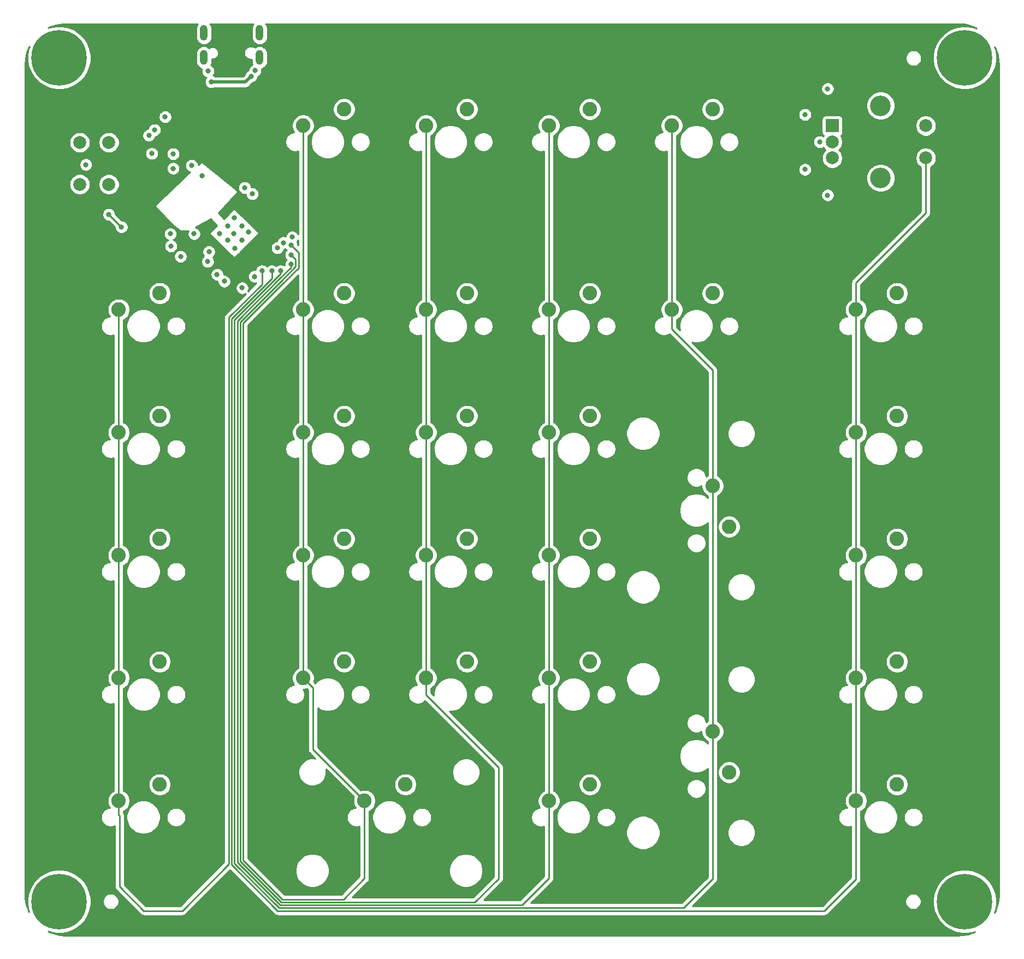
<source format=gbr>
%TF.GenerationSoftware,KiCad,Pcbnew,(5.1.8)-1*%
%TF.CreationDate,2021-01-10T14:28:28+02:00*%
%TF.ProjectId,OsseyPad,4f737365-7950-4616-942e-6b696361645f,rev?*%
%TF.SameCoordinates,Original*%
%TF.FileFunction,Copper,L1,Top*%
%TF.FilePolarity,Positive*%
%FSLAX46Y46*%
G04 Gerber Fmt 4.6, Leading zero omitted, Abs format (unit mm)*
G04 Created by KiCad (PCBNEW (5.1.8)-1) date 2021-01-10 14:28:28*
%MOMM*%
%LPD*%
G01*
G04 APERTURE LIST*
%TA.AperFunction,ComponentPad*%
%ADD10O,1.200000X2.400000*%
%TD*%
%TA.AperFunction,ComponentPad*%
%ADD11O,1.158000X2.316000*%
%TD*%
%TA.AperFunction,ComponentPad*%
%ADD12C,2.250000*%
%TD*%
%TA.AperFunction,ComponentPad*%
%ADD13R,2.000000X2.000000*%
%TD*%
%TA.AperFunction,ComponentPad*%
%ADD14C,2.000000*%
%TD*%
%TA.AperFunction,ComponentPad*%
%ADD15C,3.200000*%
%TD*%
%TA.AperFunction,ComponentPad*%
%ADD16C,0.900000*%
%TD*%
%TA.AperFunction,ComponentPad*%
%ADD17C,8.600000*%
%TD*%
%TA.AperFunction,ViaPad*%
%ADD18C,0.800000*%
%TD*%
%TA.AperFunction,Conductor*%
%ADD19C,0.250000*%
%TD*%
%TA.AperFunction,Conductor*%
%ADD20C,0.500000*%
%TD*%
%TA.AperFunction,NonConductor*%
%ADD21C,0.254000*%
%TD*%
%TA.AperFunction,NonConductor*%
%ADD22C,0.100000*%
%TD*%
G04 APERTURE END LIST*
D10*
%TO.P,J1,S6*%
%TO.N,Net-(J1-PadS1)*%
X56130000Y-23580000D03*
%TO.P,J1,S5*%
X47490000Y-23580000D03*
D11*
%TO.P,J1,S4*%
X56130000Y-27405000D03*
%TO.P,J1,S3*%
X47490000Y-27405000D03*
%TD*%
D12*
%TO.P,MX1,2*%
%TO.N,Net-(D1-Pad2)*%
X69215000Y-35401250D03*
%TO.P,MX1,1*%
%TO.N,COL1*%
X62865000Y-37941250D03*
%TD*%
%TO.P,MX11,2*%
%TO.N,Net-(D12-Pad2)*%
X40640000Y-83026250D03*
%TO.P,MX11,1*%
%TO.N,COL0*%
X34290000Y-85566250D03*
%TD*%
D13*
%TO.P,SW1,A*%
%TO.N,Net-(R5-Pad2)*%
X144895000Y-37986250D03*
D14*
%TO.P,SW1,C*%
%TO.N,GND*%
X144895000Y-40486250D03*
%TO.P,SW1,B*%
%TO.N,Net-(R6-Pad2)*%
X144895000Y-42986250D03*
D15*
%TO.P,SW1,MP*%
%TO.N,N/C*%
X152395000Y-34886250D03*
X152395000Y-46086250D03*
D14*
%TO.P,SW1,S2*%
%TO.N,Net-(D5-Pad2)*%
X159395000Y-37986250D03*
%TO.P,SW1,S1*%
%TO.N,COL5*%
X159395000Y-42986250D03*
%TD*%
%TO.P,SW2,1*%
%TO.N,GND*%
X28243750Y-47075000D03*
%TO.P,SW2,2*%
%TO.N,RESET*%
X32743750Y-47075000D03*
%TO.P,SW2,1*%
%TO.N,GND*%
X28243750Y-40575000D03*
%TO.P,SW2,2*%
%TO.N,RESET*%
X32743750Y-40575000D03*
%TD*%
D12*
%TO.P,MX5,2*%
%TO.N,Net-(D6-Pad2)*%
X40640000Y-63976250D03*
%TO.P,MX5,1*%
%TO.N,COL0*%
X34290000Y-66516250D03*
%TD*%
%TO.P,MX28,2*%
%TO.N,Net-(D29-Pad2)*%
X78740000Y-140176250D03*
%TO.P,MX28,1*%
%TO.N,COL1*%
X72390000Y-142716250D03*
%TD*%
D16*
%TO.P,H4,1*%
%TO.N,GND*%
X167720419Y-156029581D03*
X165440000Y-155085000D03*
X163159581Y-156029581D03*
X162215000Y-158310000D03*
X163159581Y-160590419D03*
X165440000Y-161535000D03*
X167720419Y-160590419D03*
X168665000Y-158310000D03*
D17*
X165440000Y-158310000D03*
%TD*%
D16*
%TO.P,H3,1*%
%TO.N,GND*%
X27330419Y-156029581D03*
X25050000Y-155085000D03*
X22769581Y-156029581D03*
X21825000Y-158310000D03*
X22769581Y-160590419D03*
X25050000Y-161535000D03*
X27330419Y-160590419D03*
X28275000Y-158310000D03*
D17*
X25050000Y-158310000D03*
%TD*%
D16*
%TO.P,H2,1*%
%TO.N,GND*%
X167720419Y-25159581D03*
X165440000Y-24215000D03*
X163159581Y-25159581D03*
X162215000Y-27440000D03*
X163159581Y-29720419D03*
X165440000Y-30665000D03*
X167720419Y-29720419D03*
X168665000Y-27440000D03*
D17*
X165440000Y-27440000D03*
%TD*%
D16*
%TO.P,H1,1*%
%TO.N,GND*%
X27330419Y-25159581D03*
X25050000Y-24215000D03*
X22769581Y-25159581D03*
X21825000Y-27440000D03*
X22769581Y-29720419D03*
X25050000Y-30665000D03*
X27330419Y-29720419D03*
X28275000Y-27440000D03*
D17*
X25050000Y-27440000D03*
%TD*%
D12*
%TO.P,MX31,2*%
%TO.N,Net-(D32-Pad2)*%
X154940000Y-140176250D03*
%TO.P,MX31,1*%
%TO.N,COL5*%
X148590000Y-142716250D03*
%TD*%
%TO.P,MX30,2*%
%TO.N,Net-(D31-Pad2)*%
X128905000Y-138271250D03*
%TO.P,MX30,1*%
%TO.N,COL4*%
X126365000Y-131921250D03*
%TD*%
%TO.P,MX29,2*%
%TO.N,Net-(D30-Pad2)*%
X107315000Y-140176250D03*
%TO.P,MX29,1*%
%TO.N,COL3*%
X100965000Y-142716250D03*
%TD*%
%TO.P,MX27,2*%
%TO.N,Net-(D28-Pad2)*%
X40640000Y-140176250D03*
%TO.P,MX27,1*%
%TO.N,COL0*%
X34290000Y-142716250D03*
%TD*%
%TO.P,MX26,2*%
%TO.N,Net-(D27-Pad2)*%
X154940000Y-121126250D03*
%TO.P,MX26,1*%
%TO.N,COL5*%
X148590000Y-123666250D03*
%TD*%
%TO.P,MX25,2*%
%TO.N,Net-(D26-Pad2)*%
X107315000Y-121126250D03*
%TO.P,MX25,1*%
%TO.N,COL3*%
X100965000Y-123666250D03*
%TD*%
%TO.P,MX24,2*%
%TO.N,Net-(D25-Pad2)*%
X88265000Y-121126250D03*
%TO.P,MX24,1*%
%TO.N,COL2*%
X81915000Y-123666250D03*
%TD*%
%TO.P,MX23,2*%
%TO.N,Net-(D24-Pad2)*%
X69215000Y-121126250D03*
%TO.P,MX23,1*%
%TO.N,COL1*%
X62865000Y-123666250D03*
%TD*%
%TO.P,MX22,2*%
%TO.N,Net-(D23-Pad2)*%
X40640000Y-121126250D03*
%TO.P,MX22,1*%
%TO.N,COL0*%
X34290000Y-123666250D03*
%TD*%
%TO.P,MX21,2*%
%TO.N,Net-(D22-Pad2)*%
X154940000Y-102076250D03*
%TO.P,MX21,1*%
%TO.N,COL5*%
X148590000Y-104616250D03*
%TD*%
%TO.P,MX20,2*%
%TO.N,Net-(D21-Pad2)*%
X128905000Y-100171250D03*
%TO.P,MX20,1*%
%TO.N,COL4*%
X126365000Y-93821250D03*
%TD*%
%TO.P,MX19,2*%
%TO.N,Net-(D20-Pad2)*%
X107315000Y-102076250D03*
%TO.P,MX19,1*%
%TO.N,COL3*%
X100965000Y-104616250D03*
%TD*%
%TO.P,MX18,2*%
%TO.N,Net-(D19-Pad2)*%
X88265000Y-102076250D03*
%TO.P,MX18,1*%
%TO.N,COL2*%
X81915000Y-104616250D03*
%TD*%
%TO.P,MX17,2*%
%TO.N,Net-(D18-Pad2)*%
X69215000Y-102076250D03*
%TO.P,MX17,1*%
%TO.N,COL1*%
X62865000Y-104616250D03*
%TD*%
%TO.P,MX16,2*%
%TO.N,Net-(D17-Pad2)*%
X40640000Y-102076250D03*
%TO.P,MX16,1*%
%TO.N,COL0*%
X34290000Y-104616250D03*
%TD*%
%TO.P,MX15,2*%
%TO.N,Net-(D16-Pad2)*%
X154940000Y-83026250D03*
%TO.P,MX15,1*%
%TO.N,COL5*%
X148590000Y-85566250D03*
%TD*%
%TO.P,MX14,2*%
%TO.N,Net-(D15-Pad2)*%
X107315000Y-83026250D03*
%TO.P,MX14,1*%
%TO.N,COL3*%
X100965000Y-85566250D03*
%TD*%
%TO.P,MX13,2*%
%TO.N,Net-(D14-Pad2)*%
X88265000Y-83026250D03*
%TO.P,MX13,1*%
%TO.N,COL2*%
X81915000Y-85566250D03*
%TD*%
%TO.P,MX12,2*%
%TO.N,Net-(D13-Pad2)*%
X69215000Y-83026250D03*
%TO.P,MX12,1*%
%TO.N,COL1*%
X62865000Y-85566250D03*
%TD*%
%TO.P,MX10,2*%
%TO.N,Net-(D11-Pad2)*%
X154940000Y-63976250D03*
%TO.P,MX10,1*%
%TO.N,COL5*%
X148590000Y-66516250D03*
%TD*%
%TO.P,MX9,2*%
%TO.N,Net-(D10-Pad2)*%
X126365000Y-63976250D03*
%TO.P,MX9,1*%
%TO.N,COL4*%
X120015000Y-66516250D03*
%TD*%
%TO.P,MX8,2*%
%TO.N,Net-(D9-Pad2)*%
X107315000Y-63976250D03*
%TO.P,MX8,1*%
%TO.N,COL3*%
X100965000Y-66516250D03*
%TD*%
%TO.P,MX7,2*%
%TO.N,Net-(D8-Pad2)*%
X88265000Y-63976250D03*
%TO.P,MX7,1*%
%TO.N,COL2*%
X81915000Y-66516250D03*
%TD*%
%TO.P,MX6,2*%
%TO.N,Net-(D7-Pad2)*%
X69215000Y-63976250D03*
%TO.P,MX6,1*%
%TO.N,COL1*%
X62865000Y-66516250D03*
%TD*%
%TO.P,MX4,2*%
%TO.N,Net-(D4-Pad2)*%
X126365000Y-35401250D03*
%TO.P,MX4,1*%
%TO.N,COL4*%
X120015000Y-37941250D03*
%TD*%
%TO.P,MX3,2*%
%TO.N,Net-(D3-Pad2)*%
X107315000Y-35401250D03*
%TO.P,MX3,1*%
%TO.N,COL3*%
X100965000Y-37941250D03*
%TD*%
%TO.P,MX2,2*%
%TO.N,Net-(D2-Pad2)*%
X88265000Y-35401250D03*
%TO.P,MX2,1*%
%TO.N,COL2*%
X81915000Y-37941250D03*
%TD*%
D18*
%TO.N,COL1*%
X61000000Y-56500000D03*
%TO.N,COL2*%
X61000000Y-58000000D03*
%TO.N,COL3*%
X61000000Y-59500000D03*
%TO.N,COL4*%
X59375000Y-60500000D03*
%TO.N,COL0*%
X56500000Y-60500000D03*
%TO.N,COL5*%
X58000000Y-60500000D03*
%TO.N,GND*%
X52075000Y-54756250D03*
X54425000Y-54506250D03*
X49875000Y-54756250D03*
X61175000Y-55256250D03*
X53815000Y-47596250D03*
X43875000Y-58256250D03*
X42275000Y-54756250D03*
X48075000Y-59056250D03*
X142945000Y-40486250D03*
X140675000Y-44756250D03*
X140675000Y-36256250D03*
X39399264Y-42294728D03*
X42725000Y-44606250D03*
X52175000Y-52256250D03*
X52275000Y-57006250D03*
X53425000Y-55756250D03*
X53425000Y-53506250D03*
X51175000Y-53506250D03*
X51175000Y-55756250D03*
X45575000Y-44156250D03*
X29193750Y-44025000D03*
X47175000Y-45756250D03*
X41475000Y-36606250D03*
X55350000Y-61375000D03*
X48130000Y-29500000D03*
X55430000Y-29440000D03*
X50650000Y-62125000D03*
X58880000Y-56940000D03*
%TO.N,+5V*%
X42375000Y-56656250D03*
X45975000Y-54756250D03*
X54975000Y-48556250D03*
X48271967Y-57531250D03*
X144175000Y-48756250D03*
X144175000Y-32256250D03*
X39823528Y-38617772D03*
X38957322Y-39483978D03*
X42725000Y-42356250D03*
X53425000Y-63140000D03*
X49525000Y-61050000D03*
X59790000Y-56130000D03*
%TO.N,VCC*%
X54820000Y-30300000D03*
X48640000Y-31200000D03*
%TO.N,RESET*%
X32750000Y-51750000D03*
X34700000Y-53700000D03*
%TD*%
D19*
%TO.N,COL1*%
X64366099Y-125167349D02*
X62865000Y-123666250D01*
X64366099Y-134692349D02*
X64366099Y-125167349D01*
X72390000Y-142716250D02*
X64366099Y-134692349D01*
X62865000Y-106665048D02*
X62865000Y-104616250D01*
X62865000Y-123666250D02*
X62865000Y-106665048D01*
X62865000Y-104616250D02*
X62865000Y-85566250D01*
X62865000Y-85566250D02*
X62865000Y-66516250D01*
X62865000Y-66516250D02*
X62865000Y-37941250D01*
X61762500Y-57262500D02*
X61000000Y-56500000D01*
X62155011Y-57655011D02*
X61762500Y-57262500D01*
X62155011Y-60022727D02*
X62155011Y-57655011D01*
X59589517Y-62580019D02*
X59597720Y-62580018D01*
X53555020Y-68614516D02*
X59589517Y-62580019D01*
X59597720Y-62580018D02*
X62155011Y-60022727D01*
X53555020Y-151897198D02*
X53555020Y-68614516D01*
X59654032Y-157996210D02*
X53555020Y-151897198D01*
X72390000Y-154721250D02*
X69115040Y-157996210D01*
X69115040Y-157996210D02*
X59654032Y-157996210D01*
X72390000Y-142716250D02*
X72390000Y-154721250D01*
%TO.N,COL2*%
X81915000Y-37941250D02*
X81915000Y-66516250D01*
X81915000Y-66516250D02*
X81915000Y-85566250D01*
X81915000Y-85566250D02*
X81915000Y-104616250D01*
X81915000Y-104616250D02*
X81915000Y-123666250D01*
X89495030Y-158436220D02*
X93175000Y-154756250D01*
X59471774Y-158436220D02*
X89495030Y-158436220D01*
X53115010Y-152079456D02*
X59471774Y-158436220D01*
X53115010Y-68432258D02*
X53115010Y-152079456D01*
X93175000Y-137506250D02*
X81915000Y-126246250D01*
X93175000Y-154756250D02*
X93175000Y-137506250D01*
X59407259Y-62140009D02*
X53115010Y-68432258D01*
X59415461Y-62140009D02*
X59407259Y-62140009D01*
X61715001Y-59840469D02*
X59415461Y-62140009D01*
X61715001Y-58715001D02*
X61715001Y-59840469D01*
X81915000Y-126246250D02*
X81915000Y-123666250D01*
X61000000Y-58000000D02*
X61715001Y-58715001D01*
%TO.N,COL3*%
X100965000Y-37941250D02*
X100965000Y-66516250D01*
X100965000Y-66516250D02*
X100965000Y-85566250D01*
X100965000Y-85566250D02*
X100965000Y-104616250D01*
X100965000Y-104616250D02*
X100965000Y-123666250D01*
X100965000Y-123666250D02*
X100965000Y-142716250D01*
X61000000Y-59933202D02*
X61000000Y-59500000D01*
X59233202Y-61700000D02*
X61000000Y-59933202D01*
X59225000Y-61700000D02*
X59233202Y-61700000D01*
X52675000Y-68250000D02*
X59225000Y-61700000D01*
X59289516Y-158876230D02*
X52675000Y-152261714D01*
X52675000Y-152261714D02*
X52675000Y-68250000D01*
X100965000Y-154716250D02*
X96805020Y-158876230D01*
X96805020Y-158876230D02*
X59289516Y-158876230D01*
X100965000Y-142716250D02*
X100965000Y-154716250D01*
%TO.N,COL4*%
X120015000Y-37941250D02*
X120015000Y-66516250D01*
X126365000Y-75897452D02*
X126365000Y-93821250D01*
X120015000Y-69547452D02*
X126365000Y-75897452D01*
X120015000Y-66516250D02*
X120015000Y-69547452D01*
X126365000Y-93821250D02*
X126365000Y-131921250D01*
X59425788Y-60500000D02*
X59500000Y-60500000D01*
X59375000Y-60550788D02*
X59375000Y-60500000D01*
X59375000Y-60935934D02*
X59375000Y-60500000D01*
X59050944Y-61259990D02*
X59375000Y-60935934D01*
X59042742Y-61259990D02*
X59050944Y-61259990D01*
X52234990Y-152443972D02*
X52234991Y-68067741D01*
X121865010Y-159316240D02*
X59107258Y-159316240D01*
X59107258Y-159316240D02*
X52234990Y-152443972D01*
X126365000Y-154816250D02*
X121865010Y-159316240D01*
X52234991Y-68067741D02*
X59042742Y-61259990D01*
X126365000Y-131921250D02*
X126365000Y-154816250D01*
%TO.N,COL0*%
X34290000Y-85566250D02*
X34290000Y-104616250D01*
X34290000Y-104616250D02*
X34290000Y-123666250D01*
X34290000Y-142716250D02*
X34290000Y-123666250D01*
X34290000Y-68663424D02*
X34290000Y-66516250D01*
X34290000Y-66516250D02*
X34290000Y-76641250D01*
X34290000Y-76641250D02*
X34290000Y-85566250D01*
X38175000Y-159756250D02*
X44125000Y-159756250D01*
X34425000Y-156006250D02*
X38175000Y-159756250D01*
X34425000Y-144998424D02*
X34425000Y-156006250D01*
X34290000Y-144863424D02*
X34425000Y-144998424D01*
X34290000Y-142716250D02*
X34290000Y-144863424D01*
X44125000Y-159756250D02*
X51354970Y-152526280D01*
X56500000Y-60500000D02*
X56500000Y-62181250D01*
X51354970Y-152526280D02*
X51354970Y-68479970D01*
X51354970Y-68479970D02*
X51354973Y-67703223D01*
X56500000Y-62558196D02*
X56500000Y-62181250D01*
X51354973Y-67703223D02*
X56500000Y-62558196D01*
%TO.N,COL5*%
X148590000Y-66516250D02*
X148590000Y-85566250D01*
X148590000Y-85566250D02*
X148590000Y-104616250D01*
X148590000Y-104616250D02*
X148590000Y-123666250D01*
X148590000Y-123666250D02*
X148590000Y-142716250D01*
X148510001Y-66436251D02*
X148590000Y-66516250D01*
X159395000Y-42986250D02*
X159395000Y-51536250D01*
X148590000Y-62341250D02*
X148590000Y-66516250D01*
X159395000Y-51536250D02*
X148590000Y-62341250D01*
X148590000Y-154841250D02*
X148590000Y-142716250D01*
X143675000Y-159756250D02*
X148590000Y-154841250D01*
X51794980Y-152626230D02*
X58925000Y-159756250D01*
X58925000Y-159756250D02*
X143675000Y-159756250D01*
X51794980Y-68719980D02*
X51794982Y-67885482D01*
X51794980Y-68719980D02*
X51794980Y-152626230D01*
X58000000Y-61680464D02*
X58000000Y-60500000D01*
X51794982Y-67885482D02*
X58000000Y-61680464D01*
D20*
%TO.N,VCC*%
X53920000Y-31200000D02*
X48640000Y-31200000D01*
X54820000Y-30300000D02*
X53920000Y-31200000D01*
D19*
%TO.N,RESET*%
X32750000Y-51750000D02*
X34700000Y-53700000D01*
%TD*%
D21*
X46458167Y-22290552D02*
X46343489Y-22505100D01*
X46272870Y-22737899D01*
X46255000Y-22919336D01*
X46255000Y-24240665D01*
X46272870Y-24422102D01*
X46343489Y-24654901D01*
X46458168Y-24869449D01*
X46612499Y-25057502D01*
X46800552Y-25211833D01*
X47015100Y-25326511D01*
X47247899Y-25397130D01*
X47490000Y-25420975D01*
X47732102Y-25397130D01*
X47964901Y-25326511D01*
X48179449Y-25211833D01*
X48367502Y-25057502D01*
X48521833Y-24869449D01*
X48636511Y-24654901D01*
X48707130Y-24422102D01*
X48725000Y-24240665D01*
X48725000Y-22919335D01*
X48707130Y-22737898D01*
X48636511Y-22505099D01*
X48521833Y-22290551D01*
X48423925Y-22171250D01*
X55196075Y-22171250D01*
X55098167Y-22290552D01*
X54983489Y-22505100D01*
X54912870Y-22737899D01*
X54895000Y-22919336D01*
X54895000Y-24240665D01*
X54912870Y-24422102D01*
X54983489Y-24654901D01*
X55098168Y-24869449D01*
X55252499Y-25057502D01*
X55440552Y-25211833D01*
X55655100Y-25326511D01*
X55887899Y-25397130D01*
X56130000Y-25420975D01*
X56372102Y-25397130D01*
X56604901Y-25326511D01*
X56819449Y-25211833D01*
X57007502Y-25057502D01*
X57161833Y-24869449D01*
X57276511Y-24654901D01*
X57347130Y-24422102D01*
X57365000Y-24240665D01*
X57365000Y-22919335D01*
X57347130Y-22737898D01*
X57276511Y-22505099D01*
X57161833Y-22290551D01*
X57063925Y-22171250D01*
X164412726Y-22171250D01*
X165365724Y-22242070D01*
X166271118Y-22446940D01*
X167136282Y-22783384D01*
X167248366Y-22847445D01*
X166879486Y-22694650D01*
X165926055Y-22505000D01*
X164953945Y-22505000D01*
X164000514Y-22694650D01*
X163102401Y-23066660D01*
X162294121Y-23606735D01*
X161606735Y-24294121D01*
X161066660Y-25102401D01*
X160694650Y-26000514D01*
X160505000Y-26953945D01*
X160505000Y-27926055D01*
X160694650Y-28879486D01*
X161066660Y-29777599D01*
X161606735Y-30585879D01*
X162294121Y-31273265D01*
X163102401Y-31813340D01*
X164000514Y-32185350D01*
X164953945Y-32375000D01*
X165926055Y-32375000D01*
X166879486Y-32185350D01*
X167777599Y-31813340D01*
X168585879Y-31273265D01*
X169273265Y-30585879D01*
X169813340Y-29777599D01*
X170185350Y-28879486D01*
X170375000Y-27926055D01*
X170375000Y-26953945D01*
X170185350Y-26000514D01*
X170094046Y-25780086D01*
X170246929Y-26090101D01*
X170529927Y-26974189D01*
X170680954Y-27901526D01*
X170705001Y-28452300D01*
X170705000Y-157278976D01*
X170634180Y-158231974D01*
X170429310Y-159137368D01*
X170092866Y-160002532D01*
X170048070Y-160080909D01*
X170185350Y-159749486D01*
X170375000Y-158796055D01*
X170375000Y-157823945D01*
X170185350Y-156870514D01*
X169813340Y-155972401D01*
X169273265Y-155164121D01*
X168585879Y-154476735D01*
X167777599Y-153936660D01*
X166879486Y-153564650D01*
X165926055Y-153375000D01*
X164953945Y-153375000D01*
X164000514Y-153564650D01*
X163102401Y-153936660D01*
X162294121Y-154476735D01*
X161606735Y-155164121D01*
X161066660Y-155972401D01*
X160694650Y-156870514D01*
X160505000Y-157823945D01*
X160505000Y-158796055D01*
X160694650Y-159749486D01*
X161066660Y-160647599D01*
X161606735Y-161455879D01*
X162294121Y-162143265D01*
X163102401Y-162683340D01*
X164000514Y-163055350D01*
X164953945Y-163245000D01*
X165926055Y-163245000D01*
X166879486Y-163055350D01*
X167028978Y-162993429D01*
X166786149Y-163113178D01*
X165902061Y-163396177D01*
X164974724Y-163547204D01*
X164423973Y-163571250D01*
X26077287Y-163571250D01*
X25124275Y-163500429D01*
X24218881Y-163295559D01*
X23353718Y-162959115D01*
X23289309Y-162922303D01*
X23610514Y-163055350D01*
X24563945Y-163245000D01*
X25536055Y-163245000D01*
X26489486Y-163055350D01*
X27387599Y-162683340D01*
X28195879Y-162143265D01*
X28883265Y-161455879D01*
X29423340Y-160647599D01*
X29795350Y-159749486D01*
X29985000Y-158796055D01*
X29985000Y-158186890D01*
X31800048Y-158186890D01*
X31800048Y-158433110D01*
X31848083Y-158674598D01*
X31942307Y-158902074D01*
X32079099Y-159106798D01*
X32253202Y-159280901D01*
X32457926Y-159417693D01*
X32685402Y-159511917D01*
X32926890Y-159559952D01*
X33173110Y-159559952D01*
X33414598Y-159511917D01*
X33642074Y-159417693D01*
X33846798Y-159280901D01*
X34020901Y-159106798D01*
X34157693Y-158902074D01*
X34251917Y-158674598D01*
X34299952Y-158433110D01*
X34299952Y-158186890D01*
X34251917Y-157945402D01*
X34157693Y-157717926D01*
X34020901Y-157513202D01*
X33846798Y-157339099D01*
X33642074Y-157202307D01*
X33414598Y-157108083D01*
X33173110Y-157060048D01*
X32926890Y-157060048D01*
X32685402Y-157108083D01*
X32457926Y-157202307D01*
X32253202Y-157339099D01*
X32079099Y-157513202D01*
X31942307Y-157717926D01*
X31848083Y-157945402D01*
X31800048Y-158186890D01*
X29985000Y-158186890D01*
X29985000Y-157823945D01*
X29795350Y-156870514D01*
X29423340Y-155972401D01*
X28883265Y-155164121D01*
X28195879Y-154476735D01*
X27387599Y-153936660D01*
X26489486Y-153564650D01*
X25536055Y-153375000D01*
X24563945Y-153375000D01*
X23610514Y-153564650D01*
X22712401Y-153936660D01*
X21904121Y-154476735D01*
X21216735Y-155164121D01*
X20676660Y-155972401D01*
X20304650Y-156870514D01*
X20115000Y-157823945D01*
X20115000Y-158796055D01*
X20304650Y-159749486D01*
X20376547Y-159923062D01*
X20243073Y-159652404D01*
X19960073Y-158768310D01*
X19809046Y-157840974D01*
X19785000Y-157290223D01*
X19785000Y-68907528D01*
X31510000Y-68907528D01*
X31510000Y-69204972D01*
X31568029Y-69496701D01*
X31681856Y-69771503D01*
X31847107Y-70018819D01*
X32057431Y-70229143D01*
X32304747Y-70394394D01*
X32579549Y-70508221D01*
X32871278Y-70566250D01*
X33168722Y-70566250D01*
X33460451Y-70508221D01*
X33530000Y-70479413D01*
X33530001Y-76603908D01*
X33530000Y-76603918D01*
X33530001Y-83976041D01*
X33456327Y-84006558D01*
X33168065Y-84199169D01*
X32922919Y-84444315D01*
X32730308Y-84732577D01*
X32597636Y-85052877D01*
X32530000Y-85392905D01*
X32530000Y-85739595D01*
X32597636Y-86079623D01*
X32730308Y-86399923D01*
X32862638Y-86597969D01*
X32579549Y-86654279D01*
X32304747Y-86768106D01*
X32057431Y-86933357D01*
X31847107Y-87143681D01*
X31681856Y-87390997D01*
X31568029Y-87665799D01*
X31510000Y-87957528D01*
X31510000Y-88254972D01*
X31568029Y-88546701D01*
X31681856Y-88821503D01*
X31847107Y-89068819D01*
X32057431Y-89279143D01*
X32304747Y-89444394D01*
X32579549Y-89558221D01*
X32871278Y-89616250D01*
X33168722Y-89616250D01*
X33460451Y-89558221D01*
X33530000Y-89529413D01*
X33530001Y-103026041D01*
X33456327Y-103056558D01*
X33168065Y-103249169D01*
X32922919Y-103494315D01*
X32730308Y-103782577D01*
X32597636Y-104102877D01*
X32530000Y-104442905D01*
X32530000Y-104789595D01*
X32597636Y-105129623D01*
X32730308Y-105449923D01*
X32862638Y-105647969D01*
X32579549Y-105704279D01*
X32304747Y-105818106D01*
X32057431Y-105983357D01*
X31847107Y-106193681D01*
X31681856Y-106440997D01*
X31568029Y-106715799D01*
X31510000Y-107007528D01*
X31510000Y-107304972D01*
X31568029Y-107596701D01*
X31681856Y-107871503D01*
X31847107Y-108118819D01*
X32057431Y-108329143D01*
X32304747Y-108494394D01*
X32579549Y-108608221D01*
X32871278Y-108666250D01*
X33168722Y-108666250D01*
X33460451Y-108608221D01*
X33530000Y-108579413D01*
X33530001Y-122076041D01*
X33456327Y-122106558D01*
X33168065Y-122299169D01*
X32922919Y-122544315D01*
X32730308Y-122832577D01*
X32597636Y-123152877D01*
X32530000Y-123492905D01*
X32530000Y-123839595D01*
X32597636Y-124179623D01*
X32730308Y-124499923D01*
X32862638Y-124697969D01*
X32579549Y-124754279D01*
X32304747Y-124868106D01*
X32057431Y-125033357D01*
X31847107Y-125243681D01*
X31681856Y-125490997D01*
X31568029Y-125765799D01*
X31510000Y-126057528D01*
X31510000Y-126354972D01*
X31568029Y-126646701D01*
X31681856Y-126921503D01*
X31847107Y-127168819D01*
X32057431Y-127379143D01*
X32304747Y-127544394D01*
X32579549Y-127658221D01*
X32871278Y-127716250D01*
X33168722Y-127716250D01*
X33460451Y-127658221D01*
X33530001Y-127629412D01*
X33530000Y-141126042D01*
X33456327Y-141156558D01*
X33168065Y-141349169D01*
X32922919Y-141594315D01*
X32730308Y-141882577D01*
X32597636Y-142202877D01*
X32530000Y-142542905D01*
X32530000Y-142889595D01*
X32597636Y-143229623D01*
X32730308Y-143549923D01*
X32862638Y-143747969D01*
X32579549Y-143804279D01*
X32304747Y-143918106D01*
X32057431Y-144083357D01*
X31847107Y-144293681D01*
X31681856Y-144540997D01*
X31568029Y-144815799D01*
X31510000Y-145107528D01*
X31510000Y-145404972D01*
X31568029Y-145696701D01*
X31681856Y-145971503D01*
X31847107Y-146218819D01*
X32057431Y-146429143D01*
X32304747Y-146594394D01*
X32579549Y-146708221D01*
X32871278Y-146766250D01*
X33168722Y-146766250D01*
X33460451Y-146708221D01*
X33665000Y-146623494D01*
X33665001Y-155968918D01*
X33661324Y-156006250D01*
X33675998Y-156155235D01*
X33719454Y-156298496D01*
X33790026Y-156430526D01*
X33861201Y-156517252D01*
X33885000Y-156546251D01*
X33913998Y-156570049D01*
X37611201Y-160267253D01*
X37634999Y-160296251D01*
X37750724Y-160391224D01*
X37882753Y-160461796D01*
X38026014Y-160505253D01*
X38137667Y-160516250D01*
X38137677Y-160516250D01*
X38175000Y-160519926D01*
X38212323Y-160516250D01*
X44087678Y-160516250D01*
X44125000Y-160519926D01*
X44162322Y-160516250D01*
X44162333Y-160516250D01*
X44273986Y-160505253D01*
X44417247Y-160461796D01*
X44549276Y-160391224D01*
X44665001Y-160296251D01*
X44688804Y-160267247D01*
X51525000Y-153431051D01*
X58361201Y-160267253D01*
X58384999Y-160296251D01*
X58413997Y-160320049D01*
X58500723Y-160391224D01*
X58632753Y-160461796D01*
X58776014Y-160505253D01*
X58887667Y-160516250D01*
X58887677Y-160516250D01*
X58925000Y-160519926D01*
X58962322Y-160516250D01*
X143637678Y-160516250D01*
X143675000Y-160519926D01*
X143712322Y-160516250D01*
X143712333Y-160516250D01*
X143823986Y-160505253D01*
X143967247Y-160461796D01*
X144099276Y-160391224D01*
X144215001Y-160296251D01*
X144238804Y-160267247D01*
X146319161Y-158186890D01*
X156190048Y-158186890D01*
X156190048Y-158433110D01*
X156238083Y-158674598D01*
X156332307Y-158902074D01*
X156469099Y-159106798D01*
X156643202Y-159280901D01*
X156847926Y-159417693D01*
X157075402Y-159511917D01*
X157316890Y-159559952D01*
X157563110Y-159559952D01*
X157804598Y-159511917D01*
X158032074Y-159417693D01*
X158236798Y-159280901D01*
X158410901Y-159106798D01*
X158547693Y-158902074D01*
X158641917Y-158674598D01*
X158689952Y-158433110D01*
X158689952Y-158186890D01*
X158641917Y-157945402D01*
X158547693Y-157717926D01*
X158410901Y-157513202D01*
X158236798Y-157339099D01*
X158032074Y-157202307D01*
X157804598Y-157108083D01*
X157563110Y-157060048D01*
X157316890Y-157060048D01*
X157075402Y-157108083D01*
X156847926Y-157202307D01*
X156643202Y-157339099D01*
X156469099Y-157513202D01*
X156332307Y-157717926D01*
X156238083Y-157945402D01*
X156190048Y-158186890D01*
X146319161Y-158186890D01*
X149101004Y-155405048D01*
X149130001Y-155381251D01*
X149224974Y-155265526D01*
X149295546Y-155133497D01*
X149339003Y-154990236D01*
X149350000Y-154878583D01*
X149350000Y-154878575D01*
X149353676Y-154841250D01*
X149350000Y-154803925D01*
X149350000Y-144997326D01*
X149771100Y-144997326D01*
X149771100Y-145515174D01*
X149872127Y-146023072D01*
X150070299Y-146501501D01*
X150358000Y-146932076D01*
X150724174Y-147298250D01*
X151154749Y-147585951D01*
X151633178Y-147784123D01*
X152141076Y-147885150D01*
X152658924Y-147885150D01*
X153166822Y-147784123D01*
X153645251Y-147585951D01*
X154075826Y-147298250D01*
X154442000Y-146932076D01*
X154729701Y-146501501D01*
X154927873Y-146023072D01*
X155028900Y-145515174D01*
X155028900Y-145107528D01*
X155970000Y-145107528D01*
X155970000Y-145404972D01*
X156028029Y-145696701D01*
X156141856Y-145971503D01*
X156307107Y-146218819D01*
X156517431Y-146429143D01*
X156764747Y-146594394D01*
X157039549Y-146708221D01*
X157331278Y-146766250D01*
X157628722Y-146766250D01*
X157920451Y-146708221D01*
X158195253Y-146594394D01*
X158442569Y-146429143D01*
X158652893Y-146218819D01*
X158818144Y-145971503D01*
X158931971Y-145696701D01*
X158990000Y-145404972D01*
X158990000Y-145107528D01*
X158931971Y-144815799D01*
X158818144Y-144540997D01*
X158652893Y-144293681D01*
X158442569Y-144083357D01*
X158195253Y-143918106D01*
X157920451Y-143804279D01*
X157628722Y-143746250D01*
X157331278Y-143746250D01*
X157039549Y-143804279D01*
X156764747Y-143918106D01*
X156517431Y-144083357D01*
X156307107Y-144293681D01*
X156141856Y-144540997D01*
X156028029Y-144815799D01*
X155970000Y-145107528D01*
X155028900Y-145107528D01*
X155028900Y-144997326D01*
X154927873Y-144489428D01*
X154729701Y-144010999D01*
X154442000Y-143580424D01*
X154075826Y-143214250D01*
X153645251Y-142926549D01*
X153166822Y-142728377D01*
X152658924Y-142627350D01*
X152141076Y-142627350D01*
X151633178Y-142728377D01*
X151154749Y-142926549D01*
X150724174Y-143214250D01*
X150358000Y-143580424D01*
X150070299Y-144010999D01*
X149872127Y-144489428D01*
X149771100Y-144997326D01*
X149350000Y-144997326D01*
X149350000Y-144306458D01*
X149423673Y-144275942D01*
X149711935Y-144083331D01*
X149957081Y-143838185D01*
X150149692Y-143549923D01*
X150282364Y-143229623D01*
X150350000Y-142889595D01*
X150350000Y-142542905D01*
X150282364Y-142202877D01*
X150149692Y-141882577D01*
X149957081Y-141594315D01*
X149711935Y-141349169D01*
X149423673Y-141156558D01*
X149350000Y-141126042D01*
X149350000Y-140002905D01*
X153180000Y-140002905D01*
X153180000Y-140349595D01*
X153247636Y-140689623D01*
X153380308Y-141009923D01*
X153572919Y-141298185D01*
X153818065Y-141543331D01*
X154106327Y-141735942D01*
X154426627Y-141868614D01*
X154766655Y-141936250D01*
X155113345Y-141936250D01*
X155453373Y-141868614D01*
X155773673Y-141735942D01*
X156061935Y-141543331D01*
X156307081Y-141298185D01*
X156499692Y-141009923D01*
X156632364Y-140689623D01*
X156700000Y-140349595D01*
X156700000Y-140002905D01*
X156632364Y-139662877D01*
X156499692Y-139342577D01*
X156307081Y-139054315D01*
X156061935Y-138809169D01*
X155773673Y-138616558D01*
X155453373Y-138483886D01*
X155113345Y-138416250D01*
X154766655Y-138416250D01*
X154426627Y-138483886D01*
X154106327Y-138616558D01*
X153818065Y-138809169D01*
X153572919Y-139054315D01*
X153380308Y-139342577D01*
X153247636Y-139662877D01*
X153180000Y-140002905D01*
X149350000Y-140002905D01*
X149350000Y-125947326D01*
X149771100Y-125947326D01*
X149771100Y-126465174D01*
X149872127Y-126973072D01*
X150070299Y-127451501D01*
X150358000Y-127882076D01*
X150724174Y-128248250D01*
X151154749Y-128535951D01*
X151633178Y-128734123D01*
X152141076Y-128835150D01*
X152658924Y-128835150D01*
X153166822Y-128734123D01*
X153645251Y-128535951D01*
X154075826Y-128248250D01*
X154442000Y-127882076D01*
X154729701Y-127451501D01*
X154927873Y-126973072D01*
X155028900Y-126465174D01*
X155028900Y-126057528D01*
X155970000Y-126057528D01*
X155970000Y-126354972D01*
X156028029Y-126646701D01*
X156141856Y-126921503D01*
X156307107Y-127168819D01*
X156517431Y-127379143D01*
X156764747Y-127544394D01*
X157039549Y-127658221D01*
X157331278Y-127716250D01*
X157628722Y-127716250D01*
X157920451Y-127658221D01*
X158195253Y-127544394D01*
X158442569Y-127379143D01*
X158652893Y-127168819D01*
X158818144Y-126921503D01*
X158931971Y-126646701D01*
X158990000Y-126354972D01*
X158990000Y-126057528D01*
X158931971Y-125765799D01*
X158818144Y-125490997D01*
X158652893Y-125243681D01*
X158442569Y-125033357D01*
X158195253Y-124868106D01*
X157920451Y-124754279D01*
X157628722Y-124696250D01*
X157331278Y-124696250D01*
X157039549Y-124754279D01*
X156764747Y-124868106D01*
X156517431Y-125033357D01*
X156307107Y-125243681D01*
X156141856Y-125490997D01*
X156028029Y-125765799D01*
X155970000Y-126057528D01*
X155028900Y-126057528D01*
X155028900Y-125947326D01*
X154927873Y-125439428D01*
X154729701Y-124960999D01*
X154442000Y-124530424D01*
X154075826Y-124164250D01*
X153645251Y-123876549D01*
X153166822Y-123678377D01*
X152658924Y-123577350D01*
X152141076Y-123577350D01*
X151633178Y-123678377D01*
X151154749Y-123876549D01*
X150724174Y-124164250D01*
X150358000Y-124530424D01*
X150070299Y-124960999D01*
X149872127Y-125439428D01*
X149771100Y-125947326D01*
X149350000Y-125947326D01*
X149350000Y-125256458D01*
X149423673Y-125225942D01*
X149711935Y-125033331D01*
X149957081Y-124788185D01*
X150149692Y-124499923D01*
X150282364Y-124179623D01*
X150350000Y-123839595D01*
X150350000Y-123492905D01*
X150282364Y-123152877D01*
X150149692Y-122832577D01*
X149957081Y-122544315D01*
X149711935Y-122299169D01*
X149423673Y-122106558D01*
X149350000Y-122076042D01*
X149350000Y-120952905D01*
X153180000Y-120952905D01*
X153180000Y-121299595D01*
X153247636Y-121639623D01*
X153380308Y-121959923D01*
X153572919Y-122248185D01*
X153818065Y-122493331D01*
X154106327Y-122685942D01*
X154426627Y-122818614D01*
X154766655Y-122886250D01*
X155113345Y-122886250D01*
X155453373Y-122818614D01*
X155773673Y-122685942D01*
X156061935Y-122493331D01*
X156307081Y-122248185D01*
X156499692Y-121959923D01*
X156632364Y-121639623D01*
X156700000Y-121299595D01*
X156700000Y-120952905D01*
X156632364Y-120612877D01*
X156499692Y-120292577D01*
X156307081Y-120004315D01*
X156061935Y-119759169D01*
X155773673Y-119566558D01*
X155453373Y-119433886D01*
X155113345Y-119366250D01*
X154766655Y-119366250D01*
X154426627Y-119433886D01*
X154106327Y-119566558D01*
X153818065Y-119759169D01*
X153572919Y-120004315D01*
X153380308Y-120292577D01*
X153247636Y-120612877D01*
X153180000Y-120952905D01*
X149350000Y-120952905D01*
X149350000Y-106897326D01*
X149771100Y-106897326D01*
X149771100Y-107415174D01*
X149872127Y-107923072D01*
X150070299Y-108401501D01*
X150358000Y-108832076D01*
X150724174Y-109198250D01*
X151154749Y-109485951D01*
X151633178Y-109684123D01*
X152141076Y-109785150D01*
X152658924Y-109785150D01*
X153166822Y-109684123D01*
X153645251Y-109485951D01*
X154075826Y-109198250D01*
X154442000Y-108832076D01*
X154729701Y-108401501D01*
X154927873Y-107923072D01*
X155028900Y-107415174D01*
X155028900Y-107007528D01*
X155970000Y-107007528D01*
X155970000Y-107304972D01*
X156028029Y-107596701D01*
X156141856Y-107871503D01*
X156307107Y-108118819D01*
X156517431Y-108329143D01*
X156764747Y-108494394D01*
X157039549Y-108608221D01*
X157331278Y-108666250D01*
X157628722Y-108666250D01*
X157920451Y-108608221D01*
X158195253Y-108494394D01*
X158442569Y-108329143D01*
X158652893Y-108118819D01*
X158818144Y-107871503D01*
X158931971Y-107596701D01*
X158990000Y-107304972D01*
X158990000Y-107007528D01*
X158931971Y-106715799D01*
X158818144Y-106440997D01*
X158652893Y-106193681D01*
X158442569Y-105983357D01*
X158195253Y-105818106D01*
X157920451Y-105704279D01*
X157628722Y-105646250D01*
X157331278Y-105646250D01*
X157039549Y-105704279D01*
X156764747Y-105818106D01*
X156517431Y-105983357D01*
X156307107Y-106193681D01*
X156141856Y-106440997D01*
X156028029Y-106715799D01*
X155970000Y-107007528D01*
X155028900Y-107007528D01*
X155028900Y-106897326D01*
X154927873Y-106389428D01*
X154729701Y-105910999D01*
X154442000Y-105480424D01*
X154075826Y-105114250D01*
X153645251Y-104826549D01*
X153166822Y-104628377D01*
X152658924Y-104527350D01*
X152141076Y-104527350D01*
X151633178Y-104628377D01*
X151154749Y-104826549D01*
X150724174Y-105114250D01*
X150358000Y-105480424D01*
X150070299Y-105910999D01*
X149872127Y-106389428D01*
X149771100Y-106897326D01*
X149350000Y-106897326D01*
X149350000Y-106206458D01*
X149423673Y-106175942D01*
X149711935Y-105983331D01*
X149957081Y-105738185D01*
X150149692Y-105449923D01*
X150282364Y-105129623D01*
X150350000Y-104789595D01*
X150350000Y-104442905D01*
X150282364Y-104102877D01*
X150149692Y-103782577D01*
X149957081Y-103494315D01*
X149711935Y-103249169D01*
X149423673Y-103056558D01*
X149350000Y-103026042D01*
X149350000Y-101902905D01*
X153180000Y-101902905D01*
X153180000Y-102249595D01*
X153247636Y-102589623D01*
X153380308Y-102909923D01*
X153572919Y-103198185D01*
X153818065Y-103443331D01*
X154106327Y-103635942D01*
X154426627Y-103768614D01*
X154766655Y-103836250D01*
X155113345Y-103836250D01*
X155453373Y-103768614D01*
X155773673Y-103635942D01*
X156061935Y-103443331D01*
X156307081Y-103198185D01*
X156499692Y-102909923D01*
X156632364Y-102589623D01*
X156700000Y-102249595D01*
X156700000Y-101902905D01*
X156632364Y-101562877D01*
X156499692Y-101242577D01*
X156307081Y-100954315D01*
X156061935Y-100709169D01*
X155773673Y-100516558D01*
X155453373Y-100383886D01*
X155113345Y-100316250D01*
X154766655Y-100316250D01*
X154426627Y-100383886D01*
X154106327Y-100516558D01*
X153818065Y-100709169D01*
X153572919Y-100954315D01*
X153380308Y-101242577D01*
X153247636Y-101562877D01*
X153180000Y-101902905D01*
X149350000Y-101902905D01*
X149350000Y-87847326D01*
X149771100Y-87847326D01*
X149771100Y-88365174D01*
X149872127Y-88873072D01*
X150070299Y-89351501D01*
X150358000Y-89782076D01*
X150724174Y-90148250D01*
X151154749Y-90435951D01*
X151633178Y-90634123D01*
X152141076Y-90735150D01*
X152658924Y-90735150D01*
X153166822Y-90634123D01*
X153645251Y-90435951D01*
X154075826Y-90148250D01*
X154442000Y-89782076D01*
X154729701Y-89351501D01*
X154927873Y-88873072D01*
X155028900Y-88365174D01*
X155028900Y-87957528D01*
X155970000Y-87957528D01*
X155970000Y-88254972D01*
X156028029Y-88546701D01*
X156141856Y-88821503D01*
X156307107Y-89068819D01*
X156517431Y-89279143D01*
X156764747Y-89444394D01*
X157039549Y-89558221D01*
X157331278Y-89616250D01*
X157628722Y-89616250D01*
X157920451Y-89558221D01*
X158195253Y-89444394D01*
X158442569Y-89279143D01*
X158652893Y-89068819D01*
X158818144Y-88821503D01*
X158931971Y-88546701D01*
X158990000Y-88254972D01*
X158990000Y-87957528D01*
X158931971Y-87665799D01*
X158818144Y-87390997D01*
X158652893Y-87143681D01*
X158442569Y-86933357D01*
X158195253Y-86768106D01*
X157920451Y-86654279D01*
X157628722Y-86596250D01*
X157331278Y-86596250D01*
X157039549Y-86654279D01*
X156764747Y-86768106D01*
X156517431Y-86933357D01*
X156307107Y-87143681D01*
X156141856Y-87390997D01*
X156028029Y-87665799D01*
X155970000Y-87957528D01*
X155028900Y-87957528D01*
X155028900Y-87847326D01*
X154927873Y-87339428D01*
X154729701Y-86860999D01*
X154442000Y-86430424D01*
X154075826Y-86064250D01*
X153645251Y-85776549D01*
X153166822Y-85578377D01*
X152658924Y-85477350D01*
X152141076Y-85477350D01*
X151633178Y-85578377D01*
X151154749Y-85776549D01*
X150724174Y-86064250D01*
X150358000Y-86430424D01*
X150070299Y-86860999D01*
X149872127Y-87339428D01*
X149771100Y-87847326D01*
X149350000Y-87847326D01*
X149350000Y-87156458D01*
X149423673Y-87125942D01*
X149711935Y-86933331D01*
X149957081Y-86688185D01*
X150149692Y-86399923D01*
X150282364Y-86079623D01*
X150350000Y-85739595D01*
X150350000Y-85392905D01*
X150282364Y-85052877D01*
X150149692Y-84732577D01*
X149957081Y-84444315D01*
X149711935Y-84199169D01*
X149423673Y-84006558D01*
X149350000Y-83976042D01*
X149350000Y-82852905D01*
X153180000Y-82852905D01*
X153180000Y-83199595D01*
X153247636Y-83539623D01*
X153380308Y-83859923D01*
X153572919Y-84148185D01*
X153818065Y-84393331D01*
X154106327Y-84585942D01*
X154426627Y-84718614D01*
X154766655Y-84786250D01*
X155113345Y-84786250D01*
X155453373Y-84718614D01*
X155773673Y-84585942D01*
X156061935Y-84393331D01*
X156307081Y-84148185D01*
X156499692Y-83859923D01*
X156632364Y-83539623D01*
X156700000Y-83199595D01*
X156700000Y-82852905D01*
X156632364Y-82512877D01*
X156499692Y-82192577D01*
X156307081Y-81904315D01*
X156061935Y-81659169D01*
X155773673Y-81466558D01*
X155453373Y-81333886D01*
X155113345Y-81266250D01*
X154766655Y-81266250D01*
X154426627Y-81333886D01*
X154106327Y-81466558D01*
X153818065Y-81659169D01*
X153572919Y-81904315D01*
X153380308Y-82192577D01*
X153247636Y-82512877D01*
X153180000Y-82852905D01*
X149350000Y-82852905D01*
X149350000Y-68797326D01*
X149771100Y-68797326D01*
X149771100Y-69315174D01*
X149872127Y-69823072D01*
X150070299Y-70301501D01*
X150358000Y-70732076D01*
X150724174Y-71098250D01*
X151154749Y-71385951D01*
X151633178Y-71584123D01*
X152141076Y-71685150D01*
X152658924Y-71685150D01*
X153166822Y-71584123D01*
X153645251Y-71385951D01*
X154075826Y-71098250D01*
X154442000Y-70732076D01*
X154729701Y-70301501D01*
X154927873Y-69823072D01*
X155028900Y-69315174D01*
X155028900Y-68907528D01*
X155970000Y-68907528D01*
X155970000Y-69204972D01*
X156028029Y-69496701D01*
X156141856Y-69771503D01*
X156307107Y-70018819D01*
X156517431Y-70229143D01*
X156764747Y-70394394D01*
X157039549Y-70508221D01*
X157331278Y-70566250D01*
X157628722Y-70566250D01*
X157920451Y-70508221D01*
X158195253Y-70394394D01*
X158442569Y-70229143D01*
X158652893Y-70018819D01*
X158818144Y-69771503D01*
X158931971Y-69496701D01*
X158990000Y-69204972D01*
X158990000Y-68907528D01*
X158931971Y-68615799D01*
X158818144Y-68340997D01*
X158652893Y-68093681D01*
X158442569Y-67883357D01*
X158195253Y-67718106D01*
X157920451Y-67604279D01*
X157628722Y-67546250D01*
X157331278Y-67546250D01*
X157039549Y-67604279D01*
X156764747Y-67718106D01*
X156517431Y-67883357D01*
X156307107Y-68093681D01*
X156141856Y-68340997D01*
X156028029Y-68615799D01*
X155970000Y-68907528D01*
X155028900Y-68907528D01*
X155028900Y-68797326D01*
X154927873Y-68289428D01*
X154729701Y-67810999D01*
X154442000Y-67380424D01*
X154075826Y-67014250D01*
X153645251Y-66726549D01*
X153166822Y-66528377D01*
X152658924Y-66427350D01*
X152141076Y-66427350D01*
X151633178Y-66528377D01*
X151154749Y-66726549D01*
X150724174Y-67014250D01*
X150358000Y-67380424D01*
X150070299Y-67810999D01*
X149872127Y-68289428D01*
X149771100Y-68797326D01*
X149350000Y-68797326D01*
X149350000Y-68106458D01*
X149423673Y-68075942D01*
X149711935Y-67883331D01*
X149957081Y-67638185D01*
X150149692Y-67349923D01*
X150282364Y-67029623D01*
X150350000Y-66689595D01*
X150350000Y-66342905D01*
X150282364Y-66002877D01*
X150149692Y-65682577D01*
X149957081Y-65394315D01*
X149711935Y-65149169D01*
X149423673Y-64956558D01*
X149350000Y-64926042D01*
X149350000Y-63802905D01*
X153180000Y-63802905D01*
X153180000Y-64149595D01*
X153247636Y-64489623D01*
X153380308Y-64809923D01*
X153572919Y-65098185D01*
X153818065Y-65343331D01*
X154106327Y-65535942D01*
X154426627Y-65668614D01*
X154766655Y-65736250D01*
X155113345Y-65736250D01*
X155453373Y-65668614D01*
X155773673Y-65535942D01*
X156061935Y-65343331D01*
X156307081Y-65098185D01*
X156499692Y-64809923D01*
X156632364Y-64489623D01*
X156700000Y-64149595D01*
X156700000Y-63802905D01*
X156632364Y-63462877D01*
X156499692Y-63142577D01*
X156307081Y-62854315D01*
X156061935Y-62609169D01*
X155773673Y-62416558D01*
X155453373Y-62283886D01*
X155113345Y-62216250D01*
X154766655Y-62216250D01*
X154426627Y-62283886D01*
X154106327Y-62416558D01*
X153818065Y-62609169D01*
X153572919Y-62854315D01*
X153380308Y-63142577D01*
X153247636Y-63462877D01*
X153180000Y-63802905D01*
X149350000Y-63802905D01*
X149350000Y-62656051D01*
X159906003Y-52100049D01*
X159935001Y-52076251D01*
X160029974Y-51960526D01*
X160100546Y-51828497D01*
X160144003Y-51685236D01*
X160155000Y-51573583D01*
X160158677Y-51536250D01*
X160155000Y-51498917D01*
X160155000Y-44441159D01*
X160169463Y-44435168D01*
X160437252Y-44256237D01*
X160664987Y-44028502D01*
X160843918Y-43760713D01*
X160967168Y-43463162D01*
X161030000Y-43147283D01*
X161030000Y-42825217D01*
X160967168Y-42509338D01*
X160843918Y-42211787D01*
X160664987Y-41943998D01*
X160437252Y-41716263D01*
X160169463Y-41537332D01*
X159871912Y-41414082D01*
X159556033Y-41351250D01*
X159233967Y-41351250D01*
X158918088Y-41414082D01*
X158620537Y-41537332D01*
X158352748Y-41716263D01*
X158125013Y-41943998D01*
X157946082Y-42211787D01*
X157822832Y-42509338D01*
X157760000Y-42825217D01*
X157760000Y-43147283D01*
X157822832Y-43463162D01*
X157946082Y-43760713D01*
X158125013Y-44028502D01*
X158352748Y-44256237D01*
X158620537Y-44435168D01*
X158635000Y-44441159D01*
X158635001Y-51221447D01*
X148079003Y-61777446D01*
X148049999Y-61801249D01*
X147997470Y-61865256D01*
X147955026Y-61916974D01*
X147898321Y-62023061D01*
X147884454Y-62049004D01*
X147840997Y-62192265D01*
X147830000Y-62303918D01*
X147830000Y-62303928D01*
X147826324Y-62341250D01*
X147830000Y-62378573D01*
X147830001Y-64926042D01*
X147756327Y-64956558D01*
X147468065Y-65149169D01*
X147222919Y-65394315D01*
X147030308Y-65682577D01*
X146897636Y-66002877D01*
X146830000Y-66342905D01*
X146830000Y-66689595D01*
X146897636Y-67029623D01*
X147030308Y-67349923D01*
X147162638Y-67547969D01*
X146879549Y-67604279D01*
X146604747Y-67718106D01*
X146357431Y-67883357D01*
X146147107Y-68093681D01*
X145981856Y-68340997D01*
X145868029Y-68615799D01*
X145810000Y-68907528D01*
X145810000Y-69204972D01*
X145868029Y-69496701D01*
X145981856Y-69771503D01*
X146147107Y-70018819D01*
X146357431Y-70229143D01*
X146604747Y-70394394D01*
X146879549Y-70508221D01*
X147171278Y-70566250D01*
X147468722Y-70566250D01*
X147760451Y-70508221D01*
X147830000Y-70479413D01*
X147830001Y-83976041D01*
X147756327Y-84006558D01*
X147468065Y-84199169D01*
X147222919Y-84444315D01*
X147030308Y-84732577D01*
X146897636Y-85052877D01*
X146830000Y-85392905D01*
X146830000Y-85739595D01*
X146897636Y-86079623D01*
X147030308Y-86399923D01*
X147162638Y-86597969D01*
X146879549Y-86654279D01*
X146604747Y-86768106D01*
X146357431Y-86933357D01*
X146147107Y-87143681D01*
X145981856Y-87390997D01*
X145868029Y-87665799D01*
X145810000Y-87957528D01*
X145810000Y-88254972D01*
X145868029Y-88546701D01*
X145981856Y-88821503D01*
X146147107Y-89068819D01*
X146357431Y-89279143D01*
X146604747Y-89444394D01*
X146879549Y-89558221D01*
X147171278Y-89616250D01*
X147468722Y-89616250D01*
X147760451Y-89558221D01*
X147830000Y-89529413D01*
X147830001Y-103026041D01*
X147756327Y-103056558D01*
X147468065Y-103249169D01*
X147222919Y-103494315D01*
X147030308Y-103782577D01*
X146897636Y-104102877D01*
X146830000Y-104442905D01*
X146830000Y-104789595D01*
X146897636Y-105129623D01*
X147030308Y-105449923D01*
X147162638Y-105647969D01*
X146879549Y-105704279D01*
X146604747Y-105818106D01*
X146357431Y-105983357D01*
X146147107Y-106193681D01*
X145981856Y-106440997D01*
X145868029Y-106715799D01*
X145810000Y-107007528D01*
X145810000Y-107304972D01*
X145868029Y-107596701D01*
X145981856Y-107871503D01*
X146147107Y-108118819D01*
X146357431Y-108329143D01*
X146604747Y-108494394D01*
X146879549Y-108608221D01*
X147171278Y-108666250D01*
X147468722Y-108666250D01*
X147760451Y-108608221D01*
X147830000Y-108579413D01*
X147830001Y-122076041D01*
X147756327Y-122106558D01*
X147468065Y-122299169D01*
X147222919Y-122544315D01*
X147030308Y-122832577D01*
X146897636Y-123152877D01*
X146830000Y-123492905D01*
X146830000Y-123839595D01*
X146897636Y-124179623D01*
X147030308Y-124499923D01*
X147162638Y-124697969D01*
X146879549Y-124754279D01*
X146604747Y-124868106D01*
X146357431Y-125033357D01*
X146147107Y-125243681D01*
X145981856Y-125490997D01*
X145868029Y-125765799D01*
X145810000Y-126057528D01*
X145810000Y-126354972D01*
X145868029Y-126646701D01*
X145981856Y-126921503D01*
X146147107Y-127168819D01*
X146357431Y-127379143D01*
X146604747Y-127544394D01*
X146879549Y-127658221D01*
X147171278Y-127716250D01*
X147468722Y-127716250D01*
X147760451Y-127658221D01*
X147830000Y-127629413D01*
X147830001Y-141126041D01*
X147756327Y-141156558D01*
X147468065Y-141349169D01*
X147222919Y-141594315D01*
X147030308Y-141882577D01*
X146897636Y-142202877D01*
X146830000Y-142542905D01*
X146830000Y-142889595D01*
X146897636Y-143229623D01*
X147030308Y-143549923D01*
X147162638Y-143747969D01*
X146879549Y-143804279D01*
X146604747Y-143918106D01*
X146357431Y-144083357D01*
X146147107Y-144293681D01*
X145981856Y-144540997D01*
X145868029Y-144815799D01*
X145810000Y-145107528D01*
X145810000Y-145404972D01*
X145868029Y-145696701D01*
X145981856Y-145971503D01*
X146147107Y-146218819D01*
X146357431Y-146429143D01*
X146604747Y-146594394D01*
X146879549Y-146708221D01*
X147171278Y-146766250D01*
X147468722Y-146766250D01*
X147760451Y-146708221D01*
X147830001Y-146679413D01*
X147830000Y-154526448D01*
X143360199Y-158996250D01*
X123259801Y-158996250D01*
X126876003Y-155380049D01*
X126905001Y-155356251D01*
X126978039Y-155267254D01*
X126999974Y-155240527D01*
X127070546Y-155108497D01*
X127088746Y-155048497D01*
X127114003Y-154965236D01*
X127125000Y-154853583D01*
X127125000Y-154853573D01*
X127128676Y-154816250D01*
X127125000Y-154778927D01*
X127125000Y-147424857D01*
X128651000Y-147424857D01*
X128651000Y-147850143D01*
X128733970Y-148267257D01*
X128896719Y-148660170D01*
X129132996Y-149013782D01*
X129433718Y-149314504D01*
X129787330Y-149550781D01*
X130180243Y-149713530D01*
X130597357Y-149796500D01*
X131022643Y-149796500D01*
X131439757Y-149713530D01*
X131832670Y-149550781D01*
X132186282Y-149314504D01*
X132487004Y-149013782D01*
X132723281Y-148660170D01*
X132886030Y-148267257D01*
X132969000Y-147850143D01*
X132969000Y-147424857D01*
X132886030Y-147007743D01*
X132723281Y-146614830D01*
X132487004Y-146261218D01*
X132186282Y-145960496D01*
X131832670Y-145724219D01*
X131439757Y-145561470D01*
X131022643Y-145478500D01*
X130597357Y-145478500D01*
X130180243Y-145561470D01*
X129787330Y-145724219D01*
X129433718Y-145960496D01*
X129132996Y-146261218D01*
X128896719Y-146614830D01*
X128733970Y-147007743D01*
X128651000Y-147424857D01*
X127125000Y-147424857D01*
X127125000Y-138097905D01*
X127145000Y-138097905D01*
X127145000Y-138444595D01*
X127212636Y-138784623D01*
X127345308Y-139104923D01*
X127537919Y-139393185D01*
X127783065Y-139638331D01*
X128071327Y-139830942D01*
X128391627Y-139963614D01*
X128731655Y-140031250D01*
X129078345Y-140031250D01*
X129418373Y-139963614D01*
X129738673Y-139830942D01*
X130026935Y-139638331D01*
X130272081Y-139393185D01*
X130464692Y-139104923D01*
X130597364Y-138784623D01*
X130665000Y-138444595D01*
X130665000Y-138097905D01*
X130597364Y-137757877D01*
X130464692Y-137437577D01*
X130272081Y-137149315D01*
X130026935Y-136904169D01*
X129738673Y-136711558D01*
X129418373Y-136578886D01*
X129078345Y-136511250D01*
X128731655Y-136511250D01*
X128391627Y-136578886D01*
X128071327Y-136711558D01*
X127783065Y-136904169D01*
X127537919Y-137149315D01*
X127345308Y-137437577D01*
X127212636Y-137757877D01*
X127145000Y-138097905D01*
X127125000Y-138097905D01*
X127125000Y-133511458D01*
X127198673Y-133480942D01*
X127486935Y-133288331D01*
X127732081Y-133043185D01*
X127924692Y-132754923D01*
X128057364Y-132434623D01*
X128125000Y-132094595D01*
X128125000Y-131747905D01*
X128057364Y-131407877D01*
X127924692Y-131087577D01*
X127732081Y-130799315D01*
X127486935Y-130554169D01*
X127198673Y-130361558D01*
X127125000Y-130331042D01*
X127125000Y-123612357D01*
X128651000Y-123612357D01*
X128651000Y-124037643D01*
X128733970Y-124454757D01*
X128896719Y-124847670D01*
X129132996Y-125201282D01*
X129433718Y-125502004D01*
X129787330Y-125738281D01*
X130180243Y-125901030D01*
X130597357Y-125984000D01*
X131022643Y-125984000D01*
X131439757Y-125901030D01*
X131832670Y-125738281D01*
X132186282Y-125502004D01*
X132487004Y-125201282D01*
X132723281Y-124847670D01*
X132886030Y-124454757D01*
X132969000Y-124037643D01*
X132969000Y-123612357D01*
X132886030Y-123195243D01*
X132723281Y-122802330D01*
X132487004Y-122448718D01*
X132186282Y-122147996D01*
X131832670Y-121911719D01*
X131439757Y-121748970D01*
X131022643Y-121666000D01*
X130597357Y-121666000D01*
X130180243Y-121748970D01*
X129787330Y-121911719D01*
X129433718Y-122147996D01*
X129132996Y-122448718D01*
X128896719Y-122802330D01*
X128733970Y-123195243D01*
X128651000Y-123612357D01*
X127125000Y-123612357D01*
X127125000Y-109324857D01*
X128651000Y-109324857D01*
X128651000Y-109750143D01*
X128733970Y-110167257D01*
X128896719Y-110560170D01*
X129132996Y-110913782D01*
X129433718Y-111214504D01*
X129787330Y-111450781D01*
X130180243Y-111613530D01*
X130597357Y-111696500D01*
X131022643Y-111696500D01*
X131439757Y-111613530D01*
X131832670Y-111450781D01*
X132186282Y-111214504D01*
X132487004Y-110913782D01*
X132723281Y-110560170D01*
X132886030Y-110167257D01*
X132969000Y-109750143D01*
X132969000Y-109324857D01*
X132886030Y-108907743D01*
X132723281Y-108514830D01*
X132487004Y-108161218D01*
X132186282Y-107860496D01*
X131832670Y-107624219D01*
X131439757Y-107461470D01*
X131022643Y-107378500D01*
X130597357Y-107378500D01*
X130180243Y-107461470D01*
X129787330Y-107624219D01*
X129433718Y-107860496D01*
X129132996Y-108161218D01*
X128896719Y-108514830D01*
X128733970Y-108907743D01*
X128651000Y-109324857D01*
X127125000Y-109324857D01*
X127125000Y-99997905D01*
X127145000Y-99997905D01*
X127145000Y-100344595D01*
X127212636Y-100684623D01*
X127345308Y-101004923D01*
X127537919Y-101293185D01*
X127783065Y-101538331D01*
X128071327Y-101730942D01*
X128391627Y-101863614D01*
X128731655Y-101931250D01*
X129078345Y-101931250D01*
X129418373Y-101863614D01*
X129738673Y-101730942D01*
X130026935Y-101538331D01*
X130272081Y-101293185D01*
X130464692Y-101004923D01*
X130597364Y-100684623D01*
X130665000Y-100344595D01*
X130665000Y-99997905D01*
X130597364Y-99657877D01*
X130464692Y-99337577D01*
X130272081Y-99049315D01*
X130026935Y-98804169D01*
X129738673Y-98611558D01*
X129418373Y-98478886D01*
X129078345Y-98411250D01*
X128731655Y-98411250D01*
X128391627Y-98478886D01*
X128071327Y-98611558D01*
X127783065Y-98804169D01*
X127537919Y-99049315D01*
X127345308Y-99337577D01*
X127212636Y-99657877D01*
X127145000Y-99997905D01*
X127125000Y-99997905D01*
X127125000Y-95411458D01*
X127198673Y-95380942D01*
X127486935Y-95188331D01*
X127732081Y-94943185D01*
X127924692Y-94654923D01*
X128057364Y-94334623D01*
X128125000Y-93994595D01*
X128125000Y-93647905D01*
X128057364Y-93307877D01*
X127924692Y-92987577D01*
X127732081Y-92699315D01*
X127486935Y-92454169D01*
X127198673Y-92261558D01*
X127125000Y-92231042D01*
X127125000Y-85512357D01*
X128651000Y-85512357D01*
X128651000Y-85937643D01*
X128733970Y-86354757D01*
X128896719Y-86747670D01*
X129132996Y-87101282D01*
X129433718Y-87402004D01*
X129787330Y-87638281D01*
X130180243Y-87801030D01*
X130597357Y-87884000D01*
X131022643Y-87884000D01*
X131439757Y-87801030D01*
X131832670Y-87638281D01*
X132186282Y-87402004D01*
X132487004Y-87101282D01*
X132723281Y-86747670D01*
X132886030Y-86354757D01*
X132969000Y-85937643D01*
X132969000Y-85512357D01*
X132886030Y-85095243D01*
X132723281Y-84702330D01*
X132487004Y-84348718D01*
X132186282Y-84047996D01*
X131832670Y-83811719D01*
X131439757Y-83648970D01*
X131022643Y-83566000D01*
X130597357Y-83566000D01*
X130180243Y-83648970D01*
X129787330Y-83811719D01*
X129433718Y-84047996D01*
X129132996Y-84348718D01*
X128896719Y-84702330D01*
X128733970Y-85095243D01*
X128651000Y-85512357D01*
X127125000Y-85512357D01*
X127125000Y-75934774D01*
X127128676Y-75897451D01*
X127125000Y-75860128D01*
X127125000Y-75860119D01*
X127114003Y-75748466D01*
X127070546Y-75605205D01*
X126999975Y-75473177D01*
X126999974Y-75473175D01*
X126928799Y-75386449D01*
X126905001Y-75357451D01*
X126876004Y-75333654D01*
X123143430Y-71601081D01*
X123566076Y-71685150D01*
X124083924Y-71685150D01*
X124591822Y-71584123D01*
X125070251Y-71385951D01*
X125500826Y-71098250D01*
X125867000Y-70732076D01*
X126154701Y-70301501D01*
X126352873Y-69823072D01*
X126453900Y-69315174D01*
X126453900Y-68907528D01*
X127395000Y-68907528D01*
X127395000Y-69204972D01*
X127453029Y-69496701D01*
X127566856Y-69771503D01*
X127732107Y-70018819D01*
X127942431Y-70229143D01*
X128189747Y-70394394D01*
X128464549Y-70508221D01*
X128756278Y-70566250D01*
X129053722Y-70566250D01*
X129345451Y-70508221D01*
X129620253Y-70394394D01*
X129867569Y-70229143D01*
X130077893Y-70018819D01*
X130243144Y-69771503D01*
X130356971Y-69496701D01*
X130415000Y-69204972D01*
X130415000Y-68907528D01*
X130356971Y-68615799D01*
X130243144Y-68340997D01*
X130077893Y-68093681D01*
X129867569Y-67883357D01*
X129620253Y-67718106D01*
X129345451Y-67604279D01*
X129053722Y-67546250D01*
X128756278Y-67546250D01*
X128464549Y-67604279D01*
X128189747Y-67718106D01*
X127942431Y-67883357D01*
X127732107Y-68093681D01*
X127566856Y-68340997D01*
X127453029Y-68615799D01*
X127395000Y-68907528D01*
X126453900Y-68907528D01*
X126453900Y-68797326D01*
X126352873Y-68289428D01*
X126154701Y-67810999D01*
X125867000Y-67380424D01*
X125500826Y-67014250D01*
X125070251Y-66726549D01*
X124591822Y-66528377D01*
X124083924Y-66427350D01*
X123566076Y-66427350D01*
X123058178Y-66528377D01*
X122579749Y-66726549D01*
X122149174Y-67014250D01*
X121783000Y-67380424D01*
X121495299Y-67810999D01*
X121297127Y-68289428D01*
X121196100Y-68797326D01*
X121196100Y-69315174D01*
X121280169Y-69737820D01*
X120775000Y-69232651D01*
X120775000Y-68106458D01*
X120848673Y-68075942D01*
X121136935Y-67883331D01*
X121382081Y-67638185D01*
X121574692Y-67349923D01*
X121707364Y-67029623D01*
X121775000Y-66689595D01*
X121775000Y-66342905D01*
X121707364Y-66002877D01*
X121574692Y-65682577D01*
X121382081Y-65394315D01*
X121136935Y-65149169D01*
X120848673Y-64956558D01*
X120775000Y-64926042D01*
X120775000Y-63802905D01*
X124605000Y-63802905D01*
X124605000Y-64149595D01*
X124672636Y-64489623D01*
X124805308Y-64809923D01*
X124997919Y-65098185D01*
X125243065Y-65343331D01*
X125531327Y-65535942D01*
X125851627Y-65668614D01*
X126191655Y-65736250D01*
X126538345Y-65736250D01*
X126878373Y-65668614D01*
X127198673Y-65535942D01*
X127486935Y-65343331D01*
X127732081Y-65098185D01*
X127924692Y-64809923D01*
X128057364Y-64489623D01*
X128125000Y-64149595D01*
X128125000Y-63802905D01*
X128057364Y-63462877D01*
X127924692Y-63142577D01*
X127732081Y-62854315D01*
X127486935Y-62609169D01*
X127198673Y-62416558D01*
X126878373Y-62283886D01*
X126538345Y-62216250D01*
X126191655Y-62216250D01*
X125851627Y-62283886D01*
X125531327Y-62416558D01*
X125243065Y-62609169D01*
X124997919Y-62854315D01*
X124805308Y-63142577D01*
X124672636Y-63462877D01*
X124605000Y-63802905D01*
X120775000Y-63802905D01*
X120775000Y-48654311D01*
X143140000Y-48654311D01*
X143140000Y-48858189D01*
X143179774Y-49058148D01*
X143257795Y-49246506D01*
X143371063Y-49416024D01*
X143515226Y-49560187D01*
X143684744Y-49673455D01*
X143873102Y-49751476D01*
X144073061Y-49791250D01*
X144276939Y-49791250D01*
X144476898Y-49751476D01*
X144665256Y-49673455D01*
X144834774Y-49560187D01*
X144978937Y-49416024D01*
X145092205Y-49246506D01*
X145170226Y-49058148D01*
X145210000Y-48858189D01*
X145210000Y-48654311D01*
X145170226Y-48454352D01*
X145092205Y-48265994D01*
X144978937Y-48096476D01*
X144834774Y-47952313D01*
X144665256Y-47839045D01*
X144476898Y-47761024D01*
X144276939Y-47721250D01*
X144073061Y-47721250D01*
X143873102Y-47761024D01*
X143684744Y-47839045D01*
X143515226Y-47952313D01*
X143371063Y-48096476D01*
X143257795Y-48265994D01*
X143179774Y-48454352D01*
X143140000Y-48654311D01*
X120775000Y-48654311D01*
X120775000Y-45866122D01*
X150160000Y-45866122D01*
X150160000Y-46306378D01*
X150245890Y-46738175D01*
X150414369Y-47144919D01*
X150658962Y-47510979D01*
X150970271Y-47822288D01*
X151336331Y-48066881D01*
X151743075Y-48235360D01*
X152174872Y-48321250D01*
X152615128Y-48321250D01*
X153046925Y-48235360D01*
X153453669Y-48066881D01*
X153819729Y-47822288D01*
X154131038Y-47510979D01*
X154375631Y-47144919D01*
X154544110Y-46738175D01*
X154630000Y-46306378D01*
X154630000Y-45866122D01*
X154544110Y-45434325D01*
X154375631Y-45027581D01*
X154131038Y-44661521D01*
X153819729Y-44350212D01*
X153453669Y-44105619D01*
X153046925Y-43937140D01*
X152615128Y-43851250D01*
X152174872Y-43851250D01*
X151743075Y-43937140D01*
X151336331Y-44105619D01*
X150970271Y-44350212D01*
X150658962Y-44661521D01*
X150414369Y-45027581D01*
X150245890Y-45434325D01*
X150160000Y-45866122D01*
X120775000Y-45866122D01*
X120775000Y-44654311D01*
X139640000Y-44654311D01*
X139640000Y-44858189D01*
X139679774Y-45058148D01*
X139757795Y-45246506D01*
X139871063Y-45416024D01*
X140015226Y-45560187D01*
X140184744Y-45673455D01*
X140373102Y-45751476D01*
X140573061Y-45791250D01*
X140776939Y-45791250D01*
X140976898Y-45751476D01*
X141165256Y-45673455D01*
X141334774Y-45560187D01*
X141478937Y-45416024D01*
X141592205Y-45246506D01*
X141670226Y-45058148D01*
X141710000Y-44858189D01*
X141710000Y-44654311D01*
X141670226Y-44454352D01*
X141592205Y-44265994D01*
X141478937Y-44096476D01*
X141334774Y-43952313D01*
X141165256Y-43839045D01*
X140976898Y-43761024D01*
X140776939Y-43721250D01*
X140573061Y-43721250D01*
X140373102Y-43761024D01*
X140184744Y-43839045D01*
X140015226Y-43952313D01*
X139871063Y-44096476D01*
X139757795Y-44265994D01*
X139679774Y-44454352D01*
X139640000Y-44654311D01*
X120775000Y-44654311D01*
X120775000Y-40222326D01*
X121196100Y-40222326D01*
X121196100Y-40740174D01*
X121297127Y-41248072D01*
X121495299Y-41726501D01*
X121783000Y-42157076D01*
X122149174Y-42523250D01*
X122579749Y-42810951D01*
X123058178Y-43009123D01*
X123566076Y-43110150D01*
X124083924Y-43110150D01*
X124591822Y-43009123D01*
X125070251Y-42810951D01*
X125500826Y-42523250D01*
X125867000Y-42157076D01*
X126154701Y-41726501D01*
X126352873Y-41248072D01*
X126453900Y-40740174D01*
X126453900Y-40332528D01*
X127395000Y-40332528D01*
X127395000Y-40629972D01*
X127453029Y-40921701D01*
X127566856Y-41196503D01*
X127732107Y-41443819D01*
X127942431Y-41654143D01*
X128189747Y-41819394D01*
X128464549Y-41933221D01*
X128756278Y-41991250D01*
X129053722Y-41991250D01*
X129345451Y-41933221D01*
X129620253Y-41819394D01*
X129867569Y-41654143D01*
X130077893Y-41443819D01*
X130243144Y-41196503D01*
X130356971Y-40921701D01*
X130415000Y-40629972D01*
X130415000Y-40384311D01*
X141910000Y-40384311D01*
X141910000Y-40588189D01*
X141949774Y-40788148D01*
X142027795Y-40976506D01*
X142141063Y-41146024D01*
X142285226Y-41290187D01*
X142454744Y-41403455D01*
X142643102Y-41481476D01*
X142843061Y-41521250D01*
X143046939Y-41521250D01*
X143246898Y-41481476D01*
X143435256Y-41403455D01*
X143508679Y-41354396D01*
X143625013Y-41528502D01*
X143832761Y-41736250D01*
X143625013Y-41943998D01*
X143446082Y-42211787D01*
X143322832Y-42509338D01*
X143260000Y-42825217D01*
X143260000Y-43147283D01*
X143322832Y-43463162D01*
X143446082Y-43760713D01*
X143625013Y-44028502D01*
X143852748Y-44256237D01*
X144120537Y-44435168D01*
X144418088Y-44558418D01*
X144733967Y-44621250D01*
X145056033Y-44621250D01*
X145371912Y-44558418D01*
X145669463Y-44435168D01*
X145937252Y-44256237D01*
X146164987Y-44028502D01*
X146343918Y-43760713D01*
X146467168Y-43463162D01*
X146530000Y-43147283D01*
X146530000Y-42825217D01*
X146467168Y-42509338D01*
X146343918Y-42211787D01*
X146164987Y-41943998D01*
X145957239Y-41736250D01*
X146164987Y-41528502D01*
X146343918Y-41260713D01*
X146467168Y-40963162D01*
X146530000Y-40647283D01*
X146530000Y-40325217D01*
X146467168Y-40009338D01*
X146343918Y-39711787D01*
X146223063Y-39530915D01*
X146249494Y-39516787D01*
X146346185Y-39437435D01*
X146425537Y-39340744D01*
X146484502Y-39230430D01*
X146520812Y-39110732D01*
X146533072Y-38986250D01*
X146533072Y-37825217D01*
X157760000Y-37825217D01*
X157760000Y-38147283D01*
X157822832Y-38463162D01*
X157946082Y-38760713D01*
X158125013Y-39028502D01*
X158352748Y-39256237D01*
X158620537Y-39435168D01*
X158918088Y-39558418D01*
X159233967Y-39621250D01*
X159556033Y-39621250D01*
X159871912Y-39558418D01*
X160169463Y-39435168D01*
X160437252Y-39256237D01*
X160664987Y-39028502D01*
X160843918Y-38760713D01*
X160967168Y-38463162D01*
X161030000Y-38147283D01*
X161030000Y-37825217D01*
X160967168Y-37509338D01*
X160843918Y-37211787D01*
X160664987Y-36943998D01*
X160437252Y-36716263D01*
X160169463Y-36537332D01*
X159871912Y-36414082D01*
X159556033Y-36351250D01*
X159233967Y-36351250D01*
X158918088Y-36414082D01*
X158620537Y-36537332D01*
X158352748Y-36716263D01*
X158125013Y-36943998D01*
X157946082Y-37211787D01*
X157822832Y-37509338D01*
X157760000Y-37825217D01*
X146533072Y-37825217D01*
X146533072Y-36986250D01*
X146520812Y-36861768D01*
X146484502Y-36742070D01*
X146425537Y-36631756D01*
X146346185Y-36535065D01*
X146249494Y-36455713D01*
X146139180Y-36396748D01*
X146019482Y-36360438D01*
X145895000Y-36348178D01*
X143895000Y-36348178D01*
X143770518Y-36360438D01*
X143650820Y-36396748D01*
X143540506Y-36455713D01*
X143443815Y-36535065D01*
X143364463Y-36631756D01*
X143305498Y-36742070D01*
X143269188Y-36861768D01*
X143256928Y-36986250D01*
X143256928Y-38986250D01*
X143269188Y-39110732D01*
X143305498Y-39230430D01*
X143364463Y-39340744D01*
X143443815Y-39437435D01*
X143540506Y-39516787D01*
X143566937Y-39530915D01*
X143508679Y-39618104D01*
X143435256Y-39569045D01*
X143246898Y-39491024D01*
X143046939Y-39451250D01*
X142843061Y-39451250D01*
X142643102Y-39491024D01*
X142454744Y-39569045D01*
X142285226Y-39682313D01*
X142141063Y-39826476D01*
X142027795Y-39995994D01*
X141949774Y-40184352D01*
X141910000Y-40384311D01*
X130415000Y-40384311D01*
X130415000Y-40332528D01*
X130356971Y-40040799D01*
X130243144Y-39765997D01*
X130077893Y-39518681D01*
X129867569Y-39308357D01*
X129620253Y-39143106D01*
X129345451Y-39029279D01*
X129053722Y-38971250D01*
X128756278Y-38971250D01*
X128464549Y-39029279D01*
X128189747Y-39143106D01*
X127942431Y-39308357D01*
X127732107Y-39518681D01*
X127566856Y-39765997D01*
X127453029Y-40040799D01*
X127395000Y-40332528D01*
X126453900Y-40332528D01*
X126453900Y-40222326D01*
X126352873Y-39714428D01*
X126154701Y-39235999D01*
X125867000Y-38805424D01*
X125500826Y-38439250D01*
X125070251Y-38151549D01*
X124591822Y-37953377D01*
X124083924Y-37852350D01*
X123566076Y-37852350D01*
X123058178Y-37953377D01*
X122579749Y-38151549D01*
X122149174Y-38439250D01*
X121783000Y-38805424D01*
X121495299Y-39235999D01*
X121297127Y-39714428D01*
X121196100Y-40222326D01*
X120775000Y-40222326D01*
X120775000Y-39531458D01*
X120848673Y-39500942D01*
X121136935Y-39308331D01*
X121382081Y-39063185D01*
X121574692Y-38774923D01*
X121707364Y-38454623D01*
X121775000Y-38114595D01*
X121775000Y-37767905D01*
X121707364Y-37427877D01*
X121574692Y-37107577D01*
X121382081Y-36819315D01*
X121136935Y-36574169D01*
X120848673Y-36381558D01*
X120528373Y-36248886D01*
X120188345Y-36181250D01*
X119841655Y-36181250D01*
X119501627Y-36248886D01*
X119181327Y-36381558D01*
X118893065Y-36574169D01*
X118647919Y-36819315D01*
X118455308Y-37107577D01*
X118322636Y-37427877D01*
X118255000Y-37767905D01*
X118255000Y-38114595D01*
X118322636Y-38454623D01*
X118455308Y-38774923D01*
X118587638Y-38972969D01*
X118304549Y-39029279D01*
X118029747Y-39143106D01*
X117782431Y-39308357D01*
X117572107Y-39518681D01*
X117406856Y-39765997D01*
X117293029Y-40040799D01*
X117235000Y-40332528D01*
X117235000Y-40629972D01*
X117293029Y-40921701D01*
X117406856Y-41196503D01*
X117572107Y-41443819D01*
X117782431Y-41654143D01*
X118029747Y-41819394D01*
X118304549Y-41933221D01*
X118596278Y-41991250D01*
X118893722Y-41991250D01*
X119185451Y-41933221D01*
X119255000Y-41904413D01*
X119255001Y-64926041D01*
X119181327Y-64956558D01*
X118893065Y-65149169D01*
X118647919Y-65394315D01*
X118455308Y-65682577D01*
X118322636Y-66002877D01*
X118255000Y-66342905D01*
X118255000Y-66689595D01*
X118322636Y-67029623D01*
X118455308Y-67349923D01*
X118587638Y-67547969D01*
X118304549Y-67604279D01*
X118029747Y-67718106D01*
X117782431Y-67883357D01*
X117572107Y-68093681D01*
X117406856Y-68340997D01*
X117293029Y-68615799D01*
X117235000Y-68907528D01*
X117235000Y-69204972D01*
X117293029Y-69496701D01*
X117406856Y-69771503D01*
X117572107Y-70018819D01*
X117782431Y-70229143D01*
X118029747Y-70394394D01*
X118304549Y-70508221D01*
X118596278Y-70566250D01*
X118893722Y-70566250D01*
X119185451Y-70508221D01*
X119460253Y-70394394D01*
X119656208Y-70263461D01*
X125605000Y-76212254D01*
X125605001Y-92231041D01*
X125531327Y-92261558D01*
X125333281Y-92393888D01*
X125276971Y-92110799D01*
X125163144Y-91835997D01*
X124997893Y-91588681D01*
X124787569Y-91378357D01*
X124540253Y-91213106D01*
X124265451Y-91099279D01*
X123973722Y-91041250D01*
X123676278Y-91041250D01*
X123384549Y-91099279D01*
X123109747Y-91213106D01*
X122862431Y-91378357D01*
X122652107Y-91588681D01*
X122486856Y-91835997D01*
X122373029Y-92110799D01*
X122315000Y-92402528D01*
X122315000Y-92699972D01*
X122373029Y-92991701D01*
X122486856Y-93266503D01*
X122652107Y-93513819D01*
X122862431Y-93724143D01*
X123109747Y-93889394D01*
X123384549Y-94003221D01*
X123676278Y-94061250D01*
X123973722Y-94061250D01*
X124265451Y-94003221D01*
X124540253Y-93889394D01*
X124605000Y-93846132D01*
X124605000Y-93994595D01*
X124672636Y-94334623D01*
X124805308Y-94654923D01*
X124997919Y-94943185D01*
X125243065Y-95188331D01*
X125531327Y-95380942D01*
X125605000Y-95411458D01*
X125605000Y-95693424D01*
X125500826Y-95589250D01*
X125070251Y-95301549D01*
X124591822Y-95103377D01*
X124083924Y-95002350D01*
X123566076Y-95002350D01*
X123058178Y-95103377D01*
X122579749Y-95301549D01*
X122149174Y-95589250D01*
X121783000Y-95955424D01*
X121495299Y-96385999D01*
X121297127Y-96864428D01*
X121196100Y-97372326D01*
X121196100Y-97890174D01*
X121297127Y-98398072D01*
X121495299Y-98876501D01*
X121783000Y-99307076D01*
X122149174Y-99673250D01*
X122579749Y-99960951D01*
X123058178Y-100159123D01*
X123566076Y-100260150D01*
X124083924Y-100260150D01*
X124591822Y-100159123D01*
X125070251Y-99960951D01*
X125500826Y-99673250D01*
X125605000Y-99569076D01*
X125605001Y-130331041D01*
X125531327Y-130361558D01*
X125333281Y-130493888D01*
X125276971Y-130210799D01*
X125163144Y-129935997D01*
X124997893Y-129688681D01*
X124787569Y-129478357D01*
X124540253Y-129313106D01*
X124265451Y-129199279D01*
X123973722Y-129141250D01*
X123676278Y-129141250D01*
X123384549Y-129199279D01*
X123109747Y-129313106D01*
X122862431Y-129478357D01*
X122652107Y-129688681D01*
X122486856Y-129935997D01*
X122373029Y-130210799D01*
X122315000Y-130502528D01*
X122315000Y-130799972D01*
X122373029Y-131091701D01*
X122486856Y-131366503D01*
X122652107Y-131613819D01*
X122862431Y-131824143D01*
X123109747Y-131989394D01*
X123384549Y-132103221D01*
X123676278Y-132161250D01*
X123973722Y-132161250D01*
X124265451Y-132103221D01*
X124540253Y-131989394D01*
X124605000Y-131946132D01*
X124605000Y-132094595D01*
X124672636Y-132434623D01*
X124805308Y-132754923D01*
X124997919Y-133043185D01*
X125243065Y-133288331D01*
X125531327Y-133480942D01*
X125605000Y-133511458D01*
X125605000Y-133793424D01*
X125500826Y-133689250D01*
X125070251Y-133401549D01*
X124591822Y-133203377D01*
X124083924Y-133102350D01*
X123566076Y-133102350D01*
X123058178Y-133203377D01*
X122579749Y-133401549D01*
X122149174Y-133689250D01*
X121783000Y-134055424D01*
X121495299Y-134485999D01*
X121297127Y-134964428D01*
X121196100Y-135472326D01*
X121196100Y-135990174D01*
X121297127Y-136498072D01*
X121495299Y-136976501D01*
X121783000Y-137407076D01*
X122149174Y-137773250D01*
X122579749Y-138060951D01*
X123058178Y-138259123D01*
X123566076Y-138360150D01*
X124083924Y-138360150D01*
X124591822Y-138259123D01*
X125070251Y-138060951D01*
X125500826Y-137773250D01*
X125605000Y-137669076D01*
X125605001Y-154501447D01*
X121550209Y-158556240D01*
X98199811Y-158556240D01*
X101476003Y-155280049D01*
X101505001Y-155256251D01*
X101557843Y-155191863D01*
X101599974Y-155140527D01*
X101670546Y-155008497D01*
X101701869Y-154905236D01*
X101714003Y-154865236D01*
X101725000Y-154753583D01*
X101725000Y-154753574D01*
X101728676Y-154716251D01*
X101725000Y-154678928D01*
X101725000Y-144997326D01*
X102146100Y-144997326D01*
X102146100Y-145515174D01*
X102247127Y-146023072D01*
X102445299Y-146501501D01*
X102733000Y-146932076D01*
X103099174Y-147298250D01*
X103529749Y-147585951D01*
X104008178Y-147784123D01*
X104516076Y-147885150D01*
X105033924Y-147885150D01*
X105541822Y-147784123D01*
X106020251Y-147585951D01*
X106330609Y-147378576D01*
X112941100Y-147378576D01*
X112941100Y-147896424D01*
X113042127Y-148404322D01*
X113240299Y-148882751D01*
X113528000Y-149313326D01*
X113894174Y-149679500D01*
X114324749Y-149967201D01*
X114803178Y-150165373D01*
X115311076Y-150266400D01*
X115828924Y-150266400D01*
X116336822Y-150165373D01*
X116815251Y-149967201D01*
X117245826Y-149679500D01*
X117612000Y-149313326D01*
X117899701Y-148882751D01*
X118097873Y-148404322D01*
X118198900Y-147896424D01*
X118198900Y-147378576D01*
X118097873Y-146870678D01*
X117899701Y-146392249D01*
X117612000Y-145961674D01*
X117245826Y-145595500D01*
X116815251Y-145307799D01*
X116336822Y-145109627D01*
X115828924Y-145008600D01*
X115311076Y-145008600D01*
X114803178Y-145109627D01*
X114324749Y-145307799D01*
X113894174Y-145595500D01*
X113528000Y-145961674D01*
X113240299Y-146392249D01*
X113042127Y-146870678D01*
X112941100Y-147378576D01*
X106330609Y-147378576D01*
X106450826Y-147298250D01*
X106817000Y-146932076D01*
X107104701Y-146501501D01*
X107302873Y-146023072D01*
X107403900Y-145515174D01*
X107403900Y-145107528D01*
X108345000Y-145107528D01*
X108345000Y-145404972D01*
X108403029Y-145696701D01*
X108516856Y-145971503D01*
X108682107Y-146218819D01*
X108892431Y-146429143D01*
X109139747Y-146594394D01*
X109414549Y-146708221D01*
X109706278Y-146766250D01*
X110003722Y-146766250D01*
X110295451Y-146708221D01*
X110570253Y-146594394D01*
X110817569Y-146429143D01*
X111027893Y-146218819D01*
X111193144Y-145971503D01*
X111306971Y-145696701D01*
X111365000Y-145404972D01*
X111365000Y-145107528D01*
X111306971Y-144815799D01*
X111193144Y-144540997D01*
X111027893Y-144293681D01*
X110817569Y-144083357D01*
X110570253Y-143918106D01*
X110295451Y-143804279D01*
X110003722Y-143746250D01*
X109706278Y-143746250D01*
X109414549Y-143804279D01*
X109139747Y-143918106D01*
X108892431Y-144083357D01*
X108682107Y-144293681D01*
X108516856Y-144540997D01*
X108403029Y-144815799D01*
X108345000Y-145107528D01*
X107403900Y-145107528D01*
X107403900Y-144997326D01*
X107302873Y-144489428D01*
X107104701Y-144010999D01*
X106817000Y-143580424D01*
X106450826Y-143214250D01*
X106020251Y-142926549D01*
X105541822Y-142728377D01*
X105033924Y-142627350D01*
X104516076Y-142627350D01*
X104008178Y-142728377D01*
X103529749Y-142926549D01*
X103099174Y-143214250D01*
X102733000Y-143580424D01*
X102445299Y-144010999D01*
X102247127Y-144489428D01*
X102146100Y-144997326D01*
X101725000Y-144997326D01*
X101725000Y-144306458D01*
X101798673Y-144275942D01*
X102086935Y-144083331D01*
X102332081Y-143838185D01*
X102524692Y-143549923D01*
X102657364Y-143229623D01*
X102725000Y-142889595D01*
X102725000Y-142542905D01*
X102657364Y-142202877D01*
X102524692Y-141882577D01*
X102332081Y-141594315D01*
X102086935Y-141349169D01*
X101798673Y-141156558D01*
X101725000Y-141126042D01*
X101725000Y-140002905D01*
X105555000Y-140002905D01*
X105555000Y-140349595D01*
X105622636Y-140689623D01*
X105755308Y-141009923D01*
X105947919Y-141298185D01*
X106193065Y-141543331D01*
X106481327Y-141735942D01*
X106801627Y-141868614D01*
X107141655Y-141936250D01*
X107488345Y-141936250D01*
X107828373Y-141868614D01*
X108148673Y-141735942D01*
X108436935Y-141543331D01*
X108682081Y-141298185D01*
X108874692Y-141009923D01*
X109007364Y-140689623D01*
X109012753Y-140662528D01*
X122315000Y-140662528D01*
X122315000Y-140959972D01*
X122373029Y-141251701D01*
X122486856Y-141526503D01*
X122652107Y-141773819D01*
X122862431Y-141984143D01*
X123109747Y-142149394D01*
X123384549Y-142263221D01*
X123676278Y-142321250D01*
X123973722Y-142321250D01*
X124265451Y-142263221D01*
X124540253Y-142149394D01*
X124787569Y-141984143D01*
X124997893Y-141773819D01*
X125163144Y-141526503D01*
X125276971Y-141251701D01*
X125335000Y-140959972D01*
X125335000Y-140662528D01*
X125276971Y-140370799D01*
X125163144Y-140095997D01*
X124997893Y-139848681D01*
X124787569Y-139638357D01*
X124540253Y-139473106D01*
X124265451Y-139359279D01*
X123973722Y-139301250D01*
X123676278Y-139301250D01*
X123384549Y-139359279D01*
X123109747Y-139473106D01*
X122862431Y-139638357D01*
X122652107Y-139848681D01*
X122486856Y-140095997D01*
X122373029Y-140370799D01*
X122315000Y-140662528D01*
X109012753Y-140662528D01*
X109075000Y-140349595D01*
X109075000Y-140002905D01*
X109007364Y-139662877D01*
X108874692Y-139342577D01*
X108682081Y-139054315D01*
X108436935Y-138809169D01*
X108148673Y-138616558D01*
X107828373Y-138483886D01*
X107488345Y-138416250D01*
X107141655Y-138416250D01*
X106801627Y-138483886D01*
X106481327Y-138616558D01*
X106193065Y-138809169D01*
X105947919Y-139054315D01*
X105755308Y-139342577D01*
X105622636Y-139662877D01*
X105555000Y-140002905D01*
X101725000Y-140002905D01*
X101725000Y-125947326D01*
X102146100Y-125947326D01*
X102146100Y-126465174D01*
X102247127Y-126973072D01*
X102445299Y-127451501D01*
X102733000Y-127882076D01*
X103099174Y-128248250D01*
X103529749Y-128535951D01*
X104008178Y-128734123D01*
X104516076Y-128835150D01*
X105033924Y-128835150D01*
X105541822Y-128734123D01*
X106020251Y-128535951D01*
X106450826Y-128248250D01*
X106817000Y-127882076D01*
X107104701Y-127451501D01*
X107302873Y-126973072D01*
X107403900Y-126465174D01*
X107403900Y-126057528D01*
X108345000Y-126057528D01*
X108345000Y-126354972D01*
X108403029Y-126646701D01*
X108516856Y-126921503D01*
X108682107Y-127168819D01*
X108892431Y-127379143D01*
X109139747Y-127544394D01*
X109414549Y-127658221D01*
X109706278Y-127716250D01*
X110003722Y-127716250D01*
X110295451Y-127658221D01*
X110570253Y-127544394D01*
X110817569Y-127379143D01*
X111027893Y-127168819D01*
X111193144Y-126921503D01*
X111306971Y-126646701D01*
X111365000Y-126354972D01*
X111365000Y-126057528D01*
X111306971Y-125765799D01*
X111193144Y-125490997D01*
X111027893Y-125243681D01*
X110817569Y-125033357D01*
X110570253Y-124868106D01*
X110295451Y-124754279D01*
X110003722Y-124696250D01*
X109706278Y-124696250D01*
X109414549Y-124754279D01*
X109139747Y-124868106D01*
X108892431Y-125033357D01*
X108682107Y-125243681D01*
X108516856Y-125490997D01*
X108403029Y-125765799D01*
X108345000Y-126057528D01*
X107403900Y-126057528D01*
X107403900Y-125947326D01*
X107302873Y-125439428D01*
X107104701Y-124960999D01*
X106817000Y-124530424D01*
X106450826Y-124164250D01*
X106020251Y-123876549D01*
X105541822Y-123678377D01*
X105033924Y-123577350D01*
X104516076Y-123577350D01*
X104008178Y-123678377D01*
X103529749Y-123876549D01*
X103099174Y-124164250D01*
X102733000Y-124530424D01*
X102445299Y-124960999D01*
X102247127Y-125439428D01*
X102146100Y-125947326D01*
X101725000Y-125947326D01*
X101725000Y-125256458D01*
X101798673Y-125225942D01*
X102086935Y-125033331D01*
X102332081Y-124788185D01*
X102524692Y-124499923D01*
X102657364Y-124179623D01*
X102725000Y-123839595D01*
X102725000Y-123566076D01*
X112941100Y-123566076D01*
X112941100Y-124083924D01*
X113042127Y-124591822D01*
X113240299Y-125070251D01*
X113528000Y-125500826D01*
X113894174Y-125867000D01*
X114324749Y-126154701D01*
X114803178Y-126352873D01*
X115311076Y-126453900D01*
X115828924Y-126453900D01*
X116336822Y-126352873D01*
X116815251Y-126154701D01*
X117245826Y-125867000D01*
X117612000Y-125500826D01*
X117899701Y-125070251D01*
X118097873Y-124591822D01*
X118198900Y-124083924D01*
X118198900Y-123566076D01*
X118097873Y-123058178D01*
X117899701Y-122579749D01*
X117612000Y-122149174D01*
X117245826Y-121783000D01*
X116815251Y-121495299D01*
X116336822Y-121297127D01*
X115828924Y-121196100D01*
X115311076Y-121196100D01*
X114803178Y-121297127D01*
X114324749Y-121495299D01*
X113894174Y-121783000D01*
X113528000Y-122149174D01*
X113240299Y-122579749D01*
X113042127Y-123058178D01*
X112941100Y-123566076D01*
X102725000Y-123566076D01*
X102725000Y-123492905D01*
X102657364Y-123152877D01*
X102524692Y-122832577D01*
X102332081Y-122544315D01*
X102086935Y-122299169D01*
X101798673Y-122106558D01*
X101725000Y-122076042D01*
X101725000Y-120952905D01*
X105555000Y-120952905D01*
X105555000Y-121299595D01*
X105622636Y-121639623D01*
X105755308Y-121959923D01*
X105947919Y-122248185D01*
X106193065Y-122493331D01*
X106481327Y-122685942D01*
X106801627Y-122818614D01*
X107141655Y-122886250D01*
X107488345Y-122886250D01*
X107828373Y-122818614D01*
X108148673Y-122685942D01*
X108436935Y-122493331D01*
X108682081Y-122248185D01*
X108874692Y-121959923D01*
X109007364Y-121639623D01*
X109075000Y-121299595D01*
X109075000Y-120952905D01*
X109007364Y-120612877D01*
X108874692Y-120292577D01*
X108682081Y-120004315D01*
X108436935Y-119759169D01*
X108148673Y-119566558D01*
X107828373Y-119433886D01*
X107488345Y-119366250D01*
X107141655Y-119366250D01*
X106801627Y-119433886D01*
X106481327Y-119566558D01*
X106193065Y-119759169D01*
X105947919Y-120004315D01*
X105755308Y-120292577D01*
X105622636Y-120612877D01*
X105555000Y-120952905D01*
X101725000Y-120952905D01*
X101725000Y-106897326D01*
X102146100Y-106897326D01*
X102146100Y-107415174D01*
X102247127Y-107923072D01*
X102445299Y-108401501D01*
X102733000Y-108832076D01*
X103099174Y-109198250D01*
X103529749Y-109485951D01*
X104008178Y-109684123D01*
X104516076Y-109785150D01*
X105033924Y-109785150D01*
X105541822Y-109684123D01*
X106020251Y-109485951D01*
X106330609Y-109278576D01*
X112941100Y-109278576D01*
X112941100Y-109796424D01*
X113042127Y-110304322D01*
X113240299Y-110782751D01*
X113528000Y-111213326D01*
X113894174Y-111579500D01*
X114324749Y-111867201D01*
X114803178Y-112065373D01*
X115311076Y-112166400D01*
X115828924Y-112166400D01*
X116336822Y-112065373D01*
X116815251Y-111867201D01*
X117245826Y-111579500D01*
X117612000Y-111213326D01*
X117899701Y-110782751D01*
X118097873Y-110304322D01*
X118198900Y-109796424D01*
X118198900Y-109278576D01*
X118097873Y-108770678D01*
X117899701Y-108292249D01*
X117612000Y-107861674D01*
X117245826Y-107495500D01*
X116815251Y-107207799D01*
X116336822Y-107009627D01*
X115828924Y-106908600D01*
X115311076Y-106908600D01*
X114803178Y-107009627D01*
X114324749Y-107207799D01*
X113894174Y-107495500D01*
X113528000Y-107861674D01*
X113240299Y-108292249D01*
X113042127Y-108770678D01*
X112941100Y-109278576D01*
X106330609Y-109278576D01*
X106450826Y-109198250D01*
X106817000Y-108832076D01*
X107104701Y-108401501D01*
X107302873Y-107923072D01*
X107403900Y-107415174D01*
X107403900Y-107007528D01*
X108345000Y-107007528D01*
X108345000Y-107304972D01*
X108403029Y-107596701D01*
X108516856Y-107871503D01*
X108682107Y-108118819D01*
X108892431Y-108329143D01*
X109139747Y-108494394D01*
X109414549Y-108608221D01*
X109706278Y-108666250D01*
X110003722Y-108666250D01*
X110295451Y-108608221D01*
X110570253Y-108494394D01*
X110817569Y-108329143D01*
X111027893Y-108118819D01*
X111193144Y-107871503D01*
X111306971Y-107596701D01*
X111365000Y-107304972D01*
X111365000Y-107007528D01*
X111306971Y-106715799D01*
X111193144Y-106440997D01*
X111027893Y-106193681D01*
X110817569Y-105983357D01*
X110570253Y-105818106D01*
X110295451Y-105704279D01*
X110003722Y-105646250D01*
X109706278Y-105646250D01*
X109414549Y-105704279D01*
X109139747Y-105818106D01*
X108892431Y-105983357D01*
X108682107Y-106193681D01*
X108516856Y-106440997D01*
X108403029Y-106715799D01*
X108345000Y-107007528D01*
X107403900Y-107007528D01*
X107403900Y-106897326D01*
X107302873Y-106389428D01*
X107104701Y-105910999D01*
X106817000Y-105480424D01*
X106450826Y-105114250D01*
X106020251Y-104826549D01*
X105541822Y-104628377D01*
X105033924Y-104527350D01*
X104516076Y-104527350D01*
X104008178Y-104628377D01*
X103529749Y-104826549D01*
X103099174Y-105114250D01*
X102733000Y-105480424D01*
X102445299Y-105910999D01*
X102247127Y-106389428D01*
X102146100Y-106897326D01*
X101725000Y-106897326D01*
X101725000Y-106206458D01*
X101798673Y-106175942D01*
X102086935Y-105983331D01*
X102332081Y-105738185D01*
X102524692Y-105449923D01*
X102657364Y-105129623D01*
X102725000Y-104789595D01*
X102725000Y-104442905D01*
X102657364Y-104102877D01*
X102524692Y-103782577D01*
X102332081Y-103494315D01*
X102086935Y-103249169D01*
X101798673Y-103056558D01*
X101725000Y-103026042D01*
X101725000Y-101902905D01*
X105555000Y-101902905D01*
X105555000Y-102249595D01*
X105622636Y-102589623D01*
X105755308Y-102909923D01*
X105947919Y-103198185D01*
X106193065Y-103443331D01*
X106481327Y-103635942D01*
X106801627Y-103768614D01*
X107141655Y-103836250D01*
X107488345Y-103836250D01*
X107828373Y-103768614D01*
X108148673Y-103635942D01*
X108436935Y-103443331D01*
X108682081Y-103198185D01*
X108874692Y-102909923D01*
X109007364Y-102589623D01*
X109012753Y-102562528D01*
X122315000Y-102562528D01*
X122315000Y-102859972D01*
X122373029Y-103151701D01*
X122486856Y-103426503D01*
X122652107Y-103673819D01*
X122862431Y-103884143D01*
X123109747Y-104049394D01*
X123384549Y-104163221D01*
X123676278Y-104221250D01*
X123973722Y-104221250D01*
X124265451Y-104163221D01*
X124540253Y-104049394D01*
X124787569Y-103884143D01*
X124997893Y-103673819D01*
X125163144Y-103426503D01*
X125276971Y-103151701D01*
X125335000Y-102859972D01*
X125335000Y-102562528D01*
X125276971Y-102270799D01*
X125163144Y-101995997D01*
X124997893Y-101748681D01*
X124787569Y-101538357D01*
X124540253Y-101373106D01*
X124265451Y-101259279D01*
X123973722Y-101201250D01*
X123676278Y-101201250D01*
X123384549Y-101259279D01*
X123109747Y-101373106D01*
X122862431Y-101538357D01*
X122652107Y-101748681D01*
X122486856Y-101995997D01*
X122373029Y-102270799D01*
X122315000Y-102562528D01*
X109012753Y-102562528D01*
X109075000Y-102249595D01*
X109075000Y-101902905D01*
X109007364Y-101562877D01*
X108874692Y-101242577D01*
X108682081Y-100954315D01*
X108436935Y-100709169D01*
X108148673Y-100516558D01*
X107828373Y-100383886D01*
X107488345Y-100316250D01*
X107141655Y-100316250D01*
X106801627Y-100383886D01*
X106481327Y-100516558D01*
X106193065Y-100709169D01*
X105947919Y-100954315D01*
X105755308Y-101242577D01*
X105622636Y-101562877D01*
X105555000Y-101902905D01*
X101725000Y-101902905D01*
X101725000Y-87847326D01*
X102146100Y-87847326D01*
X102146100Y-88365174D01*
X102247127Y-88873072D01*
X102445299Y-89351501D01*
X102733000Y-89782076D01*
X103099174Y-90148250D01*
X103529749Y-90435951D01*
X104008178Y-90634123D01*
X104516076Y-90735150D01*
X105033924Y-90735150D01*
X105541822Y-90634123D01*
X106020251Y-90435951D01*
X106450826Y-90148250D01*
X106817000Y-89782076D01*
X107104701Y-89351501D01*
X107302873Y-88873072D01*
X107403900Y-88365174D01*
X107403900Y-87957528D01*
X108345000Y-87957528D01*
X108345000Y-88254972D01*
X108403029Y-88546701D01*
X108516856Y-88821503D01*
X108682107Y-89068819D01*
X108892431Y-89279143D01*
X109139747Y-89444394D01*
X109414549Y-89558221D01*
X109706278Y-89616250D01*
X110003722Y-89616250D01*
X110295451Y-89558221D01*
X110570253Y-89444394D01*
X110817569Y-89279143D01*
X111027893Y-89068819D01*
X111193144Y-88821503D01*
X111306971Y-88546701D01*
X111365000Y-88254972D01*
X111365000Y-87957528D01*
X111306971Y-87665799D01*
X111193144Y-87390997D01*
X111027893Y-87143681D01*
X110817569Y-86933357D01*
X110570253Y-86768106D01*
X110295451Y-86654279D01*
X110003722Y-86596250D01*
X109706278Y-86596250D01*
X109414549Y-86654279D01*
X109139747Y-86768106D01*
X108892431Y-86933357D01*
X108682107Y-87143681D01*
X108516856Y-87390997D01*
X108403029Y-87665799D01*
X108345000Y-87957528D01*
X107403900Y-87957528D01*
X107403900Y-87847326D01*
X107302873Y-87339428D01*
X107104701Y-86860999D01*
X106817000Y-86430424D01*
X106450826Y-86064250D01*
X106020251Y-85776549D01*
X105541822Y-85578377D01*
X105033924Y-85477350D01*
X104516076Y-85477350D01*
X104008178Y-85578377D01*
X103529749Y-85776549D01*
X103099174Y-86064250D01*
X102733000Y-86430424D01*
X102445299Y-86860999D01*
X102247127Y-87339428D01*
X102146100Y-87847326D01*
X101725000Y-87847326D01*
X101725000Y-87156458D01*
X101798673Y-87125942D01*
X102086935Y-86933331D01*
X102332081Y-86688185D01*
X102524692Y-86399923D01*
X102657364Y-86079623D01*
X102725000Y-85739595D01*
X102725000Y-85466076D01*
X112941100Y-85466076D01*
X112941100Y-85983924D01*
X113042127Y-86491822D01*
X113240299Y-86970251D01*
X113528000Y-87400826D01*
X113894174Y-87767000D01*
X114324749Y-88054701D01*
X114803178Y-88252873D01*
X115311076Y-88353900D01*
X115828924Y-88353900D01*
X116336822Y-88252873D01*
X116815251Y-88054701D01*
X117245826Y-87767000D01*
X117612000Y-87400826D01*
X117899701Y-86970251D01*
X118097873Y-86491822D01*
X118198900Y-85983924D01*
X118198900Y-85466076D01*
X118097873Y-84958178D01*
X117899701Y-84479749D01*
X117612000Y-84049174D01*
X117245826Y-83683000D01*
X116815251Y-83395299D01*
X116336822Y-83197127D01*
X115828924Y-83096100D01*
X115311076Y-83096100D01*
X114803178Y-83197127D01*
X114324749Y-83395299D01*
X113894174Y-83683000D01*
X113528000Y-84049174D01*
X113240299Y-84479749D01*
X113042127Y-84958178D01*
X112941100Y-85466076D01*
X102725000Y-85466076D01*
X102725000Y-85392905D01*
X102657364Y-85052877D01*
X102524692Y-84732577D01*
X102332081Y-84444315D01*
X102086935Y-84199169D01*
X101798673Y-84006558D01*
X101725000Y-83976042D01*
X101725000Y-82852905D01*
X105555000Y-82852905D01*
X105555000Y-83199595D01*
X105622636Y-83539623D01*
X105755308Y-83859923D01*
X105947919Y-84148185D01*
X106193065Y-84393331D01*
X106481327Y-84585942D01*
X106801627Y-84718614D01*
X107141655Y-84786250D01*
X107488345Y-84786250D01*
X107828373Y-84718614D01*
X108148673Y-84585942D01*
X108436935Y-84393331D01*
X108682081Y-84148185D01*
X108874692Y-83859923D01*
X109007364Y-83539623D01*
X109075000Y-83199595D01*
X109075000Y-82852905D01*
X109007364Y-82512877D01*
X108874692Y-82192577D01*
X108682081Y-81904315D01*
X108436935Y-81659169D01*
X108148673Y-81466558D01*
X107828373Y-81333886D01*
X107488345Y-81266250D01*
X107141655Y-81266250D01*
X106801627Y-81333886D01*
X106481327Y-81466558D01*
X106193065Y-81659169D01*
X105947919Y-81904315D01*
X105755308Y-82192577D01*
X105622636Y-82512877D01*
X105555000Y-82852905D01*
X101725000Y-82852905D01*
X101725000Y-68797326D01*
X102146100Y-68797326D01*
X102146100Y-69315174D01*
X102247127Y-69823072D01*
X102445299Y-70301501D01*
X102733000Y-70732076D01*
X103099174Y-71098250D01*
X103529749Y-71385951D01*
X104008178Y-71584123D01*
X104516076Y-71685150D01*
X105033924Y-71685150D01*
X105541822Y-71584123D01*
X106020251Y-71385951D01*
X106450826Y-71098250D01*
X106817000Y-70732076D01*
X107104701Y-70301501D01*
X107302873Y-69823072D01*
X107403900Y-69315174D01*
X107403900Y-68907528D01*
X108345000Y-68907528D01*
X108345000Y-69204972D01*
X108403029Y-69496701D01*
X108516856Y-69771503D01*
X108682107Y-70018819D01*
X108892431Y-70229143D01*
X109139747Y-70394394D01*
X109414549Y-70508221D01*
X109706278Y-70566250D01*
X110003722Y-70566250D01*
X110295451Y-70508221D01*
X110570253Y-70394394D01*
X110817569Y-70229143D01*
X111027893Y-70018819D01*
X111193144Y-69771503D01*
X111306971Y-69496701D01*
X111365000Y-69204972D01*
X111365000Y-68907528D01*
X111306971Y-68615799D01*
X111193144Y-68340997D01*
X111027893Y-68093681D01*
X110817569Y-67883357D01*
X110570253Y-67718106D01*
X110295451Y-67604279D01*
X110003722Y-67546250D01*
X109706278Y-67546250D01*
X109414549Y-67604279D01*
X109139747Y-67718106D01*
X108892431Y-67883357D01*
X108682107Y-68093681D01*
X108516856Y-68340997D01*
X108403029Y-68615799D01*
X108345000Y-68907528D01*
X107403900Y-68907528D01*
X107403900Y-68797326D01*
X107302873Y-68289428D01*
X107104701Y-67810999D01*
X106817000Y-67380424D01*
X106450826Y-67014250D01*
X106020251Y-66726549D01*
X105541822Y-66528377D01*
X105033924Y-66427350D01*
X104516076Y-66427350D01*
X104008178Y-66528377D01*
X103529749Y-66726549D01*
X103099174Y-67014250D01*
X102733000Y-67380424D01*
X102445299Y-67810999D01*
X102247127Y-68289428D01*
X102146100Y-68797326D01*
X101725000Y-68797326D01*
X101725000Y-68106458D01*
X101798673Y-68075942D01*
X102086935Y-67883331D01*
X102332081Y-67638185D01*
X102524692Y-67349923D01*
X102657364Y-67029623D01*
X102725000Y-66689595D01*
X102725000Y-66342905D01*
X102657364Y-66002877D01*
X102524692Y-65682577D01*
X102332081Y-65394315D01*
X102086935Y-65149169D01*
X101798673Y-64956558D01*
X101725000Y-64926042D01*
X101725000Y-63802905D01*
X105555000Y-63802905D01*
X105555000Y-64149595D01*
X105622636Y-64489623D01*
X105755308Y-64809923D01*
X105947919Y-65098185D01*
X106193065Y-65343331D01*
X106481327Y-65535942D01*
X106801627Y-65668614D01*
X107141655Y-65736250D01*
X107488345Y-65736250D01*
X107828373Y-65668614D01*
X108148673Y-65535942D01*
X108436935Y-65343331D01*
X108682081Y-65098185D01*
X108874692Y-64809923D01*
X109007364Y-64489623D01*
X109075000Y-64149595D01*
X109075000Y-63802905D01*
X109007364Y-63462877D01*
X108874692Y-63142577D01*
X108682081Y-62854315D01*
X108436935Y-62609169D01*
X108148673Y-62416558D01*
X107828373Y-62283886D01*
X107488345Y-62216250D01*
X107141655Y-62216250D01*
X106801627Y-62283886D01*
X106481327Y-62416558D01*
X106193065Y-62609169D01*
X105947919Y-62854315D01*
X105755308Y-63142577D01*
X105622636Y-63462877D01*
X105555000Y-63802905D01*
X101725000Y-63802905D01*
X101725000Y-40222326D01*
X102146100Y-40222326D01*
X102146100Y-40740174D01*
X102247127Y-41248072D01*
X102445299Y-41726501D01*
X102733000Y-42157076D01*
X103099174Y-42523250D01*
X103529749Y-42810951D01*
X104008178Y-43009123D01*
X104516076Y-43110150D01*
X105033924Y-43110150D01*
X105541822Y-43009123D01*
X106020251Y-42810951D01*
X106450826Y-42523250D01*
X106817000Y-42157076D01*
X107104701Y-41726501D01*
X107302873Y-41248072D01*
X107403900Y-40740174D01*
X107403900Y-40332528D01*
X108345000Y-40332528D01*
X108345000Y-40629972D01*
X108403029Y-40921701D01*
X108516856Y-41196503D01*
X108682107Y-41443819D01*
X108892431Y-41654143D01*
X109139747Y-41819394D01*
X109414549Y-41933221D01*
X109706278Y-41991250D01*
X110003722Y-41991250D01*
X110295451Y-41933221D01*
X110570253Y-41819394D01*
X110817569Y-41654143D01*
X111027893Y-41443819D01*
X111193144Y-41196503D01*
X111306971Y-40921701D01*
X111365000Y-40629972D01*
X111365000Y-40332528D01*
X111306971Y-40040799D01*
X111193144Y-39765997D01*
X111027893Y-39518681D01*
X110817569Y-39308357D01*
X110570253Y-39143106D01*
X110295451Y-39029279D01*
X110003722Y-38971250D01*
X109706278Y-38971250D01*
X109414549Y-39029279D01*
X109139747Y-39143106D01*
X108892431Y-39308357D01*
X108682107Y-39518681D01*
X108516856Y-39765997D01*
X108403029Y-40040799D01*
X108345000Y-40332528D01*
X107403900Y-40332528D01*
X107403900Y-40222326D01*
X107302873Y-39714428D01*
X107104701Y-39235999D01*
X106817000Y-38805424D01*
X106450826Y-38439250D01*
X106020251Y-38151549D01*
X105541822Y-37953377D01*
X105033924Y-37852350D01*
X104516076Y-37852350D01*
X104008178Y-37953377D01*
X103529749Y-38151549D01*
X103099174Y-38439250D01*
X102733000Y-38805424D01*
X102445299Y-39235999D01*
X102247127Y-39714428D01*
X102146100Y-40222326D01*
X101725000Y-40222326D01*
X101725000Y-39531458D01*
X101798673Y-39500942D01*
X102086935Y-39308331D01*
X102332081Y-39063185D01*
X102524692Y-38774923D01*
X102657364Y-38454623D01*
X102725000Y-38114595D01*
X102725000Y-37767905D01*
X102657364Y-37427877D01*
X102524692Y-37107577D01*
X102332081Y-36819315D01*
X102086935Y-36574169D01*
X101798673Y-36381558D01*
X101478373Y-36248886D01*
X101138345Y-36181250D01*
X100791655Y-36181250D01*
X100451627Y-36248886D01*
X100131327Y-36381558D01*
X99843065Y-36574169D01*
X99597919Y-36819315D01*
X99405308Y-37107577D01*
X99272636Y-37427877D01*
X99205000Y-37767905D01*
X99205000Y-38114595D01*
X99272636Y-38454623D01*
X99405308Y-38774923D01*
X99537638Y-38972969D01*
X99254549Y-39029279D01*
X98979747Y-39143106D01*
X98732431Y-39308357D01*
X98522107Y-39518681D01*
X98356856Y-39765997D01*
X98243029Y-40040799D01*
X98185000Y-40332528D01*
X98185000Y-40629972D01*
X98243029Y-40921701D01*
X98356856Y-41196503D01*
X98522107Y-41443819D01*
X98732431Y-41654143D01*
X98979747Y-41819394D01*
X99254549Y-41933221D01*
X99546278Y-41991250D01*
X99843722Y-41991250D01*
X100135451Y-41933221D01*
X100205000Y-41904413D01*
X100205001Y-64926041D01*
X100131327Y-64956558D01*
X99843065Y-65149169D01*
X99597919Y-65394315D01*
X99405308Y-65682577D01*
X99272636Y-66002877D01*
X99205000Y-66342905D01*
X99205000Y-66689595D01*
X99272636Y-67029623D01*
X99405308Y-67349923D01*
X99537638Y-67547969D01*
X99254549Y-67604279D01*
X98979747Y-67718106D01*
X98732431Y-67883357D01*
X98522107Y-68093681D01*
X98356856Y-68340997D01*
X98243029Y-68615799D01*
X98185000Y-68907528D01*
X98185000Y-69204972D01*
X98243029Y-69496701D01*
X98356856Y-69771503D01*
X98522107Y-70018819D01*
X98732431Y-70229143D01*
X98979747Y-70394394D01*
X99254549Y-70508221D01*
X99546278Y-70566250D01*
X99843722Y-70566250D01*
X100135451Y-70508221D01*
X100205000Y-70479413D01*
X100205001Y-83976041D01*
X100131327Y-84006558D01*
X99843065Y-84199169D01*
X99597919Y-84444315D01*
X99405308Y-84732577D01*
X99272636Y-85052877D01*
X99205000Y-85392905D01*
X99205000Y-85739595D01*
X99272636Y-86079623D01*
X99405308Y-86399923D01*
X99537638Y-86597969D01*
X99254549Y-86654279D01*
X98979747Y-86768106D01*
X98732431Y-86933357D01*
X98522107Y-87143681D01*
X98356856Y-87390997D01*
X98243029Y-87665799D01*
X98185000Y-87957528D01*
X98185000Y-88254972D01*
X98243029Y-88546701D01*
X98356856Y-88821503D01*
X98522107Y-89068819D01*
X98732431Y-89279143D01*
X98979747Y-89444394D01*
X99254549Y-89558221D01*
X99546278Y-89616250D01*
X99843722Y-89616250D01*
X100135451Y-89558221D01*
X100205000Y-89529413D01*
X100205001Y-103026041D01*
X100131327Y-103056558D01*
X99843065Y-103249169D01*
X99597919Y-103494315D01*
X99405308Y-103782577D01*
X99272636Y-104102877D01*
X99205000Y-104442905D01*
X99205000Y-104789595D01*
X99272636Y-105129623D01*
X99405308Y-105449923D01*
X99537638Y-105647969D01*
X99254549Y-105704279D01*
X98979747Y-105818106D01*
X98732431Y-105983357D01*
X98522107Y-106193681D01*
X98356856Y-106440997D01*
X98243029Y-106715799D01*
X98185000Y-107007528D01*
X98185000Y-107304972D01*
X98243029Y-107596701D01*
X98356856Y-107871503D01*
X98522107Y-108118819D01*
X98732431Y-108329143D01*
X98979747Y-108494394D01*
X99254549Y-108608221D01*
X99546278Y-108666250D01*
X99843722Y-108666250D01*
X100135451Y-108608221D01*
X100205000Y-108579413D01*
X100205001Y-122076041D01*
X100131327Y-122106558D01*
X99843065Y-122299169D01*
X99597919Y-122544315D01*
X99405308Y-122832577D01*
X99272636Y-123152877D01*
X99205000Y-123492905D01*
X99205000Y-123839595D01*
X99272636Y-124179623D01*
X99405308Y-124499923D01*
X99537638Y-124697969D01*
X99254549Y-124754279D01*
X98979747Y-124868106D01*
X98732431Y-125033357D01*
X98522107Y-125243681D01*
X98356856Y-125490997D01*
X98243029Y-125765799D01*
X98185000Y-126057528D01*
X98185000Y-126354972D01*
X98243029Y-126646701D01*
X98356856Y-126921503D01*
X98522107Y-127168819D01*
X98732431Y-127379143D01*
X98979747Y-127544394D01*
X99254549Y-127658221D01*
X99546278Y-127716250D01*
X99843722Y-127716250D01*
X100135451Y-127658221D01*
X100205000Y-127629413D01*
X100205001Y-141126041D01*
X100131327Y-141156558D01*
X99843065Y-141349169D01*
X99597919Y-141594315D01*
X99405308Y-141882577D01*
X99272636Y-142202877D01*
X99205000Y-142542905D01*
X99205000Y-142889595D01*
X99272636Y-143229623D01*
X99405308Y-143549923D01*
X99537638Y-143747969D01*
X99254549Y-143804279D01*
X98979747Y-143918106D01*
X98732431Y-144083357D01*
X98522107Y-144293681D01*
X98356856Y-144540997D01*
X98243029Y-144815799D01*
X98185000Y-145107528D01*
X98185000Y-145404972D01*
X98243029Y-145696701D01*
X98356856Y-145971503D01*
X98522107Y-146218819D01*
X98732431Y-146429143D01*
X98979747Y-146594394D01*
X99254549Y-146708221D01*
X99546278Y-146766250D01*
X99843722Y-146766250D01*
X100135451Y-146708221D01*
X100205000Y-146679413D01*
X100205001Y-154401447D01*
X96490219Y-158116230D01*
X90889821Y-158116230D01*
X93686009Y-155320044D01*
X93715001Y-155296251D01*
X93738795Y-155267258D01*
X93738799Y-155267254D01*
X93800670Y-155191863D01*
X93809974Y-155180526D01*
X93880546Y-155048497D01*
X93924003Y-154905236D01*
X93935000Y-154793583D01*
X93935000Y-154793574D01*
X93938676Y-154756251D01*
X93935000Y-154718928D01*
X93935000Y-137543575D01*
X93938676Y-137506250D01*
X93935000Y-137468925D01*
X93935000Y-137468917D01*
X93924003Y-137357264D01*
X93880546Y-137214003D01*
X93809974Y-137081974D01*
X93715001Y-136966249D01*
X93686003Y-136942451D01*
X85578701Y-128835150D01*
X85983924Y-128835150D01*
X86491822Y-128734123D01*
X86970251Y-128535951D01*
X87400826Y-128248250D01*
X87767000Y-127882076D01*
X88054701Y-127451501D01*
X88252873Y-126973072D01*
X88353900Y-126465174D01*
X88353900Y-126057528D01*
X89295000Y-126057528D01*
X89295000Y-126354972D01*
X89353029Y-126646701D01*
X89466856Y-126921503D01*
X89632107Y-127168819D01*
X89842431Y-127379143D01*
X90089747Y-127544394D01*
X90364549Y-127658221D01*
X90656278Y-127716250D01*
X90953722Y-127716250D01*
X91245451Y-127658221D01*
X91520253Y-127544394D01*
X91767569Y-127379143D01*
X91977893Y-127168819D01*
X92143144Y-126921503D01*
X92256971Y-126646701D01*
X92315000Y-126354972D01*
X92315000Y-126057528D01*
X92256971Y-125765799D01*
X92143144Y-125490997D01*
X91977893Y-125243681D01*
X91767569Y-125033357D01*
X91520253Y-124868106D01*
X91245451Y-124754279D01*
X90953722Y-124696250D01*
X90656278Y-124696250D01*
X90364549Y-124754279D01*
X90089747Y-124868106D01*
X89842431Y-125033357D01*
X89632107Y-125243681D01*
X89466856Y-125490997D01*
X89353029Y-125765799D01*
X89295000Y-126057528D01*
X88353900Y-126057528D01*
X88353900Y-125947326D01*
X88252873Y-125439428D01*
X88054701Y-124960999D01*
X87767000Y-124530424D01*
X87400826Y-124164250D01*
X86970251Y-123876549D01*
X86491822Y-123678377D01*
X85983924Y-123577350D01*
X85466076Y-123577350D01*
X84958178Y-123678377D01*
X84479749Y-123876549D01*
X84049174Y-124164250D01*
X83683000Y-124530424D01*
X83395299Y-124960999D01*
X83197127Y-125439428D01*
X83096100Y-125947326D01*
X83096100Y-126352549D01*
X82675000Y-125931449D01*
X82675000Y-125256458D01*
X82748673Y-125225942D01*
X83036935Y-125033331D01*
X83282081Y-124788185D01*
X83474692Y-124499923D01*
X83607364Y-124179623D01*
X83675000Y-123839595D01*
X83675000Y-123492905D01*
X83607364Y-123152877D01*
X83474692Y-122832577D01*
X83282081Y-122544315D01*
X83036935Y-122299169D01*
X82748673Y-122106558D01*
X82675000Y-122076042D01*
X82675000Y-120952905D01*
X86505000Y-120952905D01*
X86505000Y-121299595D01*
X86572636Y-121639623D01*
X86705308Y-121959923D01*
X86897919Y-122248185D01*
X87143065Y-122493331D01*
X87431327Y-122685942D01*
X87751627Y-122818614D01*
X88091655Y-122886250D01*
X88438345Y-122886250D01*
X88778373Y-122818614D01*
X89098673Y-122685942D01*
X89386935Y-122493331D01*
X89632081Y-122248185D01*
X89824692Y-121959923D01*
X89957364Y-121639623D01*
X90025000Y-121299595D01*
X90025000Y-120952905D01*
X89957364Y-120612877D01*
X89824692Y-120292577D01*
X89632081Y-120004315D01*
X89386935Y-119759169D01*
X89098673Y-119566558D01*
X88778373Y-119433886D01*
X88438345Y-119366250D01*
X88091655Y-119366250D01*
X87751627Y-119433886D01*
X87431327Y-119566558D01*
X87143065Y-119759169D01*
X86897919Y-120004315D01*
X86705308Y-120292577D01*
X86572636Y-120612877D01*
X86505000Y-120952905D01*
X82675000Y-120952905D01*
X82675000Y-106897326D01*
X83096100Y-106897326D01*
X83096100Y-107415174D01*
X83197127Y-107923072D01*
X83395299Y-108401501D01*
X83683000Y-108832076D01*
X84049174Y-109198250D01*
X84479749Y-109485951D01*
X84958178Y-109684123D01*
X85466076Y-109785150D01*
X85983924Y-109785150D01*
X86491822Y-109684123D01*
X86970251Y-109485951D01*
X87400826Y-109198250D01*
X87767000Y-108832076D01*
X88054701Y-108401501D01*
X88252873Y-107923072D01*
X88353900Y-107415174D01*
X88353900Y-107007528D01*
X89295000Y-107007528D01*
X89295000Y-107304972D01*
X89353029Y-107596701D01*
X89466856Y-107871503D01*
X89632107Y-108118819D01*
X89842431Y-108329143D01*
X90089747Y-108494394D01*
X90364549Y-108608221D01*
X90656278Y-108666250D01*
X90953722Y-108666250D01*
X91245451Y-108608221D01*
X91520253Y-108494394D01*
X91767569Y-108329143D01*
X91977893Y-108118819D01*
X92143144Y-107871503D01*
X92256971Y-107596701D01*
X92315000Y-107304972D01*
X92315000Y-107007528D01*
X92256971Y-106715799D01*
X92143144Y-106440997D01*
X91977893Y-106193681D01*
X91767569Y-105983357D01*
X91520253Y-105818106D01*
X91245451Y-105704279D01*
X90953722Y-105646250D01*
X90656278Y-105646250D01*
X90364549Y-105704279D01*
X90089747Y-105818106D01*
X89842431Y-105983357D01*
X89632107Y-106193681D01*
X89466856Y-106440997D01*
X89353029Y-106715799D01*
X89295000Y-107007528D01*
X88353900Y-107007528D01*
X88353900Y-106897326D01*
X88252873Y-106389428D01*
X88054701Y-105910999D01*
X87767000Y-105480424D01*
X87400826Y-105114250D01*
X86970251Y-104826549D01*
X86491822Y-104628377D01*
X85983924Y-104527350D01*
X85466076Y-104527350D01*
X84958178Y-104628377D01*
X84479749Y-104826549D01*
X84049174Y-105114250D01*
X83683000Y-105480424D01*
X83395299Y-105910999D01*
X83197127Y-106389428D01*
X83096100Y-106897326D01*
X82675000Y-106897326D01*
X82675000Y-106206458D01*
X82748673Y-106175942D01*
X83036935Y-105983331D01*
X83282081Y-105738185D01*
X83474692Y-105449923D01*
X83607364Y-105129623D01*
X83675000Y-104789595D01*
X83675000Y-104442905D01*
X83607364Y-104102877D01*
X83474692Y-103782577D01*
X83282081Y-103494315D01*
X83036935Y-103249169D01*
X82748673Y-103056558D01*
X82675000Y-103026042D01*
X82675000Y-101902905D01*
X86505000Y-101902905D01*
X86505000Y-102249595D01*
X86572636Y-102589623D01*
X86705308Y-102909923D01*
X86897919Y-103198185D01*
X87143065Y-103443331D01*
X87431327Y-103635942D01*
X87751627Y-103768614D01*
X88091655Y-103836250D01*
X88438345Y-103836250D01*
X88778373Y-103768614D01*
X89098673Y-103635942D01*
X89386935Y-103443331D01*
X89632081Y-103198185D01*
X89824692Y-102909923D01*
X89957364Y-102589623D01*
X90025000Y-102249595D01*
X90025000Y-101902905D01*
X89957364Y-101562877D01*
X89824692Y-101242577D01*
X89632081Y-100954315D01*
X89386935Y-100709169D01*
X89098673Y-100516558D01*
X88778373Y-100383886D01*
X88438345Y-100316250D01*
X88091655Y-100316250D01*
X87751627Y-100383886D01*
X87431327Y-100516558D01*
X87143065Y-100709169D01*
X86897919Y-100954315D01*
X86705308Y-101242577D01*
X86572636Y-101562877D01*
X86505000Y-101902905D01*
X82675000Y-101902905D01*
X82675000Y-87847326D01*
X83096100Y-87847326D01*
X83096100Y-88365174D01*
X83197127Y-88873072D01*
X83395299Y-89351501D01*
X83683000Y-89782076D01*
X84049174Y-90148250D01*
X84479749Y-90435951D01*
X84958178Y-90634123D01*
X85466076Y-90735150D01*
X85983924Y-90735150D01*
X86491822Y-90634123D01*
X86970251Y-90435951D01*
X87400826Y-90148250D01*
X87767000Y-89782076D01*
X88054701Y-89351501D01*
X88252873Y-88873072D01*
X88353900Y-88365174D01*
X88353900Y-87957528D01*
X89295000Y-87957528D01*
X89295000Y-88254972D01*
X89353029Y-88546701D01*
X89466856Y-88821503D01*
X89632107Y-89068819D01*
X89842431Y-89279143D01*
X90089747Y-89444394D01*
X90364549Y-89558221D01*
X90656278Y-89616250D01*
X90953722Y-89616250D01*
X91245451Y-89558221D01*
X91520253Y-89444394D01*
X91767569Y-89279143D01*
X91977893Y-89068819D01*
X92143144Y-88821503D01*
X92256971Y-88546701D01*
X92315000Y-88254972D01*
X92315000Y-87957528D01*
X92256971Y-87665799D01*
X92143144Y-87390997D01*
X91977893Y-87143681D01*
X91767569Y-86933357D01*
X91520253Y-86768106D01*
X91245451Y-86654279D01*
X90953722Y-86596250D01*
X90656278Y-86596250D01*
X90364549Y-86654279D01*
X90089747Y-86768106D01*
X89842431Y-86933357D01*
X89632107Y-87143681D01*
X89466856Y-87390997D01*
X89353029Y-87665799D01*
X89295000Y-87957528D01*
X88353900Y-87957528D01*
X88353900Y-87847326D01*
X88252873Y-87339428D01*
X88054701Y-86860999D01*
X87767000Y-86430424D01*
X87400826Y-86064250D01*
X86970251Y-85776549D01*
X86491822Y-85578377D01*
X85983924Y-85477350D01*
X85466076Y-85477350D01*
X84958178Y-85578377D01*
X84479749Y-85776549D01*
X84049174Y-86064250D01*
X83683000Y-86430424D01*
X83395299Y-86860999D01*
X83197127Y-87339428D01*
X83096100Y-87847326D01*
X82675000Y-87847326D01*
X82675000Y-87156458D01*
X82748673Y-87125942D01*
X83036935Y-86933331D01*
X83282081Y-86688185D01*
X83474692Y-86399923D01*
X83607364Y-86079623D01*
X83675000Y-85739595D01*
X83675000Y-85392905D01*
X83607364Y-85052877D01*
X83474692Y-84732577D01*
X83282081Y-84444315D01*
X83036935Y-84199169D01*
X82748673Y-84006558D01*
X82675000Y-83976042D01*
X82675000Y-82852905D01*
X86505000Y-82852905D01*
X86505000Y-83199595D01*
X86572636Y-83539623D01*
X86705308Y-83859923D01*
X86897919Y-84148185D01*
X87143065Y-84393331D01*
X87431327Y-84585942D01*
X87751627Y-84718614D01*
X88091655Y-84786250D01*
X88438345Y-84786250D01*
X88778373Y-84718614D01*
X89098673Y-84585942D01*
X89386935Y-84393331D01*
X89632081Y-84148185D01*
X89824692Y-83859923D01*
X89957364Y-83539623D01*
X90025000Y-83199595D01*
X90025000Y-82852905D01*
X89957364Y-82512877D01*
X89824692Y-82192577D01*
X89632081Y-81904315D01*
X89386935Y-81659169D01*
X89098673Y-81466558D01*
X88778373Y-81333886D01*
X88438345Y-81266250D01*
X88091655Y-81266250D01*
X87751627Y-81333886D01*
X87431327Y-81466558D01*
X87143065Y-81659169D01*
X86897919Y-81904315D01*
X86705308Y-82192577D01*
X86572636Y-82512877D01*
X86505000Y-82852905D01*
X82675000Y-82852905D01*
X82675000Y-68797326D01*
X83096100Y-68797326D01*
X83096100Y-69315174D01*
X83197127Y-69823072D01*
X83395299Y-70301501D01*
X83683000Y-70732076D01*
X84049174Y-71098250D01*
X84479749Y-71385951D01*
X84958178Y-71584123D01*
X85466076Y-71685150D01*
X85983924Y-71685150D01*
X86491822Y-71584123D01*
X86970251Y-71385951D01*
X87400826Y-71098250D01*
X87767000Y-70732076D01*
X88054701Y-70301501D01*
X88252873Y-69823072D01*
X88353900Y-69315174D01*
X88353900Y-68907528D01*
X89295000Y-68907528D01*
X89295000Y-69204972D01*
X89353029Y-69496701D01*
X89466856Y-69771503D01*
X89632107Y-70018819D01*
X89842431Y-70229143D01*
X90089747Y-70394394D01*
X90364549Y-70508221D01*
X90656278Y-70566250D01*
X90953722Y-70566250D01*
X91245451Y-70508221D01*
X91520253Y-70394394D01*
X91767569Y-70229143D01*
X91977893Y-70018819D01*
X92143144Y-69771503D01*
X92256971Y-69496701D01*
X92315000Y-69204972D01*
X92315000Y-68907528D01*
X92256971Y-68615799D01*
X92143144Y-68340997D01*
X91977893Y-68093681D01*
X91767569Y-67883357D01*
X91520253Y-67718106D01*
X91245451Y-67604279D01*
X90953722Y-67546250D01*
X90656278Y-67546250D01*
X90364549Y-67604279D01*
X90089747Y-67718106D01*
X89842431Y-67883357D01*
X89632107Y-68093681D01*
X89466856Y-68340997D01*
X89353029Y-68615799D01*
X89295000Y-68907528D01*
X88353900Y-68907528D01*
X88353900Y-68797326D01*
X88252873Y-68289428D01*
X88054701Y-67810999D01*
X87767000Y-67380424D01*
X87400826Y-67014250D01*
X86970251Y-66726549D01*
X86491822Y-66528377D01*
X85983924Y-66427350D01*
X85466076Y-66427350D01*
X84958178Y-66528377D01*
X84479749Y-66726549D01*
X84049174Y-67014250D01*
X83683000Y-67380424D01*
X83395299Y-67810999D01*
X83197127Y-68289428D01*
X83096100Y-68797326D01*
X82675000Y-68797326D01*
X82675000Y-68106458D01*
X82748673Y-68075942D01*
X83036935Y-67883331D01*
X83282081Y-67638185D01*
X83474692Y-67349923D01*
X83607364Y-67029623D01*
X83675000Y-66689595D01*
X83675000Y-66342905D01*
X83607364Y-66002877D01*
X83474692Y-65682577D01*
X83282081Y-65394315D01*
X83036935Y-65149169D01*
X82748673Y-64956558D01*
X82675000Y-64926042D01*
X82675000Y-63802905D01*
X86505000Y-63802905D01*
X86505000Y-64149595D01*
X86572636Y-64489623D01*
X86705308Y-64809923D01*
X86897919Y-65098185D01*
X87143065Y-65343331D01*
X87431327Y-65535942D01*
X87751627Y-65668614D01*
X88091655Y-65736250D01*
X88438345Y-65736250D01*
X88778373Y-65668614D01*
X89098673Y-65535942D01*
X89386935Y-65343331D01*
X89632081Y-65098185D01*
X89824692Y-64809923D01*
X89957364Y-64489623D01*
X90025000Y-64149595D01*
X90025000Y-63802905D01*
X89957364Y-63462877D01*
X89824692Y-63142577D01*
X89632081Y-62854315D01*
X89386935Y-62609169D01*
X89098673Y-62416558D01*
X88778373Y-62283886D01*
X88438345Y-62216250D01*
X88091655Y-62216250D01*
X87751627Y-62283886D01*
X87431327Y-62416558D01*
X87143065Y-62609169D01*
X86897919Y-62854315D01*
X86705308Y-63142577D01*
X86572636Y-63462877D01*
X86505000Y-63802905D01*
X82675000Y-63802905D01*
X82675000Y-40222326D01*
X83096100Y-40222326D01*
X83096100Y-40740174D01*
X83197127Y-41248072D01*
X83395299Y-41726501D01*
X83683000Y-42157076D01*
X84049174Y-42523250D01*
X84479749Y-42810951D01*
X84958178Y-43009123D01*
X85466076Y-43110150D01*
X85983924Y-43110150D01*
X86491822Y-43009123D01*
X86970251Y-42810951D01*
X87400826Y-42523250D01*
X87767000Y-42157076D01*
X88054701Y-41726501D01*
X88252873Y-41248072D01*
X88353900Y-40740174D01*
X88353900Y-40332528D01*
X89295000Y-40332528D01*
X89295000Y-40629972D01*
X89353029Y-40921701D01*
X89466856Y-41196503D01*
X89632107Y-41443819D01*
X89842431Y-41654143D01*
X90089747Y-41819394D01*
X90364549Y-41933221D01*
X90656278Y-41991250D01*
X90953722Y-41991250D01*
X91245451Y-41933221D01*
X91520253Y-41819394D01*
X91767569Y-41654143D01*
X91977893Y-41443819D01*
X92143144Y-41196503D01*
X92256971Y-40921701D01*
X92315000Y-40629972D01*
X92315000Y-40332528D01*
X92256971Y-40040799D01*
X92143144Y-39765997D01*
X91977893Y-39518681D01*
X91767569Y-39308357D01*
X91520253Y-39143106D01*
X91245451Y-39029279D01*
X90953722Y-38971250D01*
X90656278Y-38971250D01*
X90364549Y-39029279D01*
X90089747Y-39143106D01*
X89842431Y-39308357D01*
X89632107Y-39518681D01*
X89466856Y-39765997D01*
X89353029Y-40040799D01*
X89295000Y-40332528D01*
X88353900Y-40332528D01*
X88353900Y-40222326D01*
X88252873Y-39714428D01*
X88054701Y-39235999D01*
X87767000Y-38805424D01*
X87400826Y-38439250D01*
X86970251Y-38151549D01*
X86491822Y-37953377D01*
X85983924Y-37852350D01*
X85466076Y-37852350D01*
X84958178Y-37953377D01*
X84479749Y-38151549D01*
X84049174Y-38439250D01*
X83683000Y-38805424D01*
X83395299Y-39235999D01*
X83197127Y-39714428D01*
X83096100Y-40222326D01*
X82675000Y-40222326D01*
X82675000Y-39531458D01*
X82748673Y-39500942D01*
X83036935Y-39308331D01*
X83282081Y-39063185D01*
X83474692Y-38774923D01*
X83607364Y-38454623D01*
X83675000Y-38114595D01*
X83675000Y-37767905D01*
X83607364Y-37427877D01*
X83474692Y-37107577D01*
X83282081Y-36819315D01*
X83036935Y-36574169D01*
X82748673Y-36381558D01*
X82428373Y-36248886D01*
X82088345Y-36181250D01*
X81741655Y-36181250D01*
X81401627Y-36248886D01*
X81081327Y-36381558D01*
X80793065Y-36574169D01*
X80547919Y-36819315D01*
X80355308Y-37107577D01*
X80222636Y-37427877D01*
X80155000Y-37767905D01*
X80155000Y-38114595D01*
X80222636Y-38454623D01*
X80355308Y-38774923D01*
X80487638Y-38972969D01*
X80204549Y-39029279D01*
X79929747Y-39143106D01*
X79682431Y-39308357D01*
X79472107Y-39518681D01*
X79306856Y-39765997D01*
X79193029Y-40040799D01*
X79135000Y-40332528D01*
X79135000Y-40629972D01*
X79193029Y-40921701D01*
X79306856Y-41196503D01*
X79472107Y-41443819D01*
X79682431Y-41654143D01*
X79929747Y-41819394D01*
X80204549Y-41933221D01*
X80496278Y-41991250D01*
X80793722Y-41991250D01*
X81085451Y-41933221D01*
X81155000Y-41904413D01*
X81155001Y-64926041D01*
X81081327Y-64956558D01*
X80793065Y-65149169D01*
X80547919Y-65394315D01*
X80355308Y-65682577D01*
X80222636Y-66002877D01*
X80155000Y-66342905D01*
X80155000Y-66689595D01*
X80222636Y-67029623D01*
X80355308Y-67349923D01*
X80487638Y-67547969D01*
X80204549Y-67604279D01*
X79929747Y-67718106D01*
X79682431Y-67883357D01*
X79472107Y-68093681D01*
X79306856Y-68340997D01*
X79193029Y-68615799D01*
X79135000Y-68907528D01*
X79135000Y-69204972D01*
X79193029Y-69496701D01*
X79306856Y-69771503D01*
X79472107Y-70018819D01*
X79682431Y-70229143D01*
X79929747Y-70394394D01*
X80204549Y-70508221D01*
X80496278Y-70566250D01*
X80793722Y-70566250D01*
X81085451Y-70508221D01*
X81155000Y-70479413D01*
X81155001Y-83976041D01*
X81081327Y-84006558D01*
X80793065Y-84199169D01*
X80547919Y-84444315D01*
X80355308Y-84732577D01*
X80222636Y-85052877D01*
X80155000Y-85392905D01*
X80155000Y-85739595D01*
X80222636Y-86079623D01*
X80355308Y-86399923D01*
X80487638Y-86597969D01*
X80204549Y-86654279D01*
X79929747Y-86768106D01*
X79682431Y-86933357D01*
X79472107Y-87143681D01*
X79306856Y-87390997D01*
X79193029Y-87665799D01*
X79135000Y-87957528D01*
X79135000Y-88254972D01*
X79193029Y-88546701D01*
X79306856Y-88821503D01*
X79472107Y-89068819D01*
X79682431Y-89279143D01*
X79929747Y-89444394D01*
X80204549Y-89558221D01*
X80496278Y-89616250D01*
X80793722Y-89616250D01*
X81085451Y-89558221D01*
X81155000Y-89529413D01*
X81155001Y-103026041D01*
X81081327Y-103056558D01*
X80793065Y-103249169D01*
X80547919Y-103494315D01*
X80355308Y-103782577D01*
X80222636Y-104102877D01*
X80155000Y-104442905D01*
X80155000Y-104789595D01*
X80222636Y-105129623D01*
X80355308Y-105449923D01*
X80487638Y-105647969D01*
X80204549Y-105704279D01*
X79929747Y-105818106D01*
X79682431Y-105983357D01*
X79472107Y-106193681D01*
X79306856Y-106440997D01*
X79193029Y-106715799D01*
X79135000Y-107007528D01*
X79135000Y-107304972D01*
X79193029Y-107596701D01*
X79306856Y-107871503D01*
X79472107Y-108118819D01*
X79682431Y-108329143D01*
X79929747Y-108494394D01*
X80204549Y-108608221D01*
X80496278Y-108666250D01*
X80793722Y-108666250D01*
X81085451Y-108608221D01*
X81155000Y-108579413D01*
X81155001Y-122076041D01*
X81081327Y-122106558D01*
X80793065Y-122299169D01*
X80547919Y-122544315D01*
X80355308Y-122832577D01*
X80222636Y-123152877D01*
X80155000Y-123492905D01*
X80155000Y-123839595D01*
X80222636Y-124179623D01*
X80355308Y-124499923D01*
X80487638Y-124697969D01*
X80204549Y-124754279D01*
X79929747Y-124868106D01*
X79682431Y-125033357D01*
X79472107Y-125243681D01*
X79306856Y-125490997D01*
X79193029Y-125765799D01*
X79135000Y-126057528D01*
X79135000Y-126354972D01*
X79193029Y-126646701D01*
X79306856Y-126921503D01*
X79472107Y-127168819D01*
X79682431Y-127379143D01*
X79929747Y-127544394D01*
X80204549Y-127658221D01*
X80496278Y-127716250D01*
X80793722Y-127716250D01*
X81085451Y-127658221D01*
X81360253Y-127544394D01*
X81607569Y-127379143D01*
X81790330Y-127196382D01*
X92415001Y-137821053D01*
X92415000Y-154441447D01*
X89180229Y-157676220D01*
X70509831Y-157676220D01*
X72901003Y-155285049D01*
X72930001Y-155261251D01*
X73024974Y-155145526D01*
X73095546Y-155013497D01*
X73139003Y-154870236D01*
X73150000Y-154758583D01*
X73150000Y-154758573D01*
X73153676Y-154721250D01*
X73150000Y-154683927D01*
X73150000Y-153252326D01*
X85477350Y-153252326D01*
X85477350Y-153770174D01*
X85578377Y-154278072D01*
X85776549Y-154756501D01*
X86064250Y-155187076D01*
X86430424Y-155553250D01*
X86860999Y-155840951D01*
X87339428Y-156039123D01*
X87847326Y-156140150D01*
X88365174Y-156140150D01*
X88873072Y-156039123D01*
X89351501Y-155840951D01*
X89782076Y-155553250D01*
X90148250Y-155187076D01*
X90435951Y-154756501D01*
X90634123Y-154278072D01*
X90735150Y-153770174D01*
X90735150Y-153252326D01*
X90634123Y-152744428D01*
X90435951Y-152265999D01*
X90148250Y-151835424D01*
X89782076Y-151469250D01*
X89351501Y-151181549D01*
X88873072Y-150983377D01*
X88365174Y-150882350D01*
X87847326Y-150882350D01*
X87339428Y-150983377D01*
X86860999Y-151181549D01*
X86430424Y-151469250D01*
X86064250Y-151835424D01*
X85776549Y-152265999D01*
X85578377Y-152744428D01*
X85477350Y-153252326D01*
X73150000Y-153252326D01*
X73150000Y-144997326D01*
X73571100Y-144997326D01*
X73571100Y-145515174D01*
X73672127Y-146023072D01*
X73870299Y-146501501D01*
X74158000Y-146932076D01*
X74524174Y-147298250D01*
X74954749Y-147585951D01*
X75433178Y-147784123D01*
X75941076Y-147885150D01*
X76458924Y-147885150D01*
X76966822Y-147784123D01*
X77445251Y-147585951D01*
X77875826Y-147298250D01*
X78242000Y-146932076D01*
X78529701Y-146501501D01*
X78727873Y-146023072D01*
X78828900Y-145515174D01*
X78828900Y-145107528D01*
X79770000Y-145107528D01*
X79770000Y-145404972D01*
X79828029Y-145696701D01*
X79941856Y-145971503D01*
X80107107Y-146218819D01*
X80317431Y-146429143D01*
X80564747Y-146594394D01*
X80839549Y-146708221D01*
X81131278Y-146766250D01*
X81428722Y-146766250D01*
X81720451Y-146708221D01*
X81995253Y-146594394D01*
X82242569Y-146429143D01*
X82452893Y-146218819D01*
X82618144Y-145971503D01*
X82731971Y-145696701D01*
X82790000Y-145404972D01*
X82790000Y-145107528D01*
X82731971Y-144815799D01*
X82618144Y-144540997D01*
X82452893Y-144293681D01*
X82242569Y-144083357D01*
X81995253Y-143918106D01*
X81720451Y-143804279D01*
X81428722Y-143746250D01*
X81131278Y-143746250D01*
X80839549Y-143804279D01*
X80564747Y-143918106D01*
X80317431Y-144083357D01*
X80107107Y-144293681D01*
X79941856Y-144540997D01*
X79828029Y-144815799D01*
X79770000Y-145107528D01*
X78828900Y-145107528D01*
X78828900Y-144997326D01*
X78727873Y-144489428D01*
X78529701Y-144010999D01*
X78242000Y-143580424D01*
X77875826Y-143214250D01*
X77445251Y-142926549D01*
X76966822Y-142728377D01*
X76458924Y-142627350D01*
X75941076Y-142627350D01*
X75433178Y-142728377D01*
X74954749Y-142926549D01*
X74524174Y-143214250D01*
X74158000Y-143580424D01*
X73870299Y-144010999D01*
X73672127Y-144489428D01*
X73571100Y-144997326D01*
X73150000Y-144997326D01*
X73150000Y-144306458D01*
X73223673Y-144275942D01*
X73511935Y-144083331D01*
X73757081Y-143838185D01*
X73949692Y-143549923D01*
X74082364Y-143229623D01*
X74150000Y-142889595D01*
X74150000Y-142542905D01*
X74082364Y-142202877D01*
X73949692Y-141882577D01*
X73757081Y-141594315D01*
X73511935Y-141349169D01*
X73223673Y-141156558D01*
X72903373Y-141023886D01*
X72563345Y-140956250D01*
X72216655Y-140956250D01*
X71876627Y-141023886D01*
X71802954Y-141054402D01*
X70751457Y-140002905D01*
X76980000Y-140002905D01*
X76980000Y-140349595D01*
X77047636Y-140689623D01*
X77180308Y-141009923D01*
X77372919Y-141298185D01*
X77618065Y-141543331D01*
X77906327Y-141735942D01*
X78226627Y-141868614D01*
X78566655Y-141936250D01*
X78913345Y-141936250D01*
X79253373Y-141868614D01*
X79573673Y-141735942D01*
X79861935Y-141543331D01*
X80107081Y-141298185D01*
X80299692Y-141009923D01*
X80432364Y-140689623D01*
X80500000Y-140349595D01*
X80500000Y-140002905D01*
X80432364Y-139662877D01*
X80299692Y-139342577D01*
X80107081Y-139054315D01*
X79861935Y-138809169D01*
X79573673Y-138616558D01*
X79253373Y-138483886D01*
X78913345Y-138416250D01*
X78566655Y-138416250D01*
X78226627Y-138483886D01*
X77906327Y-138616558D01*
X77618065Y-138809169D01*
X77372919Y-139054315D01*
X77180308Y-139342577D01*
X77047636Y-139662877D01*
X76980000Y-140002905D01*
X70751457Y-140002905D01*
X68807159Y-138058607D01*
X85947250Y-138058607D01*
X85947250Y-138483893D01*
X86030220Y-138901007D01*
X86192969Y-139293920D01*
X86429246Y-139647532D01*
X86729968Y-139948254D01*
X87083580Y-140184531D01*
X87476493Y-140347280D01*
X87893607Y-140430250D01*
X88318893Y-140430250D01*
X88736007Y-140347280D01*
X89128920Y-140184531D01*
X89482532Y-139948254D01*
X89783254Y-139647532D01*
X90019531Y-139293920D01*
X90182280Y-138901007D01*
X90265250Y-138483893D01*
X90265250Y-138058607D01*
X90182280Y-137641493D01*
X90019531Y-137248580D01*
X89783254Y-136894968D01*
X89482532Y-136594246D01*
X89128920Y-136357969D01*
X88736007Y-136195220D01*
X88318893Y-136112250D01*
X87893607Y-136112250D01*
X87476493Y-136195220D01*
X87083580Y-136357969D01*
X86729968Y-136594246D01*
X86429246Y-136894968D01*
X86192969Y-137248580D01*
X86030220Y-137641493D01*
X85947250Y-138058607D01*
X68807159Y-138058607D01*
X65126099Y-134377548D01*
X65126099Y-128333059D01*
X65429749Y-128535951D01*
X65908178Y-128734123D01*
X66416076Y-128835150D01*
X66933924Y-128835150D01*
X67441822Y-128734123D01*
X67920251Y-128535951D01*
X68350826Y-128248250D01*
X68717000Y-127882076D01*
X69004701Y-127451501D01*
X69202873Y-126973072D01*
X69303900Y-126465174D01*
X69303900Y-126057528D01*
X70245000Y-126057528D01*
X70245000Y-126354972D01*
X70303029Y-126646701D01*
X70416856Y-126921503D01*
X70582107Y-127168819D01*
X70792431Y-127379143D01*
X71039747Y-127544394D01*
X71314549Y-127658221D01*
X71606278Y-127716250D01*
X71903722Y-127716250D01*
X72195451Y-127658221D01*
X72470253Y-127544394D01*
X72717569Y-127379143D01*
X72927893Y-127168819D01*
X73093144Y-126921503D01*
X73206971Y-126646701D01*
X73265000Y-126354972D01*
X73265000Y-126057528D01*
X73206971Y-125765799D01*
X73093144Y-125490997D01*
X72927893Y-125243681D01*
X72717569Y-125033357D01*
X72470253Y-124868106D01*
X72195451Y-124754279D01*
X71903722Y-124696250D01*
X71606278Y-124696250D01*
X71314549Y-124754279D01*
X71039747Y-124868106D01*
X70792431Y-125033357D01*
X70582107Y-125243681D01*
X70416856Y-125490997D01*
X70303029Y-125765799D01*
X70245000Y-126057528D01*
X69303900Y-126057528D01*
X69303900Y-125947326D01*
X69202873Y-125439428D01*
X69004701Y-124960999D01*
X68717000Y-124530424D01*
X68350826Y-124164250D01*
X67920251Y-123876549D01*
X67441822Y-123678377D01*
X66933924Y-123577350D01*
X66416076Y-123577350D01*
X65908178Y-123678377D01*
X65429749Y-123876549D01*
X64999174Y-124164250D01*
X64718488Y-124444936D01*
X64526848Y-124253296D01*
X64557364Y-124179623D01*
X64625000Y-123839595D01*
X64625000Y-123492905D01*
X64557364Y-123152877D01*
X64424692Y-122832577D01*
X64232081Y-122544315D01*
X63986935Y-122299169D01*
X63698673Y-122106558D01*
X63625000Y-122076042D01*
X63625000Y-120952905D01*
X67455000Y-120952905D01*
X67455000Y-121299595D01*
X67522636Y-121639623D01*
X67655308Y-121959923D01*
X67847919Y-122248185D01*
X68093065Y-122493331D01*
X68381327Y-122685942D01*
X68701627Y-122818614D01*
X69041655Y-122886250D01*
X69388345Y-122886250D01*
X69728373Y-122818614D01*
X70048673Y-122685942D01*
X70336935Y-122493331D01*
X70582081Y-122248185D01*
X70774692Y-121959923D01*
X70907364Y-121639623D01*
X70975000Y-121299595D01*
X70975000Y-120952905D01*
X70907364Y-120612877D01*
X70774692Y-120292577D01*
X70582081Y-120004315D01*
X70336935Y-119759169D01*
X70048673Y-119566558D01*
X69728373Y-119433886D01*
X69388345Y-119366250D01*
X69041655Y-119366250D01*
X68701627Y-119433886D01*
X68381327Y-119566558D01*
X68093065Y-119759169D01*
X67847919Y-120004315D01*
X67655308Y-120292577D01*
X67522636Y-120612877D01*
X67455000Y-120952905D01*
X63625000Y-120952905D01*
X63625000Y-106897326D01*
X64046100Y-106897326D01*
X64046100Y-107415174D01*
X64147127Y-107923072D01*
X64345299Y-108401501D01*
X64633000Y-108832076D01*
X64999174Y-109198250D01*
X65429749Y-109485951D01*
X65908178Y-109684123D01*
X66416076Y-109785150D01*
X66933924Y-109785150D01*
X67441822Y-109684123D01*
X67920251Y-109485951D01*
X68350826Y-109198250D01*
X68717000Y-108832076D01*
X69004701Y-108401501D01*
X69202873Y-107923072D01*
X69303900Y-107415174D01*
X69303900Y-107007528D01*
X70245000Y-107007528D01*
X70245000Y-107304972D01*
X70303029Y-107596701D01*
X70416856Y-107871503D01*
X70582107Y-108118819D01*
X70792431Y-108329143D01*
X71039747Y-108494394D01*
X71314549Y-108608221D01*
X71606278Y-108666250D01*
X71903722Y-108666250D01*
X72195451Y-108608221D01*
X72470253Y-108494394D01*
X72717569Y-108329143D01*
X72927893Y-108118819D01*
X73093144Y-107871503D01*
X73206971Y-107596701D01*
X73265000Y-107304972D01*
X73265000Y-107007528D01*
X73206971Y-106715799D01*
X73093144Y-106440997D01*
X72927893Y-106193681D01*
X72717569Y-105983357D01*
X72470253Y-105818106D01*
X72195451Y-105704279D01*
X71903722Y-105646250D01*
X71606278Y-105646250D01*
X71314549Y-105704279D01*
X71039747Y-105818106D01*
X70792431Y-105983357D01*
X70582107Y-106193681D01*
X70416856Y-106440997D01*
X70303029Y-106715799D01*
X70245000Y-107007528D01*
X69303900Y-107007528D01*
X69303900Y-106897326D01*
X69202873Y-106389428D01*
X69004701Y-105910999D01*
X68717000Y-105480424D01*
X68350826Y-105114250D01*
X67920251Y-104826549D01*
X67441822Y-104628377D01*
X66933924Y-104527350D01*
X66416076Y-104527350D01*
X65908178Y-104628377D01*
X65429749Y-104826549D01*
X64999174Y-105114250D01*
X64633000Y-105480424D01*
X64345299Y-105910999D01*
X64147127Y-106389428D01*
X64046100Y-106897326D01*
X63625000Y-106897326D01*
X63625000Y-106206458D01*
X63698673Y-106175942D01*
X63986935Y-105983331D01*
X64232081Y-105738185D01*
X64424692Y-105449923D01*
X64557364Y-105129623D01*
X64625000Y-104789595D01*
X64625000Y-104442905D01*
X64557364Y-104102877D01*
X64424692Y-103782577D01*
X64232081Y-103494315D01*
X63986935Y-103249169D01*
X63698673Y-103056558D01*
X63625000Y-103026042D01*
X63625000Y-101902905D01*
X67455000Y-101902905D01*
X67455000Y-102249595D01*
X67522636Y-102589623D01*
X67655308Y-102909923D01*
X67847919Y-103198185D01*
X68093065Y-103443331D01*
X68381327Y-103635942D01*
X68701627Y-103768614D01*
X69041655Y-103836250D01*
X69388345Y-103836250D01*
X69728373Y-103768614D01*
X70048673Y-103635942D01*
X70336935Y-103443331D01*
X70582081Y-103198185D01*
X70774692Y-102909923D01*
X70907364Y-102589623D01*
X70975000Y-102249595D01*
X70975000Y-101902905D01*
X70907364Y-101562877D01*
X70774692Y-101242577D01*
X70582081Y-100954315D01*
X70336935Y-100709169D01*
X70048673Y-100516558D01*
X69728373Y-100383886D01*
X69388345Y-100316250D01*
X69041655Y-100316250D01*
X68701627Y-100383886D01*
X68381327Y-100516558D01*
X68093065Y-100709169D01*
X67847919Y-100954315D01*
X67655308Y-101242577D01*
X67522636Y-101562877D01*
X67455000Y-101902905D01*
X63625000Y-101902905D01*
X63625000Y-87847326D01*
X64046100Y-87847326D01*
X64046100Y-88365174D01*
X64147127Y-88873072D01*
X64345299Y-89351501D01*
X64633000Y-89782076D01*
X64999174Y-90148250D01*
X65429749Y-90435951D01*
X65908178Y-90634123D01*
X66416076Y-90735150D01*
X66933924Y-90735150D01*
X67441822Y-90634123D01*
X67920251Y-90435951D01*
X68350826Y-90148250D01*
X68717000Y-89782076D01*
X69004701Y-89351501D01*
X69202873Y-88873072D01*
X69303900Y-88365174D01*
X69303900Y-87957528D01*
X70245000Y-87957528D01*
X70245000Y-88254972D01*
X70303029Y-88546701D01*
X70416856Y-88821503D01*
X70582107Y-89068819D01*
X70792431Y-89279143D01*
X71039747Y-89444394D01*
X71314549Y-89558221D01*
X71606278Y-89616250D01*
X71903722Y-89616250D01*
X72195451Y-89558221D01*
X72470253Y-89444394D01*
X72717569Y-89279143D01*
X72927893Y-89068819D01*
X73093144Y-88821503D01*
X73206971Y-88546701D01*
X73265000Y-88254972D01*
X73265000Y-87957528D01*
X73206971Y-87665799D01*
X73093144Y-87390997D01*
X72927893Y-87143681D01*
X72717569Y-86933357D01*
X72470253Y-86768106D01*
X72195451Y-86654279D01*
X71903722Y-86596250D01*
X71606278Y-86596250D01*
X71314549Y-86654279D01*
X71039747Y-86768106D01*
X70792431Y-86933357D01*
X70582107Y-87143681D01*
X70416856Y-87390997D01*
X70303029Y-87665799D01*
X70245000Y-87957528D01*
X69303900Y-87957528D01*
X69303900Y-87847326D01*
X69202873Y-87339428D01*
X69004701Y-86860999D01*
X68717000Y-86430424D01*
X68350826Y-86064250D01*
X67920251Y-85776549D01*
X67441822Y-85578377D01*
X66933924Y-85477350D01*
X66416076Y-85477350D01*
X65908178Y-85578377D01*
X65429749Y-85776549D01*
X64999174Y-86064250D01*
X64633000Y-86430424D01*
X64345299Y-86860999D01*
X64147127Y-87339428D01*
X64046100Y-87847326D01*
X63625000Y-87847326D01*
X63625000Y-87156458D01*
X63698673Y-87125942D01*
X63986935Y-86933331D01*
X64232081Y-86688185D01*
X64424692Y-86399923D01*
X64557364Y-86079623D01*
X64625000Y-85739595D01*
X64625000Y-85392905D01*
X64557364Y-85052877D01*
X64424692Y-84732577D01*
X64232081Y-84444315D01*
X63986935Y-84199169D01*
X63698673Y-84006558D01*
X63625000Y-83976042D01*
X63625000Y-82852905D01*
X67455000Y-82852905D01*
X67455000Y-83199595D01*
X67522636Y-83539623D01*
X67655308Y-83859923D01*
X67847919Y-84148185D01*
X68093065Y-84393331D01*
X68381327Y-84585942D01*
X68701627Y-84718614D01*
X69041655Y-84786250D01*
X69388345Y-84786250D01*
X69728373Y-84718614D01*
X70048673Y-84585942D01*
X70336935Y-84393331D01*
X70582081Y-84148185D01*
X70774692Y-83859923D01*
X70907364Y-83539623D01*
X70975000Y-83199595D01*
X70975000Y-82852905D01*
X70907364Y-82512877D01*
X70774692Y-82192577D01*
X70582081Y-81904315D01*
X70336935Y-81659169D01*
X70048673Y-81466558D01*
X69728373Y-81333886D01*
X69388345Y-81266250D01*
X69041655Y-81266250D01*
X68701627Y-81333886D01*
X68381327Y-81466558D01*
X68093065Y-81659169D01*
X67847919Y-81904315D01*
X67655308Y-82192577D01*
X67522636Y-82512877D01*
X67455000Y-82852905D01*
X63625000Y-82852905D01*
X63625000Y-68797326D01*
X64046100Y-68797326D01*
X64046100Y-69315174D01*
X64147127Y-69823072D01*
X64345299Y-70301501D01*
X64633000Y-70732076D01*
X64999174Y-71098250D01*
X65429749Y-71385951D01*
X65908178Y-71584123D01*
X66416076Y-71685150D01*
X66933924Y-71685150D01*
X67441822Y-71584123D01*
X67920251Y-71385951D01*
X68350826Y-71098250D01*
X68717000Y-70732076D01*
X69004701Y-70301501D01*
X69202873Y-69823072D01*
X69303900Y-69315174D01*
X69303900Y-68907528D01*
X70245000Y-68907528D01*
X70245000Y-69204972D01*
X70303029Y-69496701D01*
X70416856Y-69771503D01*
X70582107Y-70018819D01*
X70792431Y-70229143D01*
X71039747Y-70394394D01*
X71314549Y-70508221D01*
X71606278Y-70566250D01*
X71903722Y-70566250D01*
X72195451Y-70508221D01*
X72470253Y-70394394D01*
X72717569Y-70229143D01*
X72927893Y-70018819D01*
X73093144Y-69771503D01*
X73206971Y-69496701D01*
X73265000Y-69204972D01*
X73265000Y-68907528D01*
X73206971Y-68615799D01*
X73093144Y-68340997D01*
X72927893Y-68093681D01*
X72717569Y-67883357D01*
X72470253Y-67718106D01*
X72195451Y-67604279D01*
X71903722Y-67546250D01*
X71606278Y-67546250D01*
X71314549Y-67604279D01*
X71039747Y-67718106D01*
X70792431Y-67883357D01*
X70582107Y-68093681D01*
X70416856Y-68340997D01*
X70303029Y-68615799D01*
X70245000Y-68907528D01*
X69303900Y-68907528D01*
X69303900Y-68797326D01*
X69202873Y-68289428D01*
X69004701Y-67810999D01*
X68717000Y-67380424D01*
X68350826Y-67014250D01*
X67920251Y-66726549D01*
X67441822Y-66528377D01*
X66933924Y-66427350D01*
X66416076Y-66427350D01*
X65908178Y-66528377D01*
X65429749Y-66726549D01*
X64999174Y-67014250D01*
X64633000Y-67380424D01*
X64345299Y-67810999D01*
X64147127Y-68289428D01*
X64046100Y-68797326D01*
X63625000Y-68797326D01*
X63625000Y-68106458D01*
X63698673Y-68075942D01*
X63986935Y-67883331D01*
X64232081Y-67638185D01*
X64424692Y-67349923D01*
X64557364Y-67029623D01*
X64625000Y-66689595D01*
X64625000Y-66342905D01*
X64557364Y-66002877D01*
X64424692Y-65682577D01*
X64232081Y-65394315D01*
X63986935Y-65149169D01*
X63698673Y-64956558D01*
X63625000Y-64926042D01*
X63625000Y-63802905D01*
X67455000Y-63802905D01*
X67455000Y-64149595D01*
X67522636Y-64489623D01*
X67655308Y-64809923D01*
X67847919Y-65098185D01*
X68093065Y-65343331D01*
X68381327Y-65535942D01*
X68701627Y-65668614D01*
X69041655Y-65736250D01*
X69388345Y-65736250D01*
X69728373Y-65668614D01*
X70048673Y-65535942D01*
X70336935Y-65343331D01*
X70582081Y-65098185D01*
X70774692Y-64809923D01*
X70907364Y-64489623D01*
X70975000Y-64149595D01*
X70975000Y-63802905D01*
X70907364Y-63462877D01*
X70774692Y-63142577D01*
X70582081Y-62854315D01*
X70336935Y-62609169D01*
X70048673Y-62416558D01*
X69728373Y-62283886D01*
X69388345Y-62216250D01*
X69041655Y-62216250D01*
X68701627Y-62283886D01*
X68381327Y-62416558D01*
X68093065Y-62609169D01*
X67847919Y-62854315D01*
X67655308Y-63142577D01*
X67522636Y-63462877D01*
X67455000Y-63802905D01*
X63625000Y-63802905D01*
X63625000Y-40222326D01*
X64046100Y-40222326D01*
X64046100Y-40740174D01*
X64147127Y-41248072D01*
X64345299Y-41726501D01*
X64633000Y-42157076D01*
X64999174Y-42523250D01*
X65429749Y-42810951D01*
X65908178Y-43009123D01*
X66416076Y-43110150D01*
X66933924Y-43110150D01*
X67441822Y-43009123D01*
X67920251Y-42810951D01*
X68350826Y-42523250D01*
X68717000Y-42157076D01*
X69004701Y-41726501D01*
X69202873Y-41248072D01*
X69303900Y-40740174D01*
X69303900Y-40332528D01*
X70245000Y-40332528D01*
X70245000Y-40629972D01*
X70303029Y-40921701D01*
X70416856Y-41196503D01*
X70582107Y-41443819D01*
X70792431Y-41654143D01*
X71039747Y-41819394D01*
X71314549Y-41933221D01*
X71606278Y-41991250D01*
X71903722Y-41991250D01*
X72195451Y-41933221D01*
X72470253Y-41819394D01*
X72717569Y-41654143D01*
X72927893Y-41443819D01*
X73093144Y-41196503D01*
X73206971Y-40921701D01*
X73265000Y-40629972D01*
X73265000Y-40332528D01*
X73206971Y-40040799D01*
X73093144Y-39765997D01*
X72927893Y-39518681D01*
X72717569Y-39308357D01*
X72470253Y-39143106D01*
X72195451Y-39029279D01*
X71903722Y-38971250D01*
X71606278Y-38971250D01*
X71314549Y-39029279D01*
X71039747Y-39143106D01*
X70792431Y-39308357D01*
X70582107Y-39518681D01*
X70416856Y-39765997D01*
X70303029Y-40040799D01*
X70245000Y-40332528D01*
X69303900Y-40332528D01*
X69303900Y-40222326D01*
X69202873Y-39714428D01*
X69004701Y-39235999D01*
X68717000Y-38805424D01*
X68350826Y-38439250D01*
X67920251Y-38151549D01*
X67441822Y-37953377D01*
X66933924Y-37852350D01*
X66416076Y-37852350D01*
X65908178Y-37953377D01*
X65429749Y-38151549D01*
X64999174Y-38439250D01*
X64633000Y-38805424D01*
X64345299Y-39235999D01*
X64147127Y-39714428D01*
X64046100Y-40222326D01*
X63625000Y-40222326D01*
X63625000Y-39531458D01*
X63698673Y-39500942D01*
X63986935Y-39308331D01*
X64232081Y-39063185D01*
X64424692Y-38774923D01*
X64557364Y-38454623D01*
X64625000Y-38114595D01*
X64625000Y-37767905D01*
X64557364Y-37427877D01*
X64424692Y-37107577D01*
X64232081Y-36819315D01*
X63986935Y-36574169D01*
X63698673Y-36381558D01*
X63378373Y-36248886D01*
X63038345Y-36181250D01*
X62691655Y-36181250D01*
X62351627Y-36248886D01*
X62031327Y-36381558D01*
X61743065Y-36574169D01*
X61497919Y-36819315D01*
X61305308Y-37107577D01*
X61172636Y-37427877D01*
X61105000Y-37767905D01*
X61105000Y-38114595D01*
X61172636Y-38454623D01*
X61305308Y-38774923D01*
X61437638Y-38972969D01*
X61154549Y-39029279D01*
X60879747Y-39143106D01*
X60632431Y-39308357D01*
X60422107Y-39518681D01*
X60256856Y-39765997D01*
X60143029Y-40040799D01*
X60085000Y-40332528D01*
X60085000Y-40629972D01*
X60143029Y-40921701D01*
X60256856Y-41196503D01*
X60422107Y-41443819D01*
X60632431Y-41654143D01*
X60879747Y-41819394D01*
X61154549Y-41933221D01*
X61446278Y-41991250D01*
X61743722Y-41991250D01*
X62035451Y-41933221D01*
X62105001Y-41904412D01*
X62105000Y-54796885D01*
X62092205Y-54765994D01*
X61978937Y-54596476D01*
X61834774Y-54452313D01*
X61665256Y-54339045D01*
X61476898Y-54261024D01*
X61276939Y-54221250D01*
X61073061Y-54221250D01*
X60873102Y-54261024D01*
X60684744Y-54339045D01*
X60515226Y-54452313D01*
X60371063Y-54596476D01*
X60257795Y-54765994D01*
X60179774Y-54954352D01*
X60140000Y-55154311D01*
X60140000Y-55154699D01*
X60091898Y-55134774D01*
X59891939Y-55095000D01*
X59688061Y-55095000D01*
X59488102Y-55134774D01*
X59299744Y-55212795D01*
X59130226Y-55326063D01*
X58986063Y-55470226D01*
X58872795Y-55639744D01*
X58794774Y-55828102D01*
X58779478Y-55905000D01*
X58778061Y-55905000D01*
X58578102Y-55944774D01*
X58389744Y-56022795D01*
X58220226Y-56136063D01*
X58076063Y-56280226D01*
X57962795Y-56449744D01*
X57884774Y-56638102D01*
X57845000Y-56838061D01*
X57845000Y-57041939D01*
X57884774Y-57241898D01*
X57962795Y-57430256D01*
X58076063Y-57599774D01*
X58220226Y-57743937D01*
X58389744Y-57857205D01*
X58578102Y-57935226D01*
X58778061Y-57975000D01*
X58981939Y-57975000D01*
X59181898Y-57935226D01*
X59370256Y-57857205D01*
X59539774Y-57743937D01*
X59683937Y-57599774D01*
X59797205Y-57430256D01*
X59875226Y-57241898D01*
X59890522Y-57165000D01*
X59891939Y-57165000D01*
X60091898Y-57125226D01*
X60155403Y-57098921D01*
X60196063Y-57159774D01*
X60286289Y-57250000D01*
X60196063Y-57340226D01*
X60082795Y-57509744D01*
X60004774Y-57698102D01*
X59965000Y-57898061D01*
X59965000Y-58101939D01*
X60004774Y-58301898D01*
X60082795Y-58490256D01*
X60196063Y-58659774D01*
X60286289Y-58750000D01*
X60196063Y-58840226D01*
X60082795Y-59009744D01*
X60004774Y-59198102D01*
X59965000Y-59398061D01*
X59965000Y-59601939D01*
X59975897Y-59656723D01*
X59865256Y-59582795D01*
X59676898Y-59504774D01*
X59476939Y-59465000D01*
X59273061Y-59465000D01*
X59073102Y-59504774D01*
X58884744Y-59582795D01*
X58715226Y-59696063D01*
X58687500Y-59723789D01*
X58659774Y-59696063D01*
X58490256Y-59582795D01*
X58301898Y-59504774D01*
X58101939Y-59465000D01*
X57898061Y-59465000D01*
X57698102Y-59504774D01*
X57509744Y-59582795D01*
X57340226Y-59696063D01*
X57250000Y-59786289D01*
X57159774Y-59696063D01*
X56990256Y-59582795D01*
X56801898Y-59504774D01*
X56601939Y-59465000D01*
X56398061Y-59465000D01*
X56198102Y-59504774D01*
X56009744Y-59582795D01*
X55840226Y-59696063D01*
X55696063Y-59840226D01*
X55582795Y-60009744D01*
X55504774Y-60198102D01*
X55475612Y-60344709D01*
X55451939Y-60340000D01*
X55248061Y-60340000D01*
X55048102Y-60379774D01*
X54859744Y-60457795D01*
X54690226Y-60571063D01*
X54546063Y-60715226D01*
X54432795Y-60884744D01*
X54354774Y-61073102D01*
X54315000Y-61273061D01*
X54315000Y-61476939D01*
X54354774Y-61676898D01*
X54432795Y-61865256D01*
X54546063Y-62034774D01*
X54690226Y-62178937D01*
X54859744Y-62292205D01*
X55048102Y-62370226D01*
X55248061Y-62410000D01*
X55451939Y-62410000D01*
X55603551Y-62379843D01*
X54320189Y-63663205D01*
X54342205Y-63630256D01*
X54420226Y-63441898D01*
X54460000Y-63241939D01*
X54460000Y-63038061D01*
X54420226Y-62838102D01*
X54342205Y-62649744D01*
X54228937Y-62480226D01*
X54084774Y-62336063D01*
X53915256Y-62222795D01*
X53726898Y-62144774D01*
X53526939Y-62105000D01*
X53323061Y-62105000D01*
X53123102Y-62144774D01*
X52934744Y-62222795D01*
X52765226Y-62336063D01*
X52621063Y-62480226D01*
X52507795Y-62649744D01*
X52429774Y-62838102D01*
X52390000Y-63038061D01*
X52390000Y-63241939D01*
X52429774Y-63441898D01*
X52507795Y-63630256D01*
X52621063Y-63799774D01*
X52765226Y-63943937D01*
X52934744Y-64057205D01*
X53123102Y-64135226D01*
X53323061Y-64175000D01*
X53526939Y-64175000D01*
X53726898Y-64135226D01*
X53915256Y-64057205D01*
X53948205Y-64035189D01*
X50843972Y-67139423D01*
X50814975Y-67163220D01*
X50791175Y-67192220D01*
X50791174Y-67192221D01*
X50719999Y-67278947D01*
X50649427Y-67410977D01*
X50626572Y-67486323D01*
X50605971Y-67554235D01*
X50594974Y-67665888D01*
X50591297Y-67703223D01*
X50594974Y-67740552D01*
X50594970Y-68517300D01*
X50594971Y-68517310D01*
X50594970Y-152211478D01*
X43810199Y-158996250D01*
X38489802Y-158996250D01*
X35185000Y-155691449D01*
X35185000Y-145035747D01*
X35188676Y-144998424D01*
X35188568Y-144997326D01*
X35471100Y-144997326D01*
X35471100Y-145515174D01*
X35572127Y-146023072D01*
X35770299Y-146501501D01*
X36058000Y-146932076D01*
X36424174Y-147298250D01*
X36854749Y-147585951D01*
X37333178Y-147784123D01*
X37841076Y-147885150D01*
X38358924Y-147885150D01*
X38866822Y-147784123D01*
X39345251Y-147585951D01*
X39775826Y-147298250D01*
X40142000Y-146932076D01*
X40429701Y-146501501D01*
X40627873Y-146023072D01*
X40728900Y-145515174D01*
X40728900Y-145107528D01*
X41670000Y-145107528D01*
X41670000Y-145404972D01*
X41728029Y-145696701D01*
X41841856Y-145971503D01*
X42007107Y-146218819D01*
X42217431Y-146429143D01*
X42464747Y-146594394D01*
X42739549Y-146708221D01*
X43031278Y-146766250D01*
X43328722Y-146766250D01*
X43620451Y-146708221D01*
X43895253Y-146594394D01*
X44142569Y-146429143D01*
X44352893Y-146218819D01*
X44518144Y-145971503D01*
X44631971Y-145696701D01*
X44690000Y-145404972D01*
X44690000Y-145107528D01*
X44631971Y-144815799D01*
X44518144Y-144540997D01*
X44352893Y-144293681D01*
X44142569Y-144083357D01*
X43895253Y-143918106D01*
X43620451Y-143804279D01*
X43328722Y-143746250D01*
X43031278Y-143746250D01*
X42739549Y-143804279D01*
X42464747Y-143918106D01*
X42217431Y-144083357D01*
X42007107Y-144293681D01*
X41841856Y-144540997D01*
X41728029Y-144815799D01*
X41670000Y-145107528D01*
X40728900Y-145107528D01*
X40728900Y-144997326D01*
X40627873Y-144489428D01*
X40429701Y-144010999D01*
X40142000Y-143580424D01*
X39775826Y-143214250D01*
X39345251Y-142926549D01*
X38866822Y-142728377D01*
X38358924Y-142627350D01*
X37841076Y-142627350D01*
X37333178Y-142728377D01*
X36854749Y-142926549D01*
X36424174Y-143214250D01*
X36058000Y-143580424D01*
X35770299Y-144010999D01*
X35572127Y-144489428D01*
X35471100Y-144997326D01*
X35188568Y-144997326D01*
X35185000Y-144961102D01*
X35185000Y-144961091D01*
X35174003Y-144849438D01*
X35130546Y-144706177D01*
X35059974Y-144574148D01*
X35050000Y-144561995D01*
X35050000Y-144306458D01*
X35123673Y-144275942D01*
X35411935Y-144083331D01*
X35657081Y-143838185D01*
X35849692Y-143549923D01*
X35982364Y-143229623D01*
X36050000Y-142889595D01*
X36050000Y-142542905D01*
X35982364Y-142202877D01*
X35849692Y-141882577D01*
X35657081Y-141594315D01*
X35411935Y-141349169D01*
X35123673Y-141156558D01*
X35050000Y-141126042D01*
X35050000Y-140002905D01*
X38880000Y-140002905D01*
X38880000Y-140349595D01*
X38947636Y-140689623D01*
X39080308Y-141009923D01*
X39272919Y-141298185D01*
X39518065Y-141543331D01*
X39806327Y-141735942D01*
X40126627Y-141868614D01*
X40466655Y-141936250D01*
X40813345Y-141936250D01*
X41153373Y-141868614D01*
X41473673Y-141735942D01*
X41761935Y-141543331D01*
X42007081Y-141298185D01*
X42199692Y-141009923D01*
X42332364Y-140689623D01*
X42400000Y-140349595D01*
X42400000Y-140002905D01*
X42332364Y-139662877D01*
X42199692Y-139342577D01*
X42007081Y-139054315D01*
X41761935Y-138809169D01*
X41473673Y-138616558D01*
X41153373Y-138483886D01*
X40813345Y-138416250D01*
X40466655Y-138416250D01*
X40126627Y-138483886D01*
X39806327Y-138616558D01*
X39518065Y-138809169D01*
X39272919Y-139054315D01*
X39080308Y-139342577D01*
X38947636Y-139662877D01*
X38880000Y-140002905D01*
X35050000Y-140002905D01*
X35050000Y-125947326D01*
X35471100Y-125947326D01*
X35471100Y-126465174D01*
X35572127Y-126973072D01*
X35770299Y-127451501D01*
X36058000Y-127882076D01*
X36424174Y-128248250D01*
X36854749Y-128535951D01*
X37333178Y-128734123D01*
X37841076Y-128835150D01*
X38358924Y-128835150D01*
X38866822Y-128734123D01*
X39345251Y-128535951D01*
X39775826Y-128248250D01*
X40142000Y-127882076D01*
X40429701Y-127451501D01*
X40627873Y-126973072D01*
X40728900Y-126465174D01*
X40728900Y-126057528D01*
X41670000Y-126057528D01*
X41670000Y-126354972D01*
X41728029Y-126646701D01*
X41841856Y-126921503D01*
X42007107Y-127168819D01*
X42217431Y-127379143D01*
X42464747Y-127544394D01*
X42739549Y-127658221D01*
X43031278Y-127716250D01*
X43328722Y-127716250D01*
X43620451Y-127658221D01*
X43895253Y-127544394D01*
X44142569Y-127379143D01*
X44352893Y-127168819D01*
X44518144Y-126921503D01*
X44631971Y-126646701D01*
X44690000Y-126354972D01*
X44690000Y-126057528D01*
X44631971Y-125765799D01*
X44518144Y-125490997D01*
X44352893Y-125243681D01*
X44142569Y-125033357D01*
X43895253Y-124868106D01*
X43620451Y-124754279D01*
X43328722Y-124696250D01*
X43031278Y-124696250D01*
X42739549Y-124754279D01*
X42464747Y-124868106D01*
X42217431Y-125033357D01*
X42007107Y-125243681D01*
X41841856Y-125490997D01*
X41728029Y-125765799D01*
X41670000Y-126057528D01*
X40728900Y-126057528D01*
X40728900Y-125947326D01*
X40627873Y-125439428D01*
X40429701Y-124960999D01*
X40142000Y-124530424D01*
X39775826Y-124164250D01*
X39345251Y-123876549D01*
X38866822Y-123678377D01*
X38358924Y-123577350D01*
X37841076Y-123577350D01*
X37333178Y-123678377D01*
X36854749Y-123876549D01*
X36424174Y-124164250D01*
X36058000Y-124530424D01*
X35770299Y-124960999D01*
X35572127Y-125439428D01*
X35471100Y-125947326D01*
X35050000Y-125947326D01*
X35050000Y-125256458D01*
X35123673Y-125225942D01*
X35411935Y-125033331D01*
X35657081Y-124788185D01*
X35849692Y-124499923D01*
X35982364Y-124179623D01*
X36050000Y-123839595D01*
X36050000Y-123492905D01*
X35982364Y-123152877D01*
X35849692Y-122832577D01*
X35657081Y-122544315D01*
X35411935Y-122299169D01*
X35123673Y-122106558D01*
X35050000Y-122076042D01*
X35050000Y-120952905D01*
X38880000Y-120952905D01*
X38880000Y-121299595D01*
X38947636Y-121639623D01*
X39080308Y-121959923D01*
X39272919Y-122248185D01*
X39518065Y-122493331D01*
X39806327Y-122685942D01*
X40126627Y-122818614D01*
X40466655Y-122886250D01*
X40813345Y-122886250D01*
X41153373Y-122818614D01*
X41473673Y-122685942D01*
X41761935Y-122493331D01*
X42007081Y-122248185D01*
X42199692Y-121959923D01*
X42332364Y-121639623D01*
X42400000Y-121299595D01*
X42400000Y-120952905D01*
X42332364Y-120612877D01*
X42199692Y-120292577D01*
X42007081Y-120004315D01*
X41761935Y-119759169D01*
X41473673Y-119566558D01*
X41153373Y-119433886D01*
X40813345Y-119366250D01*
X40466655Y-119366250D01*
X40126627Y-119433886D01*
X39806327Y-119566558D01*
X39518065Y-119759169D01*
X39272919Y-120004315D01*
X39080308Y-120292577D01*
X38947636Y-120612877D01*
X38880000Y-120952905D01*
X35050000Y-120952905D01*
X35050000Y-106897326D01*
X35471100Y-106897326D01*
X35471100Y-107415174D01*
X35572127Y-107923072D01*
X35770299Y-108401501D01*
X36058000Y-108832076D01*
X36424174Y-109198250D01*
X36854749Y-109485951D01*
X37333178Y-109684123D01*
X37841076Y-109785150D01*
X38358924Y-109785150D01*
X38866822Y-109684123D01*
X39345251Y-109485951D01*
X39775826Y-109198250D01*
X40142000Y-108832076D01*
X40429701Y-108401501D01*
X40627873Y-107923072D01*
X40728900Y-107415174D01*
X40728900Y-107007528D01*
X41670000Y-107007528D01*
X41670000Y-107304972D01*
X41728029Y-107596701D01*
X41841856Y-107871503D01*
X42007107Y-108118819D01*
X42217431Y-108329143D01*
X42464747Y-108494394D01*
X42739549Y-108608221D01*
X43031278Y-108666250D01*
X43328722Y-108666250D01*
X43620451Y-108608221D01*
X43895253Y-108494394D01*
X44142569Y-108329143D01*
X44352893Y-108118819D01*
X44518144Y-107871503D01*
X44631971Y-107596701D01*
X44690000Y-107304972D01*
X44690000Y-107007528D01*
X44631971Y-106715799D01*
X44518144Y-106440997D01*
X44352893Y-106193681D01*
X44142569Y-105983357D01*
X43895253Y-105818106D01*
X43620451Y-105704279D01*
X43328722Y-105646250D01*
X43031278Y-105646250D01*
X42739549Y-105704279D01*
X42464747Y-105818106D01*
X42217431Y-105983357D01*
X42007107Y-106193681D01*
X41841856Y-106440997D01*
X41728029Y-106715799D01*
X41670000Y-107007528D01*
X40728900Y-107007528D01*
X40728900Y-106897326D01*
X40627873Y-106389428D01*
X40429701Y-105910999D01*
X40142000Y-105480424D01*
X39775826Y-105114250D01*
X39345251Y-104826549D01*
X38866822Y-104628377D01*
X38358924Y-104527350D01*
X37841076Y-104527350D01*
X37333178Y-104628377D01*
X36854749Y-104826549D01*
X36424174Y-105114250D01*
X36058000Y-105480424D01*
X35770299Y-105910999D01*
X35572127Y-106389428D01*
X35471100Y-106897326D01*
X35050000Y-106897326D01*
X35050000Y-106206458D01*
X35123673Y-106175942D01*
X35411935Y-105983331D01*
X35657081Y-105738185D01*
X35849692Y-105449923D01*
X35982364Y-105129623D01*
X36050000Y-104789595D01*
X36050000Y-104442905D01*
X35982364Y-104102877D01*
X35849692Y-103782577D01*
X35657081Y-103494315D01*
X35411935Y-103249169D01*
X35123673Y-103056558D01*
X35050000Y-103026042D01*
X35050000Y-101902905D01*
X38880000Y-101902905D01*
X38880000Y-102249595D01*
X38947636Y-102589623D01*
X39080308Y-102909923D01*
X39272919Y-103198185D01*
X39518065Y-103443331D01*
X39806327Y-103635942D01*
X40126627Y-103768614D01*
X40466655Y-103836250D01*
X40813345Y-103836250D01*
X41153373Y-103768614D01*
X41473673Y-103635942D01*
X41761935Y-103443331D01*
X42007081Y-103198185D01*
X42199692Y-102909923D01*
X42332364Y-102589623D01*
X42400000Y-102249595D01*
X42400000Y-101902905D01*
X42332364Y-101562877D01*
X42199692Y-101242577D01*
X42007081Y-100954315D01*
X41761935Y-100709169D01*
X41473673Y-100516558D01*
X41153373Y-100383886D01*
X40813345Y-100316250D01*
X40466655Y-100316250D01*
X40126627Y-100383886D01*
X39806327Y-100516558D01*
X39518065Y-100709169D01*
X39272919Y-100954315D01*
X39080308Y-101242577D01*
X38947636Y-101562877D01*
X38880000Y-101902905D01*
X35050000Y-101902905D01*
X35050000Y-87847326D01*
X35471100Y-87847326D01*
X35471100Y-88365174D01*
X35572127Y-88873072D01*
X35770299Y-89351501D01*
X36058000Y-89782076D01*
X36424174Y-90148250D01*
X36854749Y-90435951D01*
X37333178Y-90634123D01*
X37841076Y-90735150D01*
X38358924Y-90735150D01*
X38866822Y-90634123D01*
X39345251Y-90435951D01*
X39775826Y-90148250D01*
X40142000Y-89782076D01*
X40429701Y-89351501D01*
X40627873Y-88873072D01*
X40728900Y-88365174D01*
X40728900Y-87957528D01*
X41670000Y-87957528D01*
X41670000Y-88254972D01*
X41728029Y-88546701D01*
X41841856Y-88821503D01*
X42007107Y-89068819D01*
X42217431Y-89279143D01*
X42464747Y-89444394D01*
X42739549Y-89558221D01*
X43031278Y-89616250D01*
X43328722Y-89616250D01*
X43620451Y-89558221D01*
X43895253Y-89444394D01*
X44142569Y-89279143D01*
X44352893Y-89068819D01*
X44518144Y-88821503D01*
X44631971Y-88546701D01*
X44690000Y-88254972D01*
X44690000Y-87957528D01*
X44631971Y-87665799D01*
X44518144Y-87390997D01*
X44352893Y-87143681D01*
X44142569Y-86933357D01*
X43895253Y-86768106D01*
X43620451Y-86654279D01*
X43328722Y-86596250D01*
X43031278Y-86596250D01*
X42739549Y-86654279D01*
X42464747Y-86768106D01*
X42217431Y-86933357D01*
X42007107Y-87143681D01*
X41841856Y-87390997D01*
X41728029Y-87665799D01*
X41670000Y-87957528D01*
X40728900Y-87957528D01*
X40728900Y-87847326D01*
X40627873Y-87339428D01*
X40429701Y-86860999D01*
X40142000Y-86430424D01*
X39775826Y-86064250D01*
X39345251Y-85776549D01*
X38866822Y-85578377D01*
X38358924Y-85477350D01*
X37841076Y-85477350D01*
X37333178Y-85578377D01*
X36854749Y-85776549D01*
X36424174Y-86064250D01*
X36058000Y-86430424D01*
X35770299Y-86860999D01*
X35572127Y-87339428D01*
X35471100Y-87847326D01*
X35050000Y-87847326D01*
X35050000Y-87156458D01*
X35123673Y-87125942D01*
X35411935Y-86933331D01*
X35657081Y-86688185D01*
X35849692Y-86399923D01*
X35982364Y-86079623D01*
X36050000Y-85739595D01*
X36050000Y-85392905D01*
X35982364Y-85052877D01*
X35849692Y-84732577D01*
X35657081Y-84444315D01*
X35411935Y-84199169D01*
X35123673Y-84006558D01*
X35050000Y-83976042D01*
X35050000Y-82852905D01*
X38880000Y-82852905D01*
X38880000Y-83199595D01*
X38947636Y-83539623D01*
X39080308Y-83859923D01*
X39272919Y-84148185D01*
X39518065Y-84393331D01*
X39806327Y-84585942D01*
X40126627Y-84718614D01*
X40466655Y-84786250D01*
X40813345Y-84786250D01*
X41153373Y-84718614D01*
X41473673Y-84585942D01*
X41761935Y-84393331D01*
X42007081Y-84148185D01*
X42199692Y-83859923D01*
X42332364Y-83539623D01*
X42400000Y-83199595D01*
X42400000Y-82852905D01*
X42332364Y-82512877D01*
X42199692Y-82192577D01*
X42007081Y-81904315D01*
X41761935Y-81659169D01*
X41473673Y-81466558D01*
X41153373Y-81333886D01*
X40813345Y-81266250D01*
X40466655Y-81266250D01*
X40126627Y-81333886D01*
X39806327Y-81466558D01*
X39518065Y-81659169D01*
X39272919Y-81904315D01*
X39080308Y-82192577D01*
X38947636Y-82512877D01*
X38880000Y-82852905D01*
X35050000Y-82852905D01*
X35050000Y-68797326D01*
X35471100Y-68797326D01*
X35471100Y-69315174D01*
X35572127Y-69823072D01*
X35770299Y-70301501D01*
X36058000Y-70732076D01*
X36424174Y-71098250D01*
X36854749Y-71385951D01*
X37333178Y-71584123D01*
X37841076Y-71685150D01*
X38358924Y-71685150D01*
X38866822Y-71584123D01*
X39345251Y-71385951D01*
X39775826Y-71098250D01*
X40142000Y-70732076D01*
X40429701Y-70301501D01*
X40627873Y-69823072D01*
X40728900Y-69315174D01*
X40728900Y-68907528D01*
X41670000Y-68907528D01*
X41670000Y-69204972D01*
X41728029Y-69496701D01*
X41841856Y-69771503D01*
X42007107Y-70018819D01*
X42217431Y-70229143D01*
X42464747Y-70394394D01*
X42739549Y-70508221D01*
X43031278Y-70566250D01*
X43328722Y-70566250D01*
X43620451Y-70508221D01*
X43895253Y-70394394D01*
X44142569Y-70229143D01*
X44352893Y-70018819D01*
X44518144Y-69771503D01*
X44631971Y-69496701D01*
X44690000Y-69204972D01*
X44690000Y-68907528D01*
X44631971Y-68615799D01*
X44518144Y-68340997D01*
X44352893Y-68093681D01*
X44142569Y-67883357D01*
X43895253Y-67718106D01*
X43620451Y-67604279D01*
X43328722Y-67546250D01*
X43031278Y-67546250D01*
X42739549Y-67604279D01*
X42464747Y-67718106D01*
X42217431Y-67883357D01*
X42007107Y-68093681D01*
X41841856Y-68340997D01*
X41728029Y-68615799D01*
X41670000Y-68907528D01*
X40728900Y-68907528D01*
X40728900Y-68797326D01*
X40627873Y-68289428D01*
X40429701Y-67810999D01*
X40142000Y-67380424D01*
X39775826Y-67014250D01*
X39345251Y-66726549D01*
X38866822Y-66528377D01*
X38358924Y-66427350D01*
X37841076Y-66427350D01*
X37333178Y-66528377D01*
X36854749Y-66726549D01*
X36424174Y-67014250D01*
X36058000Y-67380424D01*
X35770299Y-67810999D01*
X35572127Y-68289428D01*
X35471100Y-68797326D01*
X35050000Y-68797326D01*
X35050000Y-68106458D01*
X35123673Y-68075942D01*
X35411935Y-67883331D01*
X35657081Y-67638185D01*
X35849692Y-67349923D01*
X35982364Y-67029623D01*
X36050000Y-66689595D01*
X36050000Y-66342905D01*
X35982364Y-66002877D01*
X35849692Y-65682577D01*
X35657081Y-65394315D01*
X35411935Y-65149169D01*
X35123673Y-64956558D01*
X34803373Y-64823886D01*
X34463345Y-64756250D01*
X34116655Y-64756250D01*
X33776627Y-64823886D01*
X33456327Y-64956558D01*
X33168065Y-65149169D01*
X32922919Y-65394315D01*
X32730308Y-65682577D01*
X32597636Y-66002877D01*
X32530000Y-66342905D01*
X32530000Y-66689595D01*
X32597636Y-67029623D01*
X32730308Y-67349923D01*
X32862638Y-67547969D01*
X32579549Y-67604279D01*
X32304747Y-67718106D01*
X32057431Y-67883357D01*
X31847107Y-68093681D01*
X31681856Y-68340997D01*
X31568029Y-68615799D01*
X31510000Y-68907528D01*
X19785000Y-68907528D01*
X19785000Y-63802905D01*
X38880000Y-63802905D01*
X38880000Y-64149595D01*
X38947636Y-64489623D01*
X39080308Y-64809923D01*
X39272919Y-65098185D01*
X39518065Y-65343331D01*
X39806327Y-65535942D01*
X40126627Y-65668614D01*
X40466655Y-65736250D01*
X40813345Y-65736250D01*
X41153373Y-65668614D01*
X41473673Y-65535942D01*
X41761935Y-65343331D01*
X42007081Y-65098185D01*
X42199692Y-64809923D01*
X42332364Y-64489623D01*
X42400000Y-64149595D01*
X42400000Y-63802905D01*
X42332364Y-63462877D01*
X42199692Y-63142577D01*
X42007081Y-62854315D01*
X41761935Y-62609169D01*
X41473673Y-62416558D01*
X41153373Y-62283886D01*
X40813345Y-62216250D01*
X40466655Y-62216250D01*
X40126627Y-62283886D01*
X39806327Y-62416558D01*
X39518065Y-62609169D01*
X39272919Y-62854315D01*
X39080308Y-63142577D01*
X38947636Y-63462877D01*
X38880000Y-63802905D01*
X19785000Y-63802905D01*
X19785000Y-60948061D01*
X48490000Y-60948061D01*
X48490000Y-61151939D01*
X48529774Y-61351898D01*
X48607795Y-61540256D01*
X48721063Y-61709774D01*
X48865226Y-61853937D01*
X49034744Y-61967205D01*
X49223102Y-62045226D01*
X49423061Y-62085000D01*
X49615000Y-62085000D01*
X49615000Y-62226939D01*
X49654774Y-62426898D01*
X49732795Y-62615256D01*
X49846063Y-62784774D01*
X49990226Y-62928937D01*
X50159744Y-63042205D01*
X50348102Y-63120226D01*
X50548061Y-63160000D01*
X50751939Y-63160000D01*
X50951898Y-63120226D01*
X51140256Y-63042205D01*
X51309774Y-62928937D01*
X51453937Y-62784774D01*
X51567205Y-62615256D01*
X51645226Y-62426898D01*
X51685000Y-62226939D01*
X51685000Y-62023061D01*
X51645226Y-61823102D01*
X51567205Y-61634744D01*
X51453937Y-61465226D01*
X51309774Y-61321063D01*
X51140256Y-61207795D01*
X50951898Y-61129774D01*
X50751939Y-61090000D01*
X50560000Y-61090000D01*
X50560000Y-60948061D01*
X50520226Y-60748102D01*
X50442205Y-60559744D01*
X50328937Y-60390226D01*
X50184774Y-60246063D01*
X50015256Y-60132795D01*
X49826898Y-60054774D01*
X49626939Y-60015000D01*
X49423061Y-60015000D01*
X49223102Y-60054774D01*
X49034744Y-60132795D01*
X48865226Y-60246063D01*
X48721063Y-60390226D01*
X48607795Y-60559744D01*
X48529774Y-60748102D01*
X48490000Y-60948061D01*
X19785000Y-60948061D01*
X19785000Y-58154311D01*
X42840000Y-58154311D01*
X42840000Y-58358189D01*
X42879774Y-58558148D01*
X42957795Y-58746506D01*
X43071063Y-58916024D01*
X43215226Y-59060187D01*
X43384744Y-59173455D01*
X43573102Y-59251476D01*
X43773061Y-59291250D01*
X43976939Y-59291250D01*
X44176898Y-59251476D01*
X44365256Y-59173455D01*
X44534774Y-59060187D01*
X44640650Y-58954311D01*
X47040000Y-58954311D01*
X47040000Y-59158189D01*
X47079774Y-59358148D01*
X47157795Y-59546506D01*
X47271063Y-59716024D01*
X47415226Y-59860187D01*
X47584744Y-59973455D01*
X47773102Y-60051476D01*
X47973061Y-60091250D01*
X48176939Y-60091250D01*
X48376898Y-60051476D01*
X48565256Y-59973455D01*
X48734774Y-59860187D01*
X48878937Y-59716024D01*
X48992205Y-59546506D01*
X49070226Y-59358148D01*
X49110000Y-59158189D01*
X49110000Y-58954311D01*
X49070226Y-58754352D01*
X48992205Y-58565994D01*
X48878937Y-58396476D01*
X48863347Y-58380886D01*
X48931741Y-58335187D01*
X49075904Y-58191024D01*
X49189172Y-58021506D01*
X49267193Y-57833148D01*
X49306967Y-57633189D01*
X49306967Y-57429311D01*
X49267193Y-57229352D01*
X49189172Y-57040994D01*
X49075904Y-56871476D01*
X48931741Y-56727313D01*
X48762223Y-56614045D01*
X48573865Y-56536024D01*
X48373906Y-56496250D01*
X48170028Y-56496250D01*
X47970069Y-56536024D01*
X47781711Y-56614045D01*
X47612193Y-56727313D01*
X47468030Y-56871476D01*
X47354762Y-57040994D01*
X47276741Y-57229352D01*
X47236967Y-57429311D01*
X47236967Y-57633189D01*
X47276741Y-57833148D01*
X47354762Y-58021506D01*
X47468030Y-58191024D01*
X47483620Y-58206614D01*
X47415226Y-58252313D01*
X47271063Y-58396476D01*
X47157795Y-58565994D01*
X47079774Y-58754352D01*
X47040000Y-58954311D01*
X44640650Y-58954311D01*
X44678937Y-58916024D01*
X44792205Y-58746506D01*
X44870226Y-58558148D01*
X44910000Y-58358189D01*
X44910000Y-58154311D01*
X44870226Y-57954352D01*
X44792205Y-57765994D01*
X44678937Y-57596476D01*
X44534774Y-57452313D01*
X44365256Y-57339045D01*
X44176898Y-57261024D01*
X43976939Y-57221250D01*
X43773061Y-57221250D01*
X43573102Y-57261024D01*
X43384744Y-57339045D01*
X43215226Y-57452313D01*
X43071063Y-57596476D01*
X42957795Y-57765994D01*
X42879774Y-57954352D01*
X42840000Y-58154311D01*
X19785000Y-58154311D01*
X19785000Y-51648061D01*
X31715000Y-51648061D01*
X31715000Y-51851939D01*
X31754774Y-52051898D01*
X31832795Y-52240256D01*
X31946063Y-52409774D01*
X32090226Y-52553937D01*
X32259744Y-52667205D01*
X32448102Y-52745226D01*
X32648061Y-52785000D01*
X32710198Y-52785000D01*
X33665000Y-53739802D01*
X33665000Y-53801939D01*
X33704774Y-54001898D01*
X33782795Y-54190256D01*
X33896063Y-54359774D01*
X34040226Y-54503937D01*
X34209744Y-54617205D01*
X34398102Y-54695226D01*
X34598061Y-54735000D01*
X34801939Y-54735000D01*
X35001898Y-54695226D01*
X35100674Y-54654311D01*
X41240000Y-54654311D01*
X41240000Y-54858189D01*
X41279774Y-55058148D01*
X41357795Y-55246506D01*
X41471063Y-55416024D01*
X41615226Y-55560187D01*
X41784744Y-55673455D01*
X41913918Y-55726961D01*
X41884744Y-55739045D01*
X41715226Y-55852313D01*
X41571063Y-55996476D01*
X41457795Y-56165994D01*
X41379774Y-56354352D01*
X41340000Y-56554311D01*
X41340000Y-56758189D01*
X41379774Y-56958148D01*
X41457795Y-57146506D01*
X41571063Y-57316024D01*
X41715226Y-57460187D01*
X41884744Y-57573455D01*
X42073102Y-57651476D01*
X42273061Y-57691250D01*
X42476939Y-57691250D01*
X42676898Y-57651476D01*
X42865256Y-57573455D01*
X43034774Y-57460187D01*
X43178937Y-57316024D01*
X43292205Y-57146506D01*
X43370226Y-56958148D01*
X43410000Y-56758189D01*
X43410000Y-56554311D01*
X43370226Y-56354352D01*
X43292205Y-56165994D01*
X43178937Y-55996476D01*
X43034774Y-55852313D01*
X42865256Y-55739045D01*
X42736082Y-55685539D01*
X42765256Y-55673455D01*
X42934774Y-55560187D01*
X43078937Y-55416024D01*
X43192205Y-55246506D01*
X43270226Y-55058148D01*
X43310000Y-54858189D01*
X43310000Y-54654311D01*
X43270226Y-54454352D01*
X43192205Y-54265994D01*
X43078937Y-54096476D01*
X42934774Y-53952313D01*
X42765256Y-53839045D01*
X42576898Y-53761024D01*
X42376939Y-53721250D01*
X42173061Y-53721250D01*
X41973102Y-53761024D01*
X41784744Y-53839045D01*
X41615226Y-53952313D01*
X41471063Y-54096476D01*
X41357795Y-54265994D01*
X41279774Y-54454352D01*
X41240000Y-54654311D01*
X35100674Y-54654311D01*
X35190256Y-54617205D01*
X35359774Y-54503937D01*
X35503937Y-54359774D01*
X35617205Y-54190256D01*
X35695226Y-54001898D01*
X35735000Y-53801939D01*
X35735000Y-53598061D01*
X35695226Y-53398102D01*
X35617205Y-53209744D01*
X35503937Y-53040226D01*
X35359774Y-52896063D01*
X35190256Y-52782795D01*
X35001898Y-52704774D01*
X34801939Y-52665000D01*
X34739802Y-52665000D01*
X33785000Y-51710198D01*
X33785000Y-51648061D01*
X33745226Y-51448102D01*
X33667205Y-51259744D01*
X33553937Y-51090226D01*
X33409774Y-50946063D01*
X33240256Y-50832795D01*
X33051898Y-50754774D01*
X32851939Y-50715000D01*
X32648061Y-50715000D01*
X32448102Y-50754774D01*
X32259744Y-50832795D01*
X32090226Y-50946063D01*
X31946063Y-51090226D01*
X31832795Y-51259744D01*
X31754774Y-51448102D01*
X31715000Y-51648061D01*
X19785000Y-51648061D01*
X19785000Y-50402017D01*
X39848071Y-50402017D01*
X39849684Y-50426861D01*
X39856113Y-50450913D01*
X39867110Y-50473249D01*
X39883323Y-50494138D01*
X42647421Y-53377379D01*
X42660328Y-53389112D01*
X43721049Y-54227821D01*
X43741998Y-54241274D01*
X43765168Y-54250382D01*
X43797131Y-54255172D01*
X45051282Y-54281719D01*
X44979774Y-54454352D01*
X44940000Y-54654311D01*
X44940000Y-54858189D01*
X44979774Y-55058148D01*
X45057795Y-55246506D01*
X45171063Y-55416024D01*
X45315226Y-55560187D01*
X45484744Y-55673455D01*
X45673102Y-55751476D01*
X45873061Y-55791250D01*
X46076939Y-55791250D01*
X46276898Y-55751476D01*
X46465256Y-55673455D01*
X46634774Y-55560187D01*
X46778937Y-55416024D01*
X46892205Y-55246506D01*
X46970226Y-55058148D01*
X47010000Y-54858189D01*
X47010000Y-54654311D01*
X46970226Y-54454352D01*
X46892205Y-54265994D01*
X46778937Y-54096476D01*
X46634774Y-53952313D01*
X46465256Y-53839045D01*
X46276898Y-53761024D01*
X46151281Y-53736037D01*
X48549771Y-52415130D01*
X49528268Y-53460343D01*
X48415197Y-54576447D01*
X48405197Y-54586447D01*
X48389499Y-54605549D01*
X48377733Y-54627490D01*
X48370474Y-54651305D01*
X48368000Y-54676078D01*
X48370407Y-54700857D01*
X48377601Y-54724692D01*
X48389308Y-54746664D01*
X48405076Y-54765931D01*
X52085076Y-58455931D01*
X52104300Y-58471751D01*
X52126241Y-58483517D01*
X52150055Y-58490776D01*
X52174829Y-58493250D01*
X52199608Y-58490843D01*
X52223442Y-58483648D01*
X52245415Y-58471942D01*
X52264681Y-58456174D01*
X52867020Y-57855459D01*
X52934774Y-57810187D01*
X53078937Y-57666024D01*
X53122820Y-57600348D01*
X55974681Y-54756174D01*
X55990882Y-54736378D01*
X56002529Y-54714374D01*
X56009659Y-54690521D01*
X56011999Y-54665734D01*
X56009458Y-54640968D01*
X56002134Y-54617173D01*
X55990309Y-54595264D01*
X55974437Y-54576084D01*
X52995443Y-51621179D01*
X52978937Y-51596476D01*
X52834774Y-51452313D01*
X52805441Y-51432714D01*
X52264437Y-50896084D01*
X52245414Y-50880557D01*
X52223441Y-50868851D01*
X52199607Y-50861657D01*
X52174827Y-50859250D01*
X52150054Y-50861724D01*
X52126240Y-50868984D01*
X52104299Y-50880749D01*
X52085075Y-50896570D01*
X51562031Y-51421039D01*
X51515226Y-51452313D01*
X51371063Y-51596476D01*
X51338563Y-51645116D01*
X50593833Y-52391875D01*
X49748915Y-51504710D01*
X52725447Y-48266442D01*
X52740417Y-48246550D01*
X52751219Y-48224119D01*
X52757437Y-48200011D01*
X52758833Y-48175154D01*
X52755352Y-48150502D01*
X52747129Y-48127003D01*
X52734479Y-48105560D01*
X52712167Y-48082043D01*
X51990849Y-47494311D01*
X52780000Y-47494311D01*
X52780000Y-47698189D01*
X52819774Y-47898148D01*
X52897795Y-48086506D01*
X53011063Y-48256024D01*
X53155226Y-48400187D01*
X53324744Y-48513455D01*
X53513102Y-48591476D01*
X53713061Y-48631250D01*
X53916939Y-48631250D01*
X53940000Y-48626663D01*
X53940000Y-48658189D01*
X53979774Y-48858148D01*
X54057795Y-49046506D01*
X54171063Y-49216024D01*
X54315226Y-49360187D01*
X54484744Y-49473455D01*
X54673102Y-49551476D01*
X54873061Y-49591250D01*
X55076939Y-49591250D01*
X55276898Y-49551476D01*
X55465256Y-49473455D01*
X55634774Y-49360187D01*
X55778937Y-49216024D01*
X55892205Y-49046506D01*
X55970226Y-48858148D01*
X56010000Y-48658189D01*
X56010000Y-48454311D01*
X55970226Y-48254352D01*
X55892205Y-48065994D01*
X55778937Y-47896476D01*
X55634774Y-47752313D01*
X55465256Y-47639045D01*
X55276898Y-47561024D01*
X55076939Y-47521250D01*
X54873061Y-47521250D01*
X54850000Y-47525837D01*
X54850000Y-47494311D01*
X54810226Y-47294352D01*
X54732205Y-47105994D01*
X54618937Y-46936476D01*
X54474774Y-46792313D01*
X54305256Y-46679045D01*
X54116898Y-46601024D01*
X53916939Y-46561250D01*
X53713061Y-46561250D01*
X53513102Y-46601024D01*
X53324744Y-46679045D01*
X53155226Y-46792313D01*
X53011063Y-46936476D01*
X52897795Y-47105994D01*
X52819774Y-47294352D01*
X52780000Y-47494311D01*
X51990849Y-47494311D01*
X47219112Y-43606290D01*
X47198363Y-43592531D01*
X47175328Y-43583084D01*
X47150893Y-43578313D01*
X47125997Y-43578401D01*
X47101596Y-43583344D01*
X47078629Y-43592953D01*
X47052130Y-43611999D01*
X46605184Y-44030098D01*
X46570226Y-43854352D01*
X46492205Y-43665994D01*
X46378937Y-43496476D01*
X46234774Y-43352313D01*
X46065256Y-43239045D01*
X45876898Y-43161024D01*
X45676939Y-43121250D01*
X45473061Y-43121250D01*
X45273102Y-43161024D01*
X45084744Y-43239045D01*
X44915226Y-43352313D01*
X44771063Y-43496476D01*
X44657795Y-43665994D01*
X44579774Y-43854352D01*
X44540000Y-44054311D01*
X44540000Y-44258189D01*
X44579774Y-44458148D01*
X44657795Y-44646506D01*
X44771063Y-44816024D01*
X44915226Y-44960187D01*
X45084744Y-45073455D01*
X45273102Y-45151476D01*
X45383054Y-45173347D01*
X39888240Y-50313504D01*
X39871814Y-50332212D01*
X39859352Y-50353766D01*
X39851335Y-50377336D01*
X39848071Y-50402017D01*
X19785000Y-50402017D01*
X19785000Y-46913967D01*
X26608750Y-46913967D01*
X26608750Y-47236033D01*
X26671582Y-47551912D01*
X26794832Y-47849463D01*
X26973763Y-48117252D01*
X27201498Y-48344987D01*
X27469287Y-48523918D01*
X27766838Y-48647168D01*
X28082717Y-48710000D01*
X28404783Y-48710000D01*
X28720662Y-48647168D01*
X29018213Y-48523918D01*
X29286002Y-48344987D01*
X29513737Y-48117252D01*
X29692668Y-47849463D01*
X29815918Y-47551912D01*
X29878750Y-47236033D01*
X29878750Y-46913967D01*
X31108750Y-46913967D01*
X31108750Y-47236033D01*
X31171582Y-47551912D01*
X31294832Y-47849463D01*
X31473763Y-48117252D01*
X31701498Y-48344987D01*
X31969287Y-48523918D01*
X32266838Y-48647168D01*
X32582717Y-48710000D01*
X32904783Y-48710000D01*
X33220662Y-48647168D01*
X33518213Y-48523918D01*
X33786002Y-48344987D01*
X34013737Y-48117252D01*
X34192668Y-47849463D01*
X34315918Y-47551912D01*
X34378750Y-47236033D01*
X34378750Y-46913967D01*
X34315918Y-46598088D01*
X34192668Y-46300537D01*
X34013737Y-46032748D01*
X33786002Y-45805013D01*
X33518213Y-45626082D01*
X33220662Y-45502832D01*
X32904783Y-45440000D01*
X32582717Y-45440000D01*
X32266838Y-45502832D01*
X31969287Y-45626082D01*
X31701498Y-45805013D01*
X31473763Y-46032748D01*
X31294832Y-46300537D01*
X31171582Y-46598088D01*
X31108750Y-46913967D01*
X29878750Y-46913967D01*
X29815918Y-46598088D01*
X29692668Y-46300537D01*
X29513737Y-46032748D01*
X29286002Y-45805013D01*
X29018213Y-45626082D01*
X28720662Y-45502832D01*
X28404783Y-45440000D01*
X28082717Y-45440000D01*
X27766838Y-45502832D01*
X27469287Y-45626082D01*
X27201498Y-45805013D01*
X26973763Y-46032748D01*
X26794832Y-46300537D01*
X26671582Y-46598088D01*
X26608750Y-46913967D01*
X19785000Y-46913967D01*
X19785000Y-43923061D01*
X28158750Y-43923061D01*
X28158750Y-44126939D01*
X28198524Y-44326898D01*
X28276545Y-44515256D01*
X28389813Y-44684774D01*
X28533976Y-44828937D01*
X28703494Y-44942205D01*
X28891852Y-45020226D01*
X29091811Y-45060000D01*
X29295689Y-45060000D01*
X29495648Y-45020226D01*
X29684006Y-44942205D01*
X29853524Y-44828937D01*
X29997687Y-44684774D01*
X30110955Y-44515256D01*
X30115488Y-44504311D01*
X41690000Y-44504311D01*
X41690000Y-44708189D01*
X41729774Y-44908148D01*
X41807795Y-45096506D01*
X41921063Y-45266024D01*
X42065226Y-45410187D01*
X42234744Y-45523455D01*
X42423102Y-45601476D01*
X42623061Y-45641250D01*
X42826939Y-45641250D01*
X43026898Y-45601476D01*
X43215256Y-45523455D01*
X43384774Y-45410187D01*
X43528937Y-45266024D01*
X43642205Y-45096506D01*
X43720226Y-44908148D01*
X43760000Y-44708189D01*
X43760000Y-44504311D01*
X43720226Y-44304352D01*
X43642205Y-44115994D01*
X43528937Y-43946476D01*
X43384774Y-43802313D01*
X43215256Y-43689045D01*
X43026898Y-43611024D01*
X42826939Y-43571250D01*
X42623061Y-43571250D01*
X42423102Y-43611024D01*
X42234744Y-43689045D01*
X42065226Y-43802313D01*
X41921063Y-43946476D01*
X41807795Y-44115994D01*
X41729774Y-44304352D01*
X41690000Y-44504311D01*
X30115488Y-44504311D01*
X30188976Y-44326898D01*
X30228750Y-44126939D01*
X30228750Y-43923061D01*
X30188976Y-43723102D01*
X30110955Y-43534744D01*
X29997687Y-43365226D01*
X29853524Y-43221063D01*
X29684006Y-43107795D01*
X29495648Y-43029774D01*
X29295689Y-42990000D01*
X29091811Y-42990000D01*
X28891852Y-43029774D01*
X28703494Y-43107795D01*
X28533976Y-43221063D01*
X28389813Y-43365226D01*
X28276545Y-43534744D01*
X28198524Y-43723102D01*
X28158750Y-43923061D01*
X19785000Y-43923061D01*
X19785000Y-40413967D01*
X26608750Y-40413967D01*
X26608750Y-40736033D01*
X26671582Y-41051912D01*
X26794832Y-41349463D01*
X26973763Y-41617252D01*
X27201498Y-41844987D01*
X27469287Y-42023918D01*
X27766838Y-42147168D01*
X28082717Y-42210000D01*
X28404783Y-42210000D01*
X28720662Y-42147168D01*
X29018213Y-42023918D01*
X29286002Y-41844987D01*
X29513737Y-41617252D01*
X29692668Y-41349463D01*
X29815918Y-41051912D01*
X29878750Y-40736033D01*
X29878750Y-40413967D01*
X31108750Y-40413967D01*
X31108750Y-40736033D01*
X31171582Y-41051912D01*
X31294832Y-41349463D01*
X31473763Y-41617252D01*
X31701498Y-41844987D01*
X31969287Y-42023918D01*
X32266838Y-42147168D01*
X32582717Y-42210000D01*
X32904783Y-42210000D01*
X32991308Y-42192789D01*
X38364264Y-42192789D01*
X38364264Y-42396667D01*
X38404038Y-42596626D01*
X38482059Y-42784984D01*
X38595327Y-42954502D01*
X38739490Y-43098665D01*
X38909008Y-43211933D01*
X39097366Y-43289954D01*
X39297325Y-43329728D01*
X39501203Y-43329728D01*
X39701162Y-43289954D01*
X39889520Y-43211933D01*
X40059038Y-43098665D01*
X40203201Y-42954502D01*
X40316469Y-42784984D01*
X40394490Y-42596626D01*
X40434264Y-42396667D01*
X40434264Y-42254311D01*
X41690000Y-42254311D01*
X41690000Y-42458189D01*
X41729774Y-42658148D01*
X41807795Y-42846506D01*
X41921063Y-43016024D01*
X42065226Y-43160187D01*
X42234744Y-43273455D01*
X42423102Y-43351476D01*
X42623061Y-43391250D01*
X42826939Y-43391250D01*
X43026898Y-43351476D01*
X43215256Y-43273455D01*
X43384774Y-43160187D01*
X43528937Y-43016024D01*
X43642205Y-42846506D01*
X43720226Y-42658148D01*
X43760000Y-42458189D01*
X43760000Y-42254311D01*
X43720226Y-42054352D01*
X43642205Y-41865994D01*
X43528937Y-41696476D01*
X43384774Y-41552313D01*
X43215256Y-41439045D01*
X43026898Y-41361024D01*
X42826939Y-41321250D01*
X42623061Y-41321250D01*
X42423102Y-41361024D01*
X42234744Y-41439045D01*
X42065226Y-41552313D01*
X41921063Y-41696476D01*
X41807795Y-41865994D01*
X41729774Y-42054352D01*
X41690000Y-42254311D01*
X40434264Y-42254311D01*
X40434264Y-42192789D01*
X40394490Y-41992830D01*
X40316469Y-41804472D01*
X40203201Y-41634954D01*
X40059038Y-41490791D01*
X39889520Y-41377523D01*
X39701162Y-41299502D01*
X39501203Y-41259728D01*
X39297325Y-41259728D01*
X39097366Y-41299502D01*
X38909008Y-41377523D01*
X38739490Y-41490791D01*
X38595327Y-41634954D01*
X38482059Y-41804472D01*
X38404038Y-41992830D01*
X38364264Y-42192789D01*
X32991308Y-42192789D01*
X33220662Y-42147168D01*
X33518213Y-42023918D01*
X33786002Y-41844987D01*
X34013737Y-41617252D01*
X34192668Y-41349463D01*
X34315918Y-41051912D01*
X34378750Y-40736033D01*
X34378750Y-40413967D01*
X34315918Y-40098088D01*
X34192668Y-39800537D01*
X34013737Y-39532748D01*
X33863028Y-39382039D01*
X37922322Y-39382039D01*
X37922322Y-39585917D01*
X37962096Y-39785876D01*
X38040117Y-39974234D01*
X38153385Y-40143752D01*
X38297548Y-40287915D01*
X38467066Y-40401183D01*
X38655424Y-40479204D01*
X38855383Y-40518978D01*
X39059261Y-40518978D01*
X39259220Y-40479204D01*
X39447578Y-40401183D01*
X39617096Y-40287915D01*
X39761259Y-40143752D01*
X39874527Y-39974234D01*
X39952548Y-39785876D01*
X39981230Y-39641680D01*
X40125426Y-39612998D01*
X40313784Y-39534977D01*
X40483302Y-39421709D01*
X40627465Y-39277546D01*
X40740733Y-39108028D01*
X40818754Y-38919670D01*
X40858528Y-38719711D01*
X40858528Y-38515833D01*
X40818754Y-38315874D01*
X40740733Y-38127516D01*
X40627465Y-37957998D01*
X40483302Y-37813835D01*
X40313784Y-37700567D01*
X40125426Y-37622546D01*
X39925467Y-37582772D01*
X39721589Y-37582772D01*
X39521630Y-37622546D01*
X39333272Y-37700567D01*
X39163754Y-37813835D01*
X39019591Y-37957998D01*
X38906323Y-38127516D01*
X38828302Y-38315874D01*
X38799620Y-38460070D01*
X38655424Y-38488752D01*
X38467066Y-38566773D01*
X38297548Y-38680041D01*
X38153385Y-38824204D01*
X38040117Y-38993722D01*
X37962096Y-39182080D01*
X37922322Y-39382039D01*
X33863028Y-39382039D01*
X33786002Y-39305013D01*
X33518213Y-39126082D01*
X33220662Y-39002832D01*
X32904783Y-38940000D01*
X32582717Y-38940000D01*
X32266838Y-39002832D01*
X31969287Y-39126082D01*
X31701498Y-39305013D01*
X31473763Y-39532748D01*
X31294832Y-39800537D01*
X31171582Y-40098088D01*
X31108750Y-40413967D01*
X29878750Y-40413967D01*
X29815918Y-40098088D01*
X29692668Y-39800537D01*
X29513737Y-39532748D01*
X29286002Y-39305013D01*
X29018213Y-39126082D01*
X28720662Y-39002832D01*
X28404783Y-38940000D01*
X28082717Y-38940000D01*
X27766838Y-39002832D01*
X27469287Y-39126082D01*
X27201498Y-39305013D01*
X26973763Y-39532748D01*
X26794832Y-39800537D01*
X26671582Y-40098088D01*
X26608750Y-40413967D01*
X19785000Y-40413967D01*
X19785000Y-36504311D01*
X40440000Y-36504311D01*
X40440000Y-36708189D01*
X40479774Y-36908148D01*
X40557795Y-37096506D01*
X40671063Y-37266024D01*
X40815226Y-37410187D01*
X40984744Y-37523455D01*
X41173102Y-37601476D01*
X41373061Y-37641250D01*
X41576939Y-37641250D01*
X41776898Y-37601476D01*
X41965256Y-37523455D01*
X42134774Y-37410187D01*
X42278937Y-37266024D01*
X42392205Y-37096506D01*
X42470226Y-36908148D01*
X42510000Y-36708189D01*
X42510000Y-36504311D01*
X42470226Y-36304352D01*
X42392205Y-36115994D01*
X42278937Y-35946476D01*
X42134774Y-35802313D01*
X41965256Y-35689045D01*
X41776898Y-35611024D01*
X41576939Y-35571250D01*
X41373061Y-35571250D01*
X41173102Y-35611024D01*
X40984744Y-35689045D01*
X40815226Y-35802313D01*
X40671063Y-35946476D01*
X40557795Y-36115994D01*
X40479774Y-36304352D01*
X40440000Y-36504311D01*
X19785000Y-36504311D01*
X19785000Y-35227905D01*
X67455000Y-35227905D01*
X67455000Y-35574595D01*
X67522636Y-35914623D01*
X67655308Y-36234923D01*
X67847919Y-36523185D01*
X68093065Y-36768331D01*
X68381327Y-36960942D01*
X68701627Y-37093614D01*
X69041655Y-37161250D01*
X69388345Y-37161250D01*
X69728373Y-37093614D01*
X70048673Y-36960942D01*
X70336935Y-36768331D01*
X70582081Y-36523185D01*
X70774692Y-36234923D01*
X70907364Y-35914623D01*
X70975000Y-35574595D01*
X70975000Y-35227905D01*
X86505000Y-35227905D01*
X86505000Y-35574595D01*
X86572636Y-35914623D01*
X86705308Y-36234923D01*
X86897919Y-36523185D01*
X87143065Y-36768331D01*
X87431327Y-36960942D01*
X87751627Y-37093614D01*
X88091655Y-37161250D01*
X88438345Y-37161250D01*
X88778373Y-37093614D01*
X89098673Y-36960942D01*
X89386935Y-36768331D01*
X89632081Y-36523185D01*
X89824692Y-36234923D01*
X89957364Y-35914623D01*
X90025000Y-35574595D01*
X90025000Y-35227905D01*
X105555000Y-35227905D01*
X105555000Y-35574595D01*
X105622636Y-35914623D01*
X105755308Y-36234923D01*
X105947919Y-36523185D01*
X106193065Y-36768331D01*
X106481327Y-36960942D01*
X106801627Y-37093614D01*
X107141655Y-37161250D01*
X107488345Y-37161250D01*
X107828373Y-37093614D01*
X108148673Y-36960942D01*
X108436935Y-36768331D01*
X108682081Y-36523185D01*
X108874692Y-36234923D01*
X109007364Y-35914623D01*
X109075000Y-35574595D01*
X109075000Y-35227905D01*
X124605000Y-35227905D01*
X124605000Y-35574595D01*
X124672636Y-35914623D01*
X124805308Y-36234923D01*
X124997919Y-36523185D01*
X125243065Y-36768331D01*
X125531327Y-36960942D01*
X125851627Y-37093614D01*
X126191655Y-37161250D01*
X126538345Y-37161250D01*
X126878373Y-37093614D01*
X127198673Y-36960942D01*
X127486935Y-36768331D01*
X127732081Y-36523185D01*
X127924692Y-36234923D01*
X127958082Y-36154311D01*
X139640000Y-36154311D01*
X139640000Y-36358189D01*
X139679774Y-36558148D01*
X139757795Y-36746506D01*
X139871063Y-36916024D01*
X140015226Y-37060187D01*
X140184744Y-37173455D01*
X140373102Y-37251476D01*
X140573061Y-37291250D01*
X140776939Y-37291250D01*
X140976898Y-37251476D01*
X141165256Y-37173455D01*
X141334774Y-37060187D01*
X141478937Y-36916024D01*
X141592205Y-36746506D01*
X141670226Y-36558148D01*
X141710000Y-36358189D01*
X141710000Y-36154311D01*
X141670226Y-35954352D01*
X141592205Y-35765994D01*
X141478937Y-35596476D01*
X141334774Y-35452313D01*
X141165256Y-35339045D01*
X140976898Y-35261024D01*
X140776939Y-35221250D01*
X140573061Y-35221250D01*
X140373102Y-35261024D01*
X140184744Y-35339045D01*
X140015226Y-35452313D01*
X139871063Y-35596476D01*
X139757795Y-35765994D01*
X139679774Y-35954352D01*
X139640000Y-36154311D01*
X127958082Y-36154311D01*
X128057364Y-35914623D01*
X128125000Y-35574595D01*
X128125000Y-35227905D01*
X128057364Y-34887877D01*
X127965511Y-34666122D01*
X150160000Y-34666122D01*
X150160000Y-35106378D01*
X150245890Y-35538175D01*
X150414369Y-35944919D01*
X150658962Y-36310979D01*
X150970271Y-36622288D01*
X151336331Y-36866881D01*
X151743075Y-37035360D01*
X152174872Y-37121250D01*
X152615128Y-37121250D01*
X153046925Y-37035360D01*
X153453669Y-36866881D01*
X153819729Y-36622288D01*
X154131038Y-36310979D01*
X154375631Y-35944919D01*
X154544110Y-35538175D01*
X154630000Y-35106378D01*
X154630000Y-34666122D01*
X154544110Y-34234325D01*
X154375631Y-33827581D01*
X154131038Y-33461521D01*
X153819729Y-33150212D01*
X153453669Y-32905619D01*
X153046925Y-32737140D01*
X152615128Y-32651250D01*
X152174872Y-32651250D01*
X151743075Y-32737140D01*
X151336331Y-32905619D01*
X150970271Y-33150212D01*
X150658962Y-33461521D01*
X150414369Y-33827581D01*
X150245890Y-34234325D01*
X150160000Y-34666122D01*
X127965511Y-34666122D01*
X127924692Y-34567577D01*
X127732081Y-34279315D01*
X127486935Y-34034169D01*
X127198673Y-33841558D01*
X126878373Y-33708886D01*
X126538345Y-33641250D01*
X126191655Y-33641250D01*
X125851627Y-33708886D01*
X125531327Y-33841558D01*
X125243065Y-34034169D01*
X124997919Y-34279315D01*
X124805308Y-34567577D01*
X124672636Y-34887877D01*
X124605000Y-35227905D01*
X109075000Y-35227905D01*
X109007364Y-34887877D01*
X108874692Y-34567577D01*
X108682081Y-34279315D01*
X108436935Y-34034169D01*
X108148673Y-33841558D01*
X107828373Y-33708886D01*
X107488345Y-33641250D01*
X107141655Y-33641250D01*
X106801627Y-33708886D01*
X106481327Y-33841558D01*
X106193065Y-34034169D01*
X105947919Y-34279315D01*
X105755308Y-34567577D01*
X105622636Y-34887877D01*
X105555000Y-35227905D01*
X90025000Y-35227905D01*
X89957364Y-34887877D01*
X89824692Y-34567577D01*
X89632081Y-34279315D01*
X89386935Y-34034169D01*
X89098673Y-33841558D01*
X88778373Y-33708886D01*
X88438345Y-33641250D01*
X88091655Y-33641250D01*
X87751627Y-33708886D01*
X87431327Y-33841558D01*
X87143065Y-34034169D01*
X86897919Y-34279315D01*
X86705308Y-34567577D01*
X86572636Y-34887877D01*
X86505000Y-35227905D01*
X70975000Y-35227905D01*
X70907364Y-34887877D01*
X70774692Y-34567577D01*
X70582081Y-34279315D01*
X70336935Y-34034169D01*
X70048673Y-33841558D01*
X69728373Y-33708886D01*
X69388345Y-33641250D01*
X69041655Y-33641250D01*
X68701627Y-33708886D01*
X68381327Y-33841558D01*
X68093065Y-34034169D01*
X67847919Y-34279315D01*
X67655308Y-34567577D01*
X67522636Y-34887877D01*
X67455000Y-35227905D01*
X19785000Y-35227905D01*
X19785000Y-28463511D01*
X19855819Y-27510526D01*
X20060689Y-26605132D01*
X20397133Y-25739968D01*
X20453217Y-25641840D01*
X20304650Y-26000514D01*
X20115000Y-26953945D01*
X20115000Y-27926055D01*
X20304650Y-28879486D01*
X20676660Y-29777599D01*
X21216735Y-30585879D01*
X21904121Y-31273265D01*
X22712401Y-31813340D01*
X23610514Y-32185350D01*
X24563945Y-32375000D01*
X25536055Y-32375000D01*
X26489486Y-32185350D01*
X27387599Y-31813340D01*
X28195879Y-31273265D01*
X28883265Y-30585879D01*
X29423340Y-29777599D01*
X29795350Y-28879486D01*
X29985000Y-27926055D01*
X29985000Y-26953945D01*
X29947688Y-26766362D01*
X46276000Y-26766362D01*
X46276000Y-28043639D01*
X46293566Y-28221986D01*
X46362983Y-28450826D01*
X46475713Y-28661726D01*
X46627420Y-28846581D01*
X46812275Y-28998288D01*
X47023175Y-29111017D01*
X47154362Y-29150812D01*
X47134774Y-29198102D01*
X47095000Y-29398061D01*
X47095000Y-29601939D01*
X47134774Y-29801898D01*
X47212795Y-29990256D01*
X47326063Y-30159774D01*
X47470226Y-30303937D01*
X47639744Y-30417205D01*
X47828102Y-30495226D01*
X47872276Y-30504013D01*
X47836063Y-30540226D01*
X47722795Y-30709744D01*
X47644774Y-30898102D01*
X47605000Y-31098061D01*
X47605000Y-31301939D01*
X47644774Y-31501898D01*
X47722795Y-31690256D01*
X47836063Y-31859774D01*
X47980226Y-32003937D01*
X48149744Y-32117205D01*
X48338102Y-32195226D01*
X48538061Y-32235000D01*
X48741939Y-32235000D01*
X48941898Y-32195226D01*
X49040674Y-32154311D01*
X143140000Y-32154311D01*
X143140000Y-32358189D01*
X143179774Y-32558148D01*
X143257795Y-32746506D01*
X143371063Y-32916024D01*
X143515226Y-33060187D01*
X143684744Y-33173455D01*
X143873102Y-33251476D01*
X144073061Y-33291250D01*
X144276939Y-33291250D01*
X144476898Y-33251476D01*
X144665256Y-33173455D01*
X144834774Y-33060187D01*
X144978937Y-32916024D01*
X145092205Y-32746506D01*
X145170226Y-32558148D01*
X145210000Y-32358189D01*
X145210000Y-32154311D01*
X145170226Y-31954352D01*
X145092205Y-31765994D01*
X144978937Y-31596476D01*
X144834774Y-31452313D01*
X144665256Y-31339045D01*
X144476898Y-31261024D01*
X144276939Y-31221250D01*
X144073061Y-31221250D01*
X143873102Y-31261024D01*
X143684744Y-31339045D01*
X143515226Y-31452313D01*
X143371063Y-31596476D01*
X143257795Y-31765994D01*
X143179774Y-31954352D01*
X143140000Y-32154311D01*
X49040674Y-32154311D01*
X49130256Y-32117205D01*
X49178454Y-32085000D01*
X53876531Y-32085000D01*
X53920000Y-32089281D01*
X53963469Y-32085000D01*
X53963477Y-32085000D01*
X54093490Y-32072195D01*
X54260313Y-32021589D01*
X54414059Y-31939411D01*
X54548817Y-31828817D01*
X54576534Y-31795044D01*
X55065044Y-31306535D01*
X55121898Y-31295226D01*
X55310256Y-31217205D01*
X55479774Y-31103937D01*
X55623937Y-30959774D01*
X55737205Y-30790256D01*
X55815226Y-30601898D01*
X55855000Y-30401939D01*
X55855000Y-30384235D01*
X55920256Y-30357205D01*
X56089774Y-30243937D01*
X56233937Y-30099774D01*
X56347205Y-29930256D01*
X56425226Y-29741898D01*
X56465000Y-29541939D01*
X56465000Y-29338061D01*
X56429910Y-29161650D01*
X56596826Y-29111017D01*
X56807726Y-28998288D01*
X56992581Y-28846581D01*
X57144288Y-28661726D01*
X57257017Y-28450826D01*
X57326434Y-28221986D01*
X57344000Y-28043639D01*
X57344000Y-27376890D01*
X156250048Y-27376890D01*
X156250048Y-27623110D01*
X156298083Y-27864598D01*
X156392307Y-28092074D01*
X156529099Y-28296798D01*
X156703202Y-28470901D01*
X156907926Y-28607693D01*
X157135402Y-28701917D01*
X157376890Y-28749952D01*
X157623110Y-28749952D01*
X157864598Y-28701917D01*
X158092074Y-28607693D01*
X158296798Y-28470901D01*
X158470901Y-28296798D01*
X158607693Y-28092074D01*
X158701917Y-27864598D01*
X158749952Y-27623110D01*
X158749952Y-27376890D01*
X158701917Y-27135402D01*
X158607693Y-26907926D01*
X158470901Y-26703202D01*
X158296798Y-26529099D01*
X158092074Y-26392307D01*
X157864598Y-26298083D01*
X157623110Y-26250048D01*
X157376890Y-26250048D01*
X157135402Y-26298083D01*
X156907926Y-26392307D01*
X156703202Y-26529099D01*
X156529099Y-26703202D01*
X156392307Y-26907926D01*
X156298083Y-27135402D01*
X156250048Y-27376890D01*
X57344000Y-27376890D01*
X57344000Y-26766361D01*
X57326434Y-26588014D01*
X57257017Y-26359174D01*
X57144288Y-26148274D01*
X56992581Y-25963419D01*
X56807725Y-25811712D01*
X56596825Y-25698983D01*
X56367985Y-25629566D01*
X56130000Y-25606126D01*
X55892014Y-25629566D01*
X55663174Y-25698983D01*
X55452274Y-25811712D01*
X55442630Y-25819627D01*
X55439321Y-25817361D01*
X55430908Y-25812812D01*
X55376627Y-25783950D01*
X55319252Y-25760302D01*
X55262163Y-25735833D01*
X55253026Y-25733005D01*
X55194173Y-25715236D01*
X55133282Y-25703179D01*
X55072538Y-25690268D01*
X55069353Y-25689933D01*
X55069283Y-25689912D01*
X55067204Y-25689707D01*
X55063026Y-25689268D01*
X55001843Y-25683269D01*
X55001837Y-25683269D01*
X54968647Y-25680000D01*
X54651353Y-25680000D01*
X54622523Y-25682840D01*
X54620720Y-25682827D01*
X54611201Y-25683760D01*
X54581733Y-25686857D01*
X54550717Y-25689912D01*
X54549298Y-25690342D01*
X54489236Y-25702671D01*
X54428256Y-25714304D01*
X54419100Y-25717068D01*
X54360373Y-25735247D01*
X54303102Y-25759322D01*
X54245579Y-25782562D01*
X54237134Y-25787052D01*
X54183055Y-25816292D01*
X54131558Y-25851027D01*
X54079631Y-25885007D01*
X54072219Y-25891051D01*
X54024850Y-25930238D01*
X53981077Y-25974318D01*
X53936740Y-26017737D01*
X53930643Y-26025106D01*
X53891788Y-26072748D01*
X53857421Y-26124476D01*
X53822361Y-26175679D01*
X53817812Y-26184092D01*
X53788950Y-26238373D01*
X53765302Y-26295748D01*
X53740833Y-26352837D01*
X53738005Y-26361974D01*
X53720236Y-26420827D01*
X53708179Y-26481718D01*
X53695268Y-26542462D01*
X53694268Y-26551974D01*
X53688269Y-26613157D01*
X53688269Y-26643132D01*
X53685037Y-26672928D01*
X53685005Y-26682492D01*
X53685013Y-26684691D01*
X53688036Y-26714407D01*
X53687827Y-26744280D01*
X53688760Y-26753799D01*
X53695186Y-26814940D01*
X53707674Y-26875777D01*
X53719304Y-26936743D01*
X53722068Y-26945900D01*
X53740247Y-27004626D01*
X53764306Y-27061860D01*
X53787562Y-27119421D01*
X53792052Y-27127866D01*
X53821292Y-27181945D01*
X53856009Y-27233416D01*
X53890006Y-27285369D01*
X53896051Y-27292781D01*
X53935238Y-27340150D01*
X53979299Y-27383904D01*
X54022736Y-27428260D01*
X54030106Y-27434357D01*
X54077747Y-27473211D01*
X54129445Y-27507558D01*
X54180679Y-27542639D01*
X54189092Y-27547188D01*
X54243372Y-27576050D01*
X54300761Y-27599704D01*
X54357837Y-27624167D01*
X54366974Y-27626995D01*
X54425827Y-27644764D01*
X54486710Y-27656819D01*
X54547461Y-27669732D01*
X54550648Y-27670067D01*
X54550717Y-27670088D01*
X54552781Y-27670291D01*
X54556973Y-27670732D01*
X54618157Y-27676731D01*
X54618163Y-27676731D01*
X54651353Y-27680000D01*
X54916000Y-27680000D01*
X54916000Y-28043639D01*
X54933566Y-28221986D01*
X55002983Y-28450826D01*
X55023015Y-28488303D01*
X54939744Y-28522795D01*
X54770226Y-28636063D01*
X54626063Y-28780226D01*
X54512795Y-28949744D01*
X54434774Y-29138102D01*
X54395000Y-29338061D01*
X54395000Y-29355765D01*
X54329744Y-29382795D01*
X54160226Y-29496063D01*
X54016063Y-29640226D01*
X53902795Y-29809744D01*
X53824774Y-29998102D01*
X53813465Y-30054956D01*
X53553422Y-30315000D01*
X49178454Y-30315000D01*
X49130256Y-30282795D01*
X48941898Y-30204774D01*
X48897724Y-30195987D01*
X48933937Y-30159774D01*
X49047205Y-29990256D01*
X49125226Y-29801898D01*
X49165000Y-29601939D01*
X49165000Y-29398061D01*
X49125226Y-29198102D01*
X49047205Y-29009744D01*
X48933937Y-28840226D01*
X48789774Y-28696063D01*
X48620256Y-28582795D01*
X48559852Y-28557774D01*
X48617017Y-28450826D01*
X48686434Y-28221986D01*
X48704000Y-28043639D01*
X48704000Y-27627527D01*
X48716433Y-27630000D01*
X48903567Y-27630000D01*
X49087105Y-27593492D01*
X49259994Y-27521879D01*
X49415590Y-27417913D01*
X49547913Y-27285590D01*
X49651879Y-27129994D01*
X49723492Y-26957105D01*
X49760000Y-26773567D01*
X49760000Y-26586433D01*
X49723492Y-26402895D01*
X49651879Y-26230006D01*
X49547913Y-26074410D01*
X49415590Y-25942087D01*
X49259994Y-25838121D01*
X49087105Y-25766508D01*
X48903567Y-25730000D01*
X48716433Y-25730000D01*
X48532895Y-25766508D01*
X48360006Y-25838121D01*
X48271756Y-25897088D01*
X48167725Y-25811712D01*
X47956825Y-25698983D01*
X47727985Y-25629566D01*
X47490000Y-25606126D01*
X47252014Y-25629566D01*
X47023174Y-25698983D01*
X46812274Y-25811712D01*
X46627419Y-25963419D01*
X46475712Y-26148275D01*
X46362983Y-26359175D01*
X46293566Y-26588015D01*
X46276000Y-26766362D01*
X29947688Y-26766362D01*
X29795350Y-26000514D01*
X29423340Y-25102401D01*
X28883265Y-24294121D01*
X28195879Y-23606735D01*
X27387599Y-23066660D01*
X26489486Y-22694650D01*
X25536055Y-22505000D01*
X24563945Y-22505000D01*
X23610514Y-22694650D01*
X23366000Y-22795931D01*
X23703850Y-22629321D01*
X24587938Y-22346323D01*
X25515275Y-22195296D01*
X26066026Y-22171250D01*
X46556075Y-22171250D01*
X46458167Y-22290552D01*
%TA.AperFunction,NonConductor*%
D22*
G36*
X46458167Y-22290552D02*
G01*
X46343489Y-22505100D01*
X46272870Y-22737899D01*
X46255000Y-22919336D01*
X46255000Y-24240665D01*
X46272870Y-24422102D01*
X46343489Y-24654901D01*
X46458168Y-24869449D01*
X46612499Y-25057502D01*
X46800552Y-25211833D01*
X47015100Y-25326511D01*
X47247899Y-25397130D01*
X47490000Y-25420975D01*
X47732102Y-25397130D01*
X47964901Y-25326511D01*
X48179449Y-25211833D01*
X48367502Y-25057502D01*
X48521833Y-24869449D01*
X48636511Y-24654901D01*
X48707130Y-24422102D01*
X48725000Y-24240665D01*
X48725000Y-22919335D01*
X48707130Y-22737898D01*
X48636511Y-22505099D01*
X48521833Y-22290551D01*
X48423925Y-22171250D01*
X55196075Y-22171250D01*
X55098167Y-22290552D01*
X54983489Y-22505100D01*
X54912870Y-22737899D01*
X54895000Y-22919336D01*
X54895000Y-24240665D01*
X54912870Y-24422102D01*
X54983489Y-24654901D01*
X55098168Y-24869449D01*
X55252499Y-25057502D01*
X55440552Y-25211833D01*
X55655100Y-25326511D01*
X55887899Y-25397130D01*
X56130000Y-25420975D01*
X56372102Y-25397130D01*
X56604901Y-25326511D01*
X56819449Y-25211833D01*
X57007502Y-25057502D01*
X57161833Y-24869449D01*
X57276511Y-24654901D01*
X57347130Y-24422102D01*
X57365000Y-24240665D01*
X57365000Y-22919335D01*
X57347130Y-22737898D01*
X57276511Y-22505099D01*
X57161833Y-22290551D01*
X57063925Y-22171250D01*
X164412726Y-22171250D01*
X165365724Y-22242070D01*
X166271118Y-22446940D01*
X167136282Y-22783384D01*
X167248366Y-22847445D01*
X166879486Y-22694650D01*
X165926055Y-22505000D01*
X164953945Y-22505000D01*
X164000514Y-22694650D01*
X163102401Y-23066660D01*
X162294121Y-23606735D01*
X161606735Y-24294121D01*
X161066660Y-25102401D01*
X160694650Y-26000514D01*
X160505000Y-26953945D01*
X160505000Y-27926055D01*
X160694650Y-28879486D01*
X161066660Y-29777599D01*
X161606735Y-30585879D01*
X162294121Y-31273265D01*
X163102401Y-31813340D01*
X164000514Y-32185350D01*
X164953945Y-32375000D01*
X165926055Y-32375000D01*
X166879486Y-32185350D01*
X167777599Y-31813340D01*
X168585879Y-31273265D01*
X169273265Y-30585879D01*
X169813340Y-29777599D01*
X170185350Y-28879486D01*
X170375000Y-27926055D01*
X170375000Y-26953945D01*
X170185350Y-26000514D01*
X170094046Y-25780086D01*
X170246929Y-26090101D01*
X170529927Y-26974189D01*
X170680954Y-27901526D01*
X170705001Y-28452300D01*
X170705000Y-157278976D01*
X170634180Y-158231974D01*
X170429310Y-159137368D01*
X170092866Y-160002532D01*
X170048070Y-160080909D01*
X170185350Y-159749486D01*
X170375000Y-158796055D01*
X170375000Y-157823945D01*
X170185350Y-156870514D01*
X169813340Y-155972401D01*
X169273265Y-155164121D01*
X168585879Y-154476735D01*
X167777599Y-153936660D01*
X166879486Y-153564650D01*
X165926055Y-153375000D01*
X164953945Y-153375000D01*
X164000514Y-153564650D01*
X163102401Y-153936660D01*
X162294121Y-154476735D01*
X161606735Y-155164121D01*
X161066660Y-155972401D01*
X160694650Y-156870514D01*
X160505000Y-157823945D01*
X160505000Y-158796055D01*
X160694650Y-159749486D01*
X161066660Y-160647599D01*
X161606735Y-161455879D01*
X162294121Y-162143265D01*
X163102401Y-162683340D01*
X164000514Y-163055350D01*
X164953945Y-163245000D01*
X165926055Y-163245000D01*
X166879486Y-163055350D01*
X167028978Y-162993429D01*
X166786149Y-163113178D01*
X165902061Y-163396177D01*
X164974724Y-163547204D01*
X164423973Y-163571250D01*
X26077287Y-163571250D01*
X25124275Y-163500429D01*
X24218881Y-163295559D01*
X23353718Y-162959115D01*
X23289309Y-162922303D01*
X23610514Y-163055350D01*
X24563945Y-163245000D01*
X25536055Y-163245000D01*
X26489486Y-163055350D01*
X27387599Y-162683340D01*
X28195879Y-162143265D01*
X28883265Y-161455879D01*
X29423340Y-160647599D01*
X29795350Y-159749486D01*
X29985000Y-158796055D01*
X29985000Y-158186890D01*
X31800048Y-158186890D01*
X31800048Y-158433110D01*
X31848083Y-158674598D01*
X31942307Y-158902074D01*
X32079099Y-159106798D01*
X32253202Y-159280901D01*
X32457926Y-159417693D01*
X32685402Y-159511917D01*
X32926890Y-159559952D01*
X33173110Y-159559952D01*
X33414598Y-159511917D01*
X33642074Y-159417693D01*
X33846798Y-159280901D01*
X34020901Y-159106798D01*
X34157693Y-158902074D01*
X34251917Y-158674598D01*
X34299952Y-158433110D01*
X34299952Y-158186890D01*
X34251917Y-157945402D01*
X34157693Y-157717926D01*
X34020901Y-157513202D01*
X33846798Y-157339099D01*
X33642074Y-157202307D01*
X33414598Y-157108083D01*
X33173110Y-157060048D01*
X32926890Y-157060048D01*
X32685402Y-157108083D01*
X32457926Y-157202307D01*
X32253202Y-157339099D01*
X32079099Y-157513202D01*
X31942307Y-157717926D01*
X31848083Y-157945402D01*
X31800048Y-158186890D01*
X29985000Y-158186890D01*
X29985000Y-157823945D01*
X29795350Y-156870514D01*
X29423340Y-155972401D01*
X28883265Y-155164121D01*
X28195879Y-154476735D01*
X27387599Y-153936660D01*
X26489486Y-153564650D01*
X25536055Y-153375000D01*
X24563945Y-153375000D01*
X23610514Y-153564650D01*
X22712401Y-153936660D01*
X21904121Y-154476735D01*
X21216735Y-155164121D01*
X20676660Y-155972401D01*
X20304650Y-156870514D01*
X20115000Y-157823945D01*
X20115000Y-158796055D01*
X20304650Y-159749486D01*
X20376547Y-159923062D01*
X20243073Y-159652404D01*
X19960073Y-158768310D01*
X19809046Y-157840974D01*
X19785000Y-157290223D01*
X19785000Y-68907528D01*
X31510000Y-68907528D01*
X31510000Y-69204972D01*
X31568029Y-69496701D01*
X31681856Y-69771503D01*
X31847107Y-70018819D01*
X32057431Y-70229143D01*
X32304747Y-70394394D01*
X32579549Y-70508221D01*
X32871278Y-70566250D01*
X33168722Y-70566250D01*
X33460451Y-70508221D01*
X33530000Y-70479413D01*
X33530001Y-76603908D01*
X33530000Y-76603918D01*
X33530001Y-83976041D01*
X33456327Y-84006558D01*
X33168065Y-84199169D01*
X32922919Y-84444315D01*
X32730308Y-84732577D01*
X32597636Y-85052877D01*
X32530000Y-85392905D01*
X32530000Y-85739595D01*
X32597636Y-86079623D01*
X32730308Y-86399923D01*
X32862638Y-86597969D01*
X32579549Y-86654279D01*
X32304747Y-86768106D01*
X32057431Y-86933357D01*
X31847107Y-87143681D01*
X31681856Y-87390997D01*
X31568029Y-87665799D01*
X31510000Y-87957528D01*
X31510000Y-88254972D01*
X31568029Y-88546701D01*
X31681856Y-88821503D01*
X31847107Y-89068819D01*
X32057431Y-89279143D01*
X32304747Y-89444394D01*
X32579549Y-89558221D01*
X32871278Y-89616250D01*
X33168722Y-89616250D01*
X33460451Y-89558221D01*
X33530000Y-89529413D01*
X33530001Y-103026041D01*
X33456327Y-103056558D01*
X33168065Y-103249169D01*
X32922919Y-103494315D01*
X32730308Y-103782577D01*
X32597636Y-104102877D01*
X32530000Y-104442905D01*
X32530000Y-104789595D01*
X32597636Y-105129623D01*
X32730308Y-105449923D01*
X32862638Y-105647969D01*
X32579549Y-105704279D01*
X32304747Y-105818106D01*
X32057431Y-105983357D01*
X31847107Y-106193681D01*
X31681856Y-106440997D01*
X31568029Y-106715799D01*
X31510000Y-107007528D01*
X31510000Y-107304972D01*
X31568029Y-107596701D01*
X31681856Y-107871503D01*
X31847107Y-108118819D01*
X32057431Y-108329143D01*
X32304747Y-108494394D01*
X32579549Y-108608221D01*
X32871278Y-108666250D01*
X33168722Y-108666250D01*
X33460451Y-108608221D01*
X33530000Y-108579413D01*
X33530001Y-122076041D01*
X33456327Y-122106558D01*
X33168065Y-122299169D01*
X32922919Y-122544315D01*
X32730308Y-122832577D01*
X32597636Y-123152877D01*
X32530000Y-123492905D01*
X32530000Y-123839595D01*
X32597636Y-124179623D01*
X32730308Y-124499923D01*
X32862638Y-124697969D01*
X32579549Y-124754279D01*
X32304747Y-124868106D01*
X32057431Y-125033357D01*
X31847107Y-125243681D01*
X31681856Y-125490997D01*
X31568029Y-125765799D01*
X31510000Y-126057528D01*
X31510000Y-126354972D01*
X31568029Y-126646701D01*
X31681856Y-126921503D01*
X31847107Y-127168819D01*
X32057431Y-127379143D01*
X32304747Y-127544394D01*
X32579549Y-127658221D01*
X32871278Y-127716250D01*
X33168722Y-127716250D01*
X33460451Y-127658221D01*
X33530001Y-127629412D01*
X33530000Y-141126042D01*
X33456327Y-141156558D01*
X33168065Y-141349169D01*
X32922919Y-141594315D01*
X32730308Y-141882577D01*
X32597636Y-142202877D01*
X32530000Y-142542905D01*
X32530000Y-142889595D01*
X32597636Y-143229623D01*
X32730308Y-143549923D01*
X32862638Y-143747969D01*
X32579549Y-143804279D01*
X32304747Y-143918106D01*
X32057431Y-144083357D01*
X31847107Y-144293681D01*
X31681856Y-144540997D01*
X31568029Y-144815799D01*
X31510000Y-145107528D01*
X31510000Y-145404972D01*
X31568029Y-145696701D01*
X31681856Y-145971503D01*
X31847107Y-146218819D01*
X32057431Y-146429143D01*
X32304747Y-146594394D01*
X32579549Y-146708221D01*
X32871278Y-146766250D01*
X33168722Y-146766250D01*
X33460451Y-146708221D01*
X33665000Y-146623494D01*
X33665001Y-155968918D01*
X33661324Y-156006250D01*
X33675998Y-156155235D01*
X33719454Y-156298496D01*
X33790026Y-156430526D01*
X33861201Y-156517252D01*
X33885000Y-156546251D01*
X33913998Y-156570049D01*
X37611201Y-160267253D01*
X37634999Y-160296251D01*
X37750724Y-160391224D01*
X37882753Y-160461796D01*
X38026014Y-160505253D01*
X38137667Y-160516250D01*
X38137677Y-160516250D01*
X38175000Y-160519926D01*
X38212323Y-160516250D01*
X44087678Y-160516250D01*
X44125000Y-160519926D01*
X44162322Y-160516250D01*
X44162333Y-160516250D01*
X44273986Y-160505253D01*
X44417247Y-160461796D01*
X44549276Y-160391224D01*
X44665001Y-160296251D01*
X44688804Y-160267247D01*
X51525000Y-153431051D01*
X58361201Y-160267253D01*
X58384999Y-160296251D01*
X58413997Y-160320049D01*
X58500723Y-160391224D01*
X58632753Y-160461796D01*
X58776014Y-160505253D01*
X58887667Y-160516250D01*
X58887677Y-160516250D01*
X58925000Y-160519926D01*
X58962322Y-160516250D01*
X143637678Y-160516250D01*
X143675000Y-160519926D01*
X143712322Y-160516250D01*
X143712333Y-160516250D01*
X143823986Y-160505253D01*
X143967247Y-160461796D01*
X144099276Y-160391224D01*
X144215001Y-160296251D01*
X144238804Y-160267247D01*
X146319161Y-158186890D01*
X156190048Y-158186890D01*
X156190048Y-158433110D01*
X156238083Y-158674598D01*
X156332307Y-158902074D01*
X156469099Y-159106798D01*
X156643202Y-159280901D01*
X156847926Y-159417693D01*
X157075402Y-159511917D01*
X157316890Y-159559952D01*
X157563110Y-159559952D01*
X157804598Y-159511917D01*
X158032074Y-159417693D01*
X158236798Y-159280901D01*
X158410901Y-159106798D01*
X158547693Y-158902074D01*
X158641917Y-158674598D01*
X158689952Y-158433110D01*
X158689952Y-158186890D01*
X158641917Y-157945402D01*
X158547693Y-157717926D01*
X158410901Y-157513202D01*
X158236798Y-157339099D01*
X158032074Y-157202307D01*
X157804598Y-157108083D01*
X157563110Y-157060048D01*
X157316890Y-157060048D01*
X157075402Y-157108083D01*
X156847926Y-157202307D01*
X156643202Y-157339099D01*
X156469099Y-157513202D01*
X156332307Y-157717926D01*
X156238083Y-157945402D01*
X156190048Y-158186890D01*
X146319161Y-158186890D01*
X149101004Y-155405048D01*
X149130001Y-155381251D01*
X149224974Y-155265526D01*
X149295546Y-155133497D01*
X149339003Y-154990236D01*
X149350000Y-154878583D01*
X149350000Y-154878575D01*
X149353676Y-154841250D01*
X149350000Y-154803925D01*
X149350000Y-144997326D01*
X149771100Y-144997326D01*
X149771100Y-145515174D01*
X149872127Y-146023072D01*
X150070299Y-146501501D01*
X150358000Y-146932076D01*
X150724174Y-147298250D01*
X151154749Y-147585951D01*
X151633178Y-147784123D01*
X152141076Y-147885150D01*
X152658924Y-147885150D01*
X153166822Y-147784123D01*
X153645251Y-147585951D01*
X154075826Y-147298250D01*
X154442000Y-146932076D01*
X154729701Y-146501501D01*
X154927873Y-146023072D01*
X155028900Y-145515174D01*
X155028900Y-145107528D01*
X155970000Y-145107528D01*
X155970000Y-145404972D01*
X156028029Y-145696701D01*
X156141856Y-145971503D01*
X156307107Y-146218819D01*
X156517431Y-146429143D01*
X156764747Y-146594394D01*
X157039549Y-146708221D01*
X157331278Y-146766250D01*
X157628722Y-146766250D01*
X157920451Y-146708221D01*
X158195253Y-146594394D01*
X158442569Y-146429143D01*
X158652893Y-146218819D01*
X158818144Y-145971503D01*
X158931971Y-145696701D01*
X158990000Y-145404972D01*
X158990000Y-145107528D01*
X158931971Y-144815799D01*
X158818144Y-144540997D01*
X158652893Y-144293681D01*
X158442569Y-144083357D01*
X158195253Y-143918106D01*
X157920451Y-143804279D01*
X157628722Y-143746250D01*
X157331278Y-143746250D01*
X157039549Y-143804279D01*
X156764747Y-143918106D01*
X156517431Y-144083357D01*
X156307107Y-144293681D01*
X156141856Y-144540997D01*
X156028029Y-144815799D01*
X155970000Y-145107528D01*
X155028900Y-145107528D01*
X155028900Y-144997326D01*
X154927873Y-144489428D01*
X154729701Y-144010999D01*
X154442000Y-143580424D01*
X154075826Y-143214250D01*
X153645251Y-142926549D01*
X153166822Y-142728377D01*
X152658924Y-142627350D01*
X152141076Y-142627350D01*
X151633178Y-142728377D01*
X151154749Y-142926549D01*
X150724174Y-143214250D01*
X150358000Y-143580424D01*
X150070299Y-144010999D01*
X149872127Y-144489428D01*
X149771100Y-144997326D01*
X149350000Y-144997326D01*
X149350000Y-144306458D01*
X149423673Y-144275942D01*
X149711935Y-144083331D01*
X149957081Y-143838185D01*
X150149692Y-143549923D01*
X150282364Y-143229623D01*
X150350000Y-142889595D01*
X150350000Y-142542905D01*
X150282364Y-142202877D01*
X150149692Y-141882577D01*
X149957081Y-141594315D01*
X149711935Y-141349169D01*
X149423673Y-141156558D01*
X149350000Y-141126042D01*
X149350000Y-140002905D01*
X153180000Y-140002905D01*
X153180000Y-140349595D01*
X153247636Y-140689623D01*
X153380308Y-141009923D01*
X153572919Y-141298185D01*
X153818065Y-141543331D01*
X154106327Y-141735942D01*
X154426627Y-141868614D01*
X154766655Y-141936250D01*
X155113345Y-141936250D01*
X155453373Y-141868614D01*
X155773673Y-141735942D01*
X156061935Y-141543331D01*
X156307081Y-141298185D01*
X156499692Y-141009923D01*
X156632364Y-140689623D01*
X156700000Y-140349595D01*
X156700000Y-140002905D01*
X156632364Y-139662877D01*
X156499692Y-139342577D01*
X156307081Y-139054315D01*
X156061935Y-138809169D01*
X155773673Y-138616558D01*
X155453373Y-138483886D01*
X155113345Y-138416250D01*
X154766655Y-138416250D01*
X154426627Y-138483886D01*
X154106327Y-138616558D01*
X153818065Y-138809169D01*
X153572919Y-139054315D01*
X153380308Y-139342577D01*
X153247636Y-139662877D01*
X153180000Y-140002905D01*
X149350000Y-140002905D01*
X149350000Y-125947326D01*
X149771100Y-125947326D01*
X149771100Y-126465174D01*
X149872127Y-126973072D01*
X150070299Y-127451501D01*
X150358000Y-127882076D01*
X150724174Y-128248250D01*
X151154749Y-128535951D01*
X151633178Y-128734123D01*
X152141076Y-128835150D01*
X152658924Y-128835150D01*
X153166822Y-128734123D01*
X153645251Y-128535951D01*
X154075826Y-128248250D01*
X154442000Y-127882076D01*
X154729701Y-127451501D01*
X154927873Y-126973072D01*
X155028900Y-126465174D01*
X155028900Y-126057528D01*
X155970000Y-126057528D01*
X155970000Y-126354972D01*
X156028029Y-126646701D01*
X156141856Y-126921503D01*
X156307107Y-127168819D01*
X156517431Y-127379143D01*
X156764747Y-127544394D01*
X157039549Y-127658221D01*
X157331278Y-127716250D01*
X157628722Y-127716250D01*
X157920451Y-127658221D01*
X158195253Y-127544394D01*
X158442569Y-127379143D01*
X158652893Y-127168819D01*
X158818144Y-126921503D01*
X158931971Y-126646701D01*
X158990000Y-126354972D01*
X158990000Y-126057528D01*
X158931971Y-125765799D01*
X158818144Y-125490997D01*
X158652893Y-125243681D01*
X158442569Y-125033357D01*
X158195253Y-124868106D01*
X157920451Y-124754279D01*
X157628722Y-124696250D01*
X157331278Y-124696250D01*
X157039549Y-124754279D01*
X156764747Y-124868106D01*
X156517431Y-125033357D01*
X156307107Y-125243681D01*
X156141856Y-125490997D01*
X156028029Y-125765799D01*
X155970000Y-126057528D01*
X155028900Y-126057528D01*
X155028900Y-125947326D01*
X154927873Y-125439428D01*
X154729701Y-124960999D01*
X154442000Y-124530424D01*
X154075826Y-124164250D01*
X153645251Y-123876549D01*
X153166822Y-123678377D01*
X152658924Y-123577350D01*
X152141076Y-123577350D01*
X151633178Y-123678377D01*
X151154749Y-123876549D01*
X150724174Y-124164250D01*
X150358000Y-124530424D01*
X150070299Y-124960999D01*
X149872127Y-125439428D01*
X149771100Y-125947326D01*
X149350000Y-125947326D01*
X149350000Y-125256458D01*
X149423673Y-125225942D01*
X149711935Y-125033331D01*
X149957081Y-124788185D01*
X150149692Y-124499923D01*
X150282364Y-124179623D01*
X150350000Y-123839595D01*
X150350000Y-123492905D01*
X150282364Y-123152877D01*
X150149692Y-122832577D01*
X149957081Y-122544315D01*
X149711935Y-122299169D01*
X149423673Y-122106558D01*
X149350000Y-122076042D01*
X149350000Y-120952905D01*
X153180000Y-120952905D01*
X153180000Y-121299595D01*
X153247636Y-121639623D01*
X153380308Y-121959923D01*
X153572919Y-122248185D01*
X153818065Y-122493331D01*
X154106327Y-122685942D01*
X154426627Y-122818614D01*
X154766655Y-122886250D01*
X155113345Y-122886250D01*
X155453373Y-122818614D01*
X155773673Y-122685942D01*
X156061935Y-122493331D01*
X156307081Y-122248185D01*
X156499692Y-121959923D01*
X156632364Y-121639623D01*
X156700000Y-121299595D01*
X156700000Y-120952905D01*
X156632364Y-120612877D01*
X156499692Y-120292577D01*
X156307081Y-120004315D01*
X156061935Y-119759169D01*
X155773673Y-119566558D01*
X155453373Y-119433886D01*
X155113345Y-119366250D01*
X154766655Y-1193
... [166149 chars truncated]
</source>
